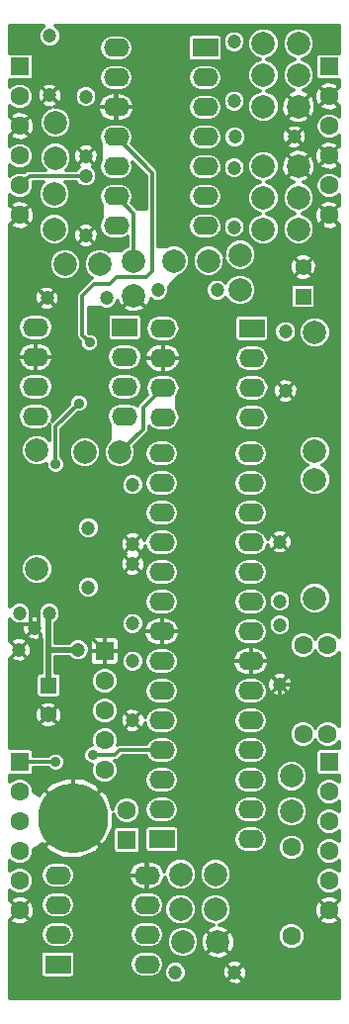
<source format=gtl>
G04 #@! TF.FileFunction,Copper,L1,Top,Signal*
%FSLAX46Y46*%
G04 Gerber Fmt 4.6, Leading zero omitted, Abs format (unit mm)*
G04 Created by KiCad (PCBNEW (2016-08-20 BZR 7083)-product) date Sun Feb  5 21:27:28 2017*
%MOMM*%
%LPD*%
G01*
G04 APERTURE LIST*
%ADD10C,0.100000*%
%ADD11C,1.200000*%
%ADD12R,1.400000X1.400000*%
%ADD13C,1.400000*%
%ADD14R,2.200000X1.600000*%
%ADD15O,2.200000X1.600000*%
%ADD16C,2.000000*%
%ADD17C,1.600000*%
%ADD18R,1.600000X1.600000*%
%ADD19C,6.000000*%
%ADD20C,0.900000*%
%ADD21C,0.300000*%
%ADD22C,0.500000*%
G04 APERTURE END LIST*
D10*
D11*
X10900000Y29240000D03*
X10900000Y24160000D03*
X23500000Y34360000D03*
X23500000Y39440000D03*
X23500000Y32340000D03*
X23500000Y27260000D03*
X19660000Y74100000D03*
X24740000Y74100000D03*
X6900000Y72460000D03*
X6900000Y77540000D03*
X10900000Y32460000D03*
X10900000Y37540000D03*
X10900000Y44340000D03*
X10900000Y39260000D03*
X6240000Y30200000D03*
X1160000Y30200000D03*
D12*
X3700000Y27150000D03*
D13*
X3700000Y24650000D03*
D12*
X25500000Y60450000D03*
D13*
X25500000Y62950000D03*
D11*
X24000000Y57440000D03*
X24000000Y52360000D03*
X8640000Y60300000D03*
X3560000Y60300000D03*
X3800000Y82740000D03*
X3800000Y77660000D03*
X6900000Y70740000D03*
X6900000Y65660000D03*
X19600000Y77160000D03*
X19600000Y82240000D03*
X19600000Y71440000D03*
X19600000Y66360000D03*
X13060000Y61000000D03*
X18140000Y61000000D03*
D14*
X17110000Y81720000D03*
D15*
X17110000Y79180000D03*
X17110000Y76640000D03*
X17110000Y74100000D03*
X17110000Y71560000D03*
X17110000Y69020000D03*
X17110000Y66480000D03*
X9490000Y66480000D03*
X9490000Y69020000D03*
X9490000Y71560000D03*
X9490000Y74100000D03*
X9490000Y76640000D03*
X9490000Y79180000D03*
X9490000Y81720000D03*
D11*
X2500000Y32065000D03*
X3770000Y33335000D03*
X1230000Y33335000D03*
D16*
X26500000Y44780000D03*
X26500000Y34620000D03*
X26500000Y47220000D03*
X26500000Y57380000D03*
D17*
X25500000Y30600000D03*
X25500000Y23000000D03*
X24500000Y5700000D03*
X24500000Y13300000D03*
X27600000Y30600000D03*
X27600000Y23000000D03*
X8500000Y19920000D03*
X8500000Y22460000D03*
X8500000Y25000000D03*
D18*
X8500000Y30080000D03*
D17*
X8500000Y27540000D03*
D11*
X7100000Y35560000D03*
X7100000Y40640000D03*
D16*
X2700000Y37120000D03*
X2700000Y47280000D03*
D15*
X13390000Y36850000D03*
X13390000Y34310000D03*
X21010000Y13990000D03*
X21010000Y16530000D03*
D14*
X13390000Y13990000D03*
D15*
X13390000Y16530000D03*
X13390000Y19070000D03*
X13390000Y21610000D03*
X13390000Y24150000D03*
X13390000Y26690000D03*
X13390000Y29230000D03*
X13390000Y31770000D03*
X21010000Y31770000D03*
X21010000Y29230000D03*
X21010000Y26690000D03*
X21010000Y24150000D03*
X21010000Y21610000D03*
X21010000Y19070000D03*
X13390000Y39390000D03*
X13390000Y41930000D03*
X13390000Y44470000D03*
X13390000Y47010000D03*
X21010000Y47010000D03*
X21010000Y44470000D03*
X21010000Y41930000D03*
X21010000Y39390000D03*
X21010000Y36850000D03*
X21010000Y34310000D03*
D11*
X14560000Y2600000D03*
X19640000Y2600000D03*
D14*
X4490000Y3290000D03*
D15*
X4490000Y5830000D03*
X4490000Y8370000D03*
X4490000Y10910000D03*
X12110000Y10910000D03*
X12110000Y8370000D03*
X12110000Y5830000D03*
X12110000Y3290000D03*
D14*
X10210000Y57810000D03*
D15*
X10210000Y55270000D03*
X10210000Y52730000D03*
X10210000Y50190000D03*
X2590000Y50190000D03*
X2590000Y52730000D03*
X2590000Y55270000D03*
X2590000Y57810000D03*
D14*
X21110000Y57710000D03*
D15*
X21110000Y55170000D03*
X21110000Y52630000D03*
X21110000Y50090000D03*
X13490000Y50090000D03*
X13490000Y52630000D03*
X13490000Y55170000D03*
X13490000Y57710000D03*
D18*
X10400000Y13930000D03*
D17*
X10400000Y16470000D03*
X1250000Y7900000D03*
X1250000Y10440000D03*
X1250000Y12980000D03*
X1250000Y15520000D03*
D18*
X1250000Y20600000D03*
D17*
X1250000Y18060000D03*
X1250000Y67400000D03*
X1250000Y69940000D03*
X1250000Y72480000D03*
X1250000Y75020000D03*
D18*
X1250000Y80100000D03*
D17*
X1250000Y77560000D03*
X27750000Y7900000D03*
X27750000Y10440000D03*
X27750000Y12980000D03*
X27750000Y15520000D03*
D18*
X27750000Y20600000D03*
D17*
X27750000Y18060000D03*
X27750000Y67400000D03*
X27750000Y69940000D03*
X27750000Y72480000D03*
X27750000Y75020000D03*
D18*
X27750000Y80100000D03*
D17*
X27750000Y77560000D03*
D16*
X4300000Y75300000D03*
X4300000Y72300000D03*
X4200000Y69200000D03*
X4200000Y66200000D03*
X5100000Y63200000D03*
X8100000Y63200000D03*
X22100000Y76700000D03*
X25100000Y76700000D03*
X22100000Y71600000D03*
X25100000Y71600000D03*
X11000000Y63500000D03*
X11000000Y60500000D03*
X25100000Y79400000D03*
X22100000Y79400000D03*
X25100000Y68900000D03*
X22100000Y68900000D03*
X14400000Y63500000D03*
X17400000Y63500000D03*
X22100000Y82100000D03*
X25100000Y82100000D03*
X22100000Y66200000D03*
X25100000Y66200000D03*
X20100000Y64000000D03*
X20100000Y61000000D03*
X24500000Y16400000D03*
X24500000Y19400000D03*
X18000000Y8000000D03*
X15000000Y8000000D03*
X15200000Y5200000D03*
X18200000Y5200000D03*
X18000000Y11000000D03*
X15000000Y11000000D03*
X6800000Y47100000D03*
X9800000Y47100000D03*
D19*
X5800000Y15800000D03*
D20*
X5800000Y21800000D03*
X6000000Y28200000D03*
X8300000Y12200000D03*
X7900000Y7100000D03*
X9900000Y3900000D03*
X6600000Y1300000D03*
X27700000Y27200000D03*
X26000000Y11800000D03*
X23000000Y17800000D03*
X26000000Y18000000D03*
X23000000Y23200000D03*
X23500000Y20800000D03*
X25900000Y14500000D03*
X22700000Y12500000D03*
X23200000Y9400000D03*
X19500000Y9900000D03*
X18000000Y26500000D03*
X18700000Y20800000D03*
X18100000Y14300000D03*
X26600000Y4800000D03*
X27100000Y1100000D03*
X16700000Y50000000D03*
X18800000Y31700000D03*
X18700000Y53700000D03*
X15500000Y52500000D03*
X18700000Y51500000D03*
X15700000Y13300000D03*
X15700000Y21800000D03*
X15700000Y27700000D03*
X12200000Y1100000D03*
X1400000Y1300000D03*
X1200000Y28100000D03*
X1200000Y23300000D03*
X6200000Y34000000D03*
X6400000Y38600000D03*
X900000Y35500000D03*
X1100000Y38300000D03*
X800000Y44000000D03*
X6400000Y44700000D03*
X9300000Y43100000D03*
X2800000Y39800000D03*
X2600000Y44100000D03*
X8200000Y50800000D03*
X8200000Y55300000D03*
X25500000Y32600000D03*
X25200000Y36400000D03*
X28000000Y37500000D03*
X27700000Y42400000D03*
X25400000Y42400000D03*
X26900000Y54900000D03*
X27900000Y49300000D03*
X27800000Y58900000D03*
X23900000Y45300000D03*
X18800000Y59500000D03*
X15300000Y60400000D03*
X23100000Y59100000D03*
X19200000Y56200000D03*
X15500000Y57700000D03*
X19900000Y68200000D03*
X1200000Y59300000D03*
X9300000Y64800000D03*
X14500000Y69200000D03*
X15200000Y67400000D03*
X13800000Y65300000D03*
X15400000Y75300000D03*
X11300000Y70100000D03*
X13500000Y71100000D03*
X21000000Y73500000D03*
X23700000Y80700000D03*
X27700000Y82600000D03*
X13300000Y79500000D03*
X7300000Y82700000D03*
X3100000Y81400000D03*
X20300000Y80500000D03*
X15400000Y45400000D03*
X17000000Y42100000D03*
X15600000Y37700000D03*
X18900000Y35600000D03*
X6300000Y51300000D03*
X7200000Y56500000D03*
X4300000Y46100000D03*
X4300000Y20600000D03*
X7500000Y21200000D03*
D21*
X5800000Y15800000D02*
X5800000Y21800000D01*
X6000000Y26950000D02*
X3700000Y24650000D01*
X6000000Y26950000D02*
X6000000Y28200000D01*
X8300000Y12200000D02*
X8300000Y7500000D01*
X8300000Y7500000D02*
X7900000Y7100000D01*
X9900000Y3900000D02*
X9200000Y3900000D01*
X9200000Y3900000D02*
X6600000Y1300000D01*
X2500000Y32065000D02*
X2165000Y32400000D01*
X2165000Y32400000D02*
X1500000Y32400000D01*
X2500000Y32065000D02*
X2200000Y32365000D01*
X2200000Y32365000D02*
X2200000Y33100000D01*
X2500000Y32065000D02*
X2800000Y32365000D01*
X2800000Y32365000D02*
X2800000Y33000000D01*
X2500000Y32065000D02*
X3000000Y31565000D01*
X3000000Y31565000D02*
X3000000Y31100000D01*
X1160000Y30200000D02*
X500000Y29540000D01*
X500000Y29540000D02*
X500000Y29500000D01*
X1160000Y30200000D02*
X500000Y30860000D01*
X500000Y30860000D02*
X500000Y31100000D01*
X23500000Y27260000D02*
X27640000Y27260000D01*
X27640000Y27260000D02*
X27700000Y27200000D01*
X25900000Y11900000D02*
X26000000Y11800000D01*
X26000000Y18000000D02*
X26000000Y14600000D01*
X22700000Y20000000D02*
X22700000Y18100000D01*
X22700000Y18100000D02*
X23000000Y17800000D01*
X23000000Y23200000D02*
X23000000Y21300000D01*
X23500000Y23700000D02*
X23000000Y23200000D01*
X23500000Y27260000D02*
X23500000Y23700000D01*
X23000000Y21300000D02*
X23500000Y20800000D01*
X23500000Y20800000D02*
X22700000Y20000000D01*
X26000000Y14600000D02*
X25900000Y14500000D01*
X25900000Y14500000D02*
X25900000Y11900000D01*
X23200000Y9400000D02*
X20000000Y9400000D01*
X20000000Y9400000D02*
X19500000Y9900000D01*
X18830000Y29230000D02*
X21010000Y29230000D01*
X18000000Y28400000D02*
X18830000Y29230000D01*
X18000000Y26500000D02*
X18000000Y28400000D01*
X18700000Y14900000D02*
X18700000Y20800000D01*
X18100000Y14300000D02*
X18700000Y14900000D01*
X27100000Y4300000D02*
X26600000Y4800000D01*
X27100000Y1100000D02*
X27100000Y4300000D01*
X18800000Y31700000D02*
X15700000Y28600000D01*
X15500000Y51200000D02*
X16700000Y50000000D01*
X18700000Y53700000D02*
X18700000Y51500000D01*
X17230000Y55170000D02*
X18700000Y53700000D01*
X13490000Y55170000D02*
X17230000Y55170000D01*
X15500000Y52500000D02*
X15500000Y51200000D01*
X15700000Y21800000D02*
X15700000Y13300000D01*
X15700000Y28600000D02*
X15700000Y27700000D01*
X19640000Y2600000D02*
X18140000Y1100000D01*
X18140000Y1100000D02*
X12200000Y1100000D01*
X3700000Y24650000D02*
X1200000Y27150000D01*
X1200000Y27150000D02*
X1200000Y28100000D01*
X8500000Y30080000D02*
X6200000Y32380000D01*
X6200000Y32380000D02*
X6200000Y34000000D01*
X2600000Y44100000D02*
X900000Y44100000D01*
X1100000Y35700000D02*
X900000Y35500000D01*
X1100000Y38300000D02*
X1100000Y35700000D01*
X900000Y44100000D02*
X800000Y44000000D01*
X6400000Y44700000D02*
X5800000Y44100000D01*
X7700000Y44700000D02*
X6400000Y44700000D01*
X10900000Y39260000D02*
X9300000Y40860000D01*
X9300000Y40860000D02*
X9300000Y43100000D01*
X9300000Y43100000D02*
X7700000Y44700000D01*
X5800000Y44100000D02*
X2600000Y44100000D01*
X2590000Y55270000D02*
X8170000Y55270000D01*
X8170000Y55270000D02*
X8200000Y55300000D01*
X23500000Y27260000D02*
X24100000Y27860000D01*
X24100000Y31200000D02*
X25500000Y32600000D01*
X24100000Y27860000D02*
X24100000Y31200000D01*
X23500000Y39440000D02*
X25200000Y37740000D01*
X25200000Y37740000D02*
X25200000Y36400000D01*
X27900000Y49300000D02*
X28100000Y49100000D01*
X28100000Y42800000D02*
X27700000Y42400000D01*
X28100000Y49100000D02*
X28100000Y42800000D01*
X25400000Y42400000D02*
X25400000Y41340000D01*
X27900000Y49300000D02*
X25900000Y49300000D01*
X28100000Y58600000D02*
X28100000Y56100000D01*
X28100000Y56100000D02*
X26900000Y54900000D01*
X25500000Y62950000D02*
X27800000Y60650000D01*
X27800000Y60650000D02*
X27800000Y58900000D01*
X27800000Y58900000D02*
X28100000Y58600000D01*
X23900000Y47300000D02*
X23900000Y45300000D01*
X25900000Y49300000D02*
X23900000Y47300000D01*
X25400000Y41340000D02*
X23500000Y39440000D01*
X15300000Y60400000D02*
X15500000Y60200000D01*
X18800000Y59500000D02*
X16200000Y59500000D01*
X16200000Y59500000D02*
X15300000Y60400000D01*
X15500000Y60200000D02*
X15500000Y57700000D01*
X15200000Y67400000D02*
X15600000Y67800000D01*
X19500000Y67800000D02*
X19900000Y68200000D01*
X15600000Y67800000D02*
X19500000Y67800000D01*
X6900000Y65660000D02*
X7760000Y64800000D01*
X7760000Y64800000D02*
X9300000Y64800000D01*
X15200000Y67400000D02*
X15200000Y66700000D01*
X13500000Y70200000D02*
X14500000Y69200000D01*
X13500000Y71100000D02*
X13500000Y70200000D01*
X15200000Y66700000D02*
X13800000Y65300000D01*
X15400000Y75300000D02*
X15400000Y73000000D01*
X15400000Y73000000D02*
X13500000Y71100000D01*
X23700000Y80700000D02*
X23700000Y83200000D01*
X26800000Y83500000D02*
X27700000Y82600000D01*
X24000000Y83500000D02*
X26800000Y83500000D01*
X23700000Y83200000D02*
X24000000Y83500000D01*
X13300000Y79500000D02*
X14300000Y80500000D01*
X7700000Y83100000D02*
X12000000Y83100000D01*
X12000000Y83100000D02*
X13300000Y81800000D01*
X13300000Y81800000D02*
X13300000Y79500000D01*
X3800000Y77660000D02*
X3100000Y78360000D01*
X3100000Y78360000D02*
X3100000Y81400000D01*
X7300000Y82700000D02*
X7700000Y83100000D01*
X14300000Y80500000D02*
X20300000Y80500000D01*
X27750000Y67400000D02*
X27100000Y66750000D01*
X27100000Y66750000D02*
X27100000Y66300000D01*
X27750000Y67400000D02*
X28600000Y66550000D01*
X28600000Y66550000D02*
X28600000Y66300000D01*
X27750000Y67400000D02*
X28600000Y68250000D01*
X28600000Y68250000D02*
X28600000Y68400000D01*
X27750000Y72480000D02*
X28500000Y71730000D01*
X28500000Y71730000D02*
X28500000Y71500000D01*
X27750000Y72480000D02*
X28600000Y73330000D01*
X28600000Y73330000D02*
X28600000Y73400000D01*
X27750000Y77560000D02*
X28600000Y76710000D01*
X28600000Y76710000D02*
X28600000Y76600000D01*
X27750000Y77560000D02*
X28500000Y78310000D01*
X28500000Y78310000D02*
X28500000Y78500000D01*
X1250000Y75020000D02*
X500000Y74270000D01*
X500000Y74270000D02*
X500000Y74100000D01*
X1250000Y75020000D02*
X500000Y75770000D01*
X500000Y75770000D02*
X500000Y75900000D01*
X1250000Y67400000D02*
X400000Y66550000D01*
X400000Y66550000D02*
X400000Y66500000D01*
X1250000Y67400000D02*
X400000Y68250000D01*
X400000Y68250000D02*
X400000Y68400000D01*
X27750000Y7900000D02*
X28600000Y7050000D01*
X28600000Y7050000D02*
X28600000Y6800000D01*
X27750000Y7900000D02*
X28600000Y8750000D01*
X28600000Y8750000D02*
X28600000Y8900000D01*
X1250000Y7900000D02*
X400000Y7050000D01*
X400000Y7050000D02*
X400000Y6900000D01*
X1250000Y7900000D02*
X500000Y8650000D01*
X500000Y8650000D02*
X500000Y8900000D01*
X15400000Y45400000D02*
X17000000Y43800000D01*
X17000000Y43800000D02*
X17000000Y42100000D01*
X15600000Y37700000D02*
X17700000Y35600000D01*
X17700000Y35600000D02*
X18900000Y35600000D01*
D22*
X6240000Y30200000D02*
X3700000Y30200000D01*
X3700000Y27150000D02*
X3700000Y30200000D01*
X3700000Y30200000D02*
X3700000Y33265000D01*
D21*
X12600000Y62600000D02*
X12600000Y70990000D01*
X6600000Y57100000D02*
X6600000Y60500000D01*
X7600000Y61500000D02*
X8900000Y61500000D01*
X8900000Y61500000D02*
X9500000Y62100000D01*
X9500000Y62100000D02*
X12100000Y62100000D01*
X12100000Y62100000D02*
X12600000Y62600000D01*
X6600000Y60500000D02*
X7600000Y61500000D01*
X12600000Y70990000D02*
X9490000Y74100000D01*
X4300000Y49300000D02*
X6300000Y51300000D01*
X7200000Y56500000D02*
X6600000Y57100000D01*
X4300000Y46100000D02*
X4300000Y49300000D01*
X11000000Y63500000D02*
X11000000Y67510000D01*
X11000000Y67510000D02*
X9490000Y69020000D01*
X13390000Y21610000D02*
X9810000Y21610000D01*
X4300000Y20600000D02*
X1250000Y20600000D01*
X9810000Y21610000D02*
X9400000Y21200000D01*
X9400000Y21200000D02*
X7500000Y21200000D01*
X13490000Y52630000D02*
X11800000Y50940000D01*
X11800000Y49100000D02*
X9800000Y47100000D01*
X11800000Y50940000D02*
X11800000Y49100000D01*
X6900000Y70740000D02*
X2050000Y70740000D01*
X2050000Y70740000D02*
X1250000Y69940000D01*
G36*
X3251257Y83562805D02*
X2978154Y83290178D01*
X2830169Y82933791D01*
X2829832Y82547902D01*
X2977195Y82191257D01*
X3249822Y81918154D01*
X3606209Y81770169D01*
X3992098Y81769832D01*
X4348743Y81917195D01*
X4621846Y82189822D01*
X4769831Y82546209D01*
X4770168Y82932098D01*
X4622805Y83288743D01*
X4350178Y83561846D01*
X4306458Y83580000D01*
X28580000Y83580000D01*
X28580000Y81271281D01*
X28550000Y81277248D01*
X26950000Y81277248D01*
X26805633Y81248532D01*
X26683245Y81166755D01*
X26601468Y81044367D01*
X26572752Y80900000D01*
X26572752Y79300000D01*
X26601468Y79155633D01*
X26683245Y79033245D01*
X26805633Y78951468D01*
X26950000Y78922752D01*
X28550000Y78922752D01*
X28580000Y78928719D01*
X28580000Y78402731D01*
X28575057Y78397788D01*
X28502614Y78611196D01*
X28043050Y78819191D01*
X27538871Y78835486D01*
X27066836Y78657599D01*
X26997386Y78611196D01*
X26924942Y78397786D01*
X27750000Y77572728D01*
X27764142Y77586870D01*
X27776870Y77574142D01*
X27762728Y77560000D01*
X27776870Y77545858D01*
X27764142Y77533130D01*
X27750000Y77547272D01*
X26924942Y76722214D01*
X26997386Y76508804D01*
X27456950Y76300809D01*
X27961129Y76284514D01*
X28433164Y76462401D01*
X28502614Y76508804D01*
X28575057Y76722212D01*
X28580000Y76717269D01*
X28580000Y75844626D01*
X28413617Y76011300D01*
X27983748Y76189797D01*
X27518294Y76190203D01*
X27088114Y76012456D01*
X26758700Y75683617D01*
X26580203Y75253748D01*
X26579797Y74788294D01*
X26757544Y74358114D01*
X27086383Y74028700D01*
X27516252Y73850203D01*
X27981706Y73849797D01*
X28411886Y74027544D01*
X28580000Y74195365D01*
X28580000Y73322731D01*
X28575057Y73317788D01*
X28502614Y73531196D01*
X28043050Y73739191D01*
X27538871Y73755486D01*
X27066836Y73577599D01*
X26997386Y73531196D01*
X26924942Y73317786D01*
X27750000Y72492728D01*
X27764142Y72506870D01*
X27776870Y72494142D01*
X27762728Y72480000D01*
X27776870Y72465858D01*
X27764142Y72453130D01*
X27750000Y72467272D01*
X26924942Y71642214D01*
X26997386Y71428804D01*
X27456950Y71220809D01*
X27961129Y71204514D01*
X28433164Y71382401D01*
X28502614Y71428804D01*
X28575057Y71642212D01*
X28580000Y71637269D01*
X28580000Y70764626D01*
X28413617Y70931300D01*
X27983748Y71109797D01*
X27518294Y71110203D01*
X27088114Y70932456D01*
X26758700Y70603617D01*
X26580203Y70173748D01*
X26579797Y69708294D01*
X26757544Y69278114D01*
X27086383Y68948700D01*
X27516252Y68770203D01*
X27981706Y68769797D01*
X28411886Y68947544D01*
X28580000Y69115365D01*
X28580000Y68242731D01*
X28575057Y68237788D01*
X28502614Y68451196D01*
X28043050Y68659191D01*
X27538871Y68675486D01*
X27066836Y68497599D01*
X26997386Y68451196D01*
X26924942Y68237786D01*
X27750000Y67412728D01*
X27764142Y67426870D01*
X27776870Y67414142D01*
X27762728Y67400000D01*
X27776870Y67385858D01*
X27764142Y67373130D01*
X27750000Y67387272D01*
X26924942Y66562214D01*
X26997386Y66348804D01*
X27456950Y66140809D01*
X27961129Y66124514D01*
X28433164Y66302401D01*
X28502614Y66348804D01*
X28575057Y66562212D01*
X28580000Y66557269D01*
X28580000Y31274364D01*
X28263617Y31591300D01*
X27833748Y31769797D01*
X27368294Y31770203D01*
X26938114Y31592456D01*
X26608700Y31263617D01*
X26550076Y31122435D01*
X26492456Y31261886D01*
X26163617Y31591300D01*
X25733748Y31769797D01*
X25268294Y31770203D01*
X24838114Y31592456D01*
X24508700Y31263617D01*
X24330203Y30833748D01*
X24329797Y30368294D01*
X24507544Y29938114D01*
X24836383Y29608700D01*
X25266252Y29430203D01*
X25731706Y29429797D01*
X26161886Y29607544D01*
X26491300Y29936383D01*
X26549924Y30077565D01*
X26607544Y29938114D01*
X26936383Y29608700D01*
X27366252Y29430203D01*
X27831706Y29429797D01*
X28261886Y29607544D01*
X28580000Y29925103D01*
X28580000Y23674364D01*
X28263617Y23991300D01*
X27833748Y24169797D01*
X27368294Y24170203D01*
X26938114Y23992456D01*
X26608700Y23663617D01*
X26550076Y23522435D01*
X26492456Y23661886D01*
X26163617Y23991300D01*
X25733748Y24169797D01*
X25268294Y24170203D01*
X24838114Y23992456D01*
X24508700Y23663617D01*
X24330203Y23233748D01*
X24329797Y22768294D01*
X24507544Y22338114D01*
X24836383Y22008700D01*
X25266252Y21830203D01*
X25731706Y21829797D01*
X26161886Y22007544D01*
X26491300Y22336383D01*
X26549924Y22477565D01*
X26607544Y22338114D01*
X26936383Y22008700D01*
X27366252Y21830203D01*
X27831706Y21829797D01*
X28261886Y22007544D01*
X28580000Y22325103D01*
X28580000Y21771281D01*
X28550000Y21777248D01*
X26950000Y21777248D01*
X26805633Y21748532D01*
X26683245Y21666755D01*
X26601468Y21544367D01*
X26572752Y21400000D01*
X26572752Y19800000D01*
X26601468Y19655633D01*
X26683245Y19533245D01*
X26805633Y19451468D01*
X26950000Y19422752D01*
X28550000Y19422752D01*
X28580000Y19428719D01*
X28580000Y18884626D01*
X28413617Y19051300D01*
X27983748Y19229797D01*
X27518294Y19230203D01*
X27088114Y19052456D01*
X26758700Y18723617D01*
X26580203Y18293748D01*
X26579797Y17828294D01*
X26757544Y17398114D01*
X27086383Y17068700D01*
X27516252Y16890203D01*
X27981706Y16889797D01*
X28411886Y17067544D01*
X28580000Y17235365D01*
X28580000Y16344626D01*
X28413617Y16511300D01*
X27983748Y16689797D01*
X27518294Y16690203D01*
X27088114Y16512456D01*
X26758700Y16183617D01*
X26580203Y15753748D01*
X26579797Y15288294D01*
X26757544Y14858114D01*
X27086383Y14528700D01*
X27516252Y14350203D01*
X27981706Y14349797D01*
X28411886Y14527544D01*
X28580000Y14695365D01*
X28580000Y13804626D01*
X28413617Y13971300D01*
X27983748Y14149797D01*
X27518294Y14150203D01*
X27088114Y13972456D01*
X26758700Y13643617D01*
X26580203Y13213748D01*
X26579797Y12748294D01*
X26757544Y12318114D01*
X27086383Y11988700D01*
X27516252Y11810203D01*
X27981706Y11809797D01*
X28411886Y11987544D01*
X28580000Y12155365D01*
X28580000Y11264626D01*
X28413617Y11431300D01*
X27983748Y11609797D01*
X27518294Y11610203D01*
X27088114Y11432456D01*
X26758700Y11103617D01*
X26580203Y10673748D01*
X26579797Y10208294D01*
X26757544Y9778114D01*
X27086383Y9448700D01*
X27516252Y9270203D01*
X27981706Y9269797D01*
X28411886Y9447544D01*
X28580000Y9615365D01*
X28580000Y8742731D01*
X28575057Y8737788D01*
X28502614Y8951196D01*
X28043050Y9159191D01*
X27538871Y9175486D01*
X27066836Y8997599D01*
X26997386Y8951196D01*
X26924942Y8737786D01*
X27750000Y7912728D01*
X27764142Y7926870D01*
X27776870Y7914142D01*
X27762728Y7900000D01*
X27776870Y7885858D01*
X27764142Y7873130D01*
X27750000Y7887272D01*
X26924942Y7062214D01*
X26997386Y6848804D01*
X27456950Y6640809D01*
X27961129Y6624514D01*
X28433164Y6802401D01*
X28502614Y6848804D01*
X28575057Y7062212D01*
X28580000Y7057269D01*
X28580000Y420000D01*
X420000Y420000D01*
X420000Y4090000D01*
X3012752Y4090000D01*
X3012752Y2490000D01*
X3041468Y2345633D01*
X3123245Y2223245D01*
X3245633Y2141468D01*
X3390000Y2112752D01*
X5590000Y2112752D01*
X5734367Y2141468D01*
X5856755Y2223245D01*
X5938532Y2345633D01*
X5967248Y2490000D01*
X5967248Y3290000D01*
X10611201Y3290000D01*
X10700262Y2842260D01*
X10953886Y2462685D01*
X11333461Y2209061D01*
X11781201Y2120000D01*
X12438799Y2120000D01*
X12886539Y2209061D01*
X13184125Y2407902D01*
X13589832Y2407902D01*
X13737195Y2051257D01*
X14009822Y1778154D01*
X14366209Y1630169D01*
X14752098Y1629832D01*
X15108743Y1777195D01*
X15238185Y1906412D01*
X18959140Y1906412D01*
X19007250Y1713783D01*
X19394555Y1539099D01*
X19819228Y1525927D01*
X20216614Y1676274D01*
X20272750Y1713783D01*
X20320860Y1906412D01*
X19640000Y2587272D01*
X18959140Y1906412D01*
X15238185Y1906412D01*
X15381846Y2049822D01*
X15529831Y2406209D01*
X15529843Y2420772D01*
X18565927Y2420772D01*
X18716274Y2023386D01*
X18753783Y1967250D01*
X18946412Y1919140D01*
X19627272Y2600000D01*
X19652728Y2600000D01*
X20333588Y1919140D01*
X20526217Y1967250D01*
X20700901Y2354555D01*
X20714073Y2779228D01*
X20563726Y3176614D01*
X20526217Y3232750D01*
X20333588Y3280860D01*
X19652728Y2600000D01*
X19627272Y2600000D01*
X18946412Y3280860D01*
X18753783Y3232750D01*
X18579099Y2845445D01*
X18565927Y2420772D01*
X15529843Y2420772D01*
X15530168Y2792098D01*
X15382805Y3148743D01*
X15238213Y3293588D01*
X18959140Y3293588D01*
X19640000Y2612728D01*
X20320860Y3293588D01*
X20272750Y3486217D01*
X19885445Y3660901D01*
X19460772Y3674073D01*
X19063386Y3523726D01*
X19007250Y3486217D01*
X18959140Y3293588D01*
X15238213Y3293588D01*
X15110178Y3421846D01*
X14753791Y3569831D01*
X14367902Y3570168D01*
X14011257Y3422805D01*
X13738154Y3150178D01*
X13590169Y2793791D01*
X13589832Y2407902D01*
X13184125Y2407902D01*
X13266114Y2462685D01*
X13519738Y2842260D01*
X13608799Y3290000D01*
X13519738Y3737740D01*
X13266114Y4117315D01*
X12886539Y4370939D01*
X12438799Y4460000D01*
X11781201Y4460000D01*
X11333461Y4370939D01*
X10953886Y4117315D01*
X10700262Y3737740D01*
X10611201Y3290000D01*
X5967248Y3290000D01*
X5967248Y4090000D01*
X5938532Y4234367D01*
X5856755Y4356755D01*
X5734367Y4438532D01*
X5590000Y4467248D01*
X3390000Y4467248D01*
X3245633Y4438532D01*
X3123245Y4356755D01*
X3041468Y4234367D01*
X3012752Y4090000D01*
X420000Y4090000D01*
X420000Y5830000D01*
X2991201Y5830000D01*
X3080262Y5382260D01*
X3333886Y5002685D01*
X3713461Y4749061D01*
X4161201Y4660000D01*
X4818799Y4660000D01*
X5266539Y4749061D01*
X5646114Y5002685D01*
X5899738Y5382260D01*
X5988799Y5830000D01*
X10611201Y5830000D01*
X10700262Y5382260D01*
X10953886Y5002685D01*
X11333461Y4749061D01*
X11781201Y4660000D01*
X12438799Y4660000D01*
X12886539Y4749061D01*
X13155366Y4928686D01*
X13829763Y4928686D01*
X14037893Y4424971D01*
X14422944Y4039248D01*
X14926295Y3830238D01*
X15471314Y3829763D01*
X15975029Y4037893D01*
X16155469Y4218019D01*
X17230747Y4218019D01*
X17327524Y3983827D01*
X17859346Y3742521D01*
X18443030Y3723102D01*
X18989715Y3928529D01*
X19072476Y3983827D01*
X19169253Y4218019D01*
X18200000Y5187272D01*
X17230747Y4218019D01*
X16155469Y4218019D01*
X16360752Y4422944D01*
X16569762Y4926295D01*
X16569788Y4956970D01*
X16723102Y4956970D01*
X16928529Y4410285D01*
X16983827Y4327524D01*
X17218019Y4230747D01*
X18187272Y5200000D01*
X18212728Y5200000D01*
X19181981Y4230747D01*
X19416173Y4327524D01*
X19657479Y4859346D01*
X19676898Y5443030D01*
X19667405Y5468294D01*
X23329797Y5468294D01*
X23507544Y5038114D01*
X23836383Y4708700D01*
X24266252Y4530203D01*
X24731706Y4529797D01*
X25161886Y4707544D01*
X25491300Y5036383D01*
X25669797Y5466252D01*
X25670203Y5931706D01*
X25492456Y6361886D01*
X25163617Y6691300D01*
X24733748Y6869797D01*
X24268294Y6870203D01*
X23838114Y6692456D01*
X23508700Y6363617D01*
X23330203Y5933748D01*
X23329797Y5468294D01*
X19667405Y5468294D01*
X19471471Y5989715D01*
X19416173Y6072476D01*
X19181981Y6169253D01*
X18212728Y5200000D01*
X18187272Y5200000D01*
X17218019Y6169253D01*
X16983827Y6072476D01*
X16742521Y5540654D01*
X16723102Y4956970D01*
X16569788Y4956970D01*
X16570237Y5471314D01*
X16362107Y5975029D01*
X15977056Y6360752D01*
X15473705Y6569762D01*
X14928686Y6570237D01*
X14424971Y6362107D01*
X14039248Y5977056D01*
X13830238Y5473705D01*
X13829763Y4928686D01*
X13155366Y4928686D01*
X13266114Y5002685D01*
X13519738Y5382260D01*
X13608799Y5830000D01*
X13519738Y6277740D01*
X13266114Y6657315D01*
X12886539Y6910939D01*
X12438799Y7000000D01*
X11781201Y7000000D01*
X11333461Y6910939D01*
X10953886Y6657315D01*
X10700262Y6277740D01*
X10611201Y5830000D01*
X5988799Y5830000D01*
X5899738Y6277740D01*
X5646114Y6657315D01*
X5266539Y6910939D01*
X4818799Y7000000D01*
X4161201Y7000000D01*
X3713461Y6910939D01*
X3333886Y6657315D01*
X3080262Y6277740D01*
X2991201Y5830000D01*
X420000Y5830000D01*
X420000Y7057269D01*
X424943Y7062212D01*
X497386Y6848804D01*
X956950Y6640809D01*
X1461129Y6624514D01*
X1933164Y6802401D01*
X2002614Y6848804D01*
X2075058Y7062214D01*
X1250000Y7887272D01*
X1235858Y7873130D01*
X1223130Y7885858D01*
X1237272Y7900000D01*
X1262728Y7900000D01*
X2087786Y7074942D01*
X2301196Y7147386D01*
X2509191Y7606950D01*
X2525486Y8111129D01*
X2427931Y8370000D01*
X2991201Y8370000D01*
X3080262Y7922260D01*
X3333886Y7542685D01*
X3713461Y7289061D01*
X4161201Y7200000D01*
X4818799Y7200000D01*
X5266539Y7289061D01*
X5646114Y7542685D01*
X5899738Y7922260D01*
X5988799Y8370000D01*
X10611201Y8370000D01*
X10700262Y7922260D01*
X10953886Y7542685D01*
X11333461Y7289061D01*
X11781201Y7200000D01*
X12438799Y7200000D01*
X12886539Y7289061D01*
X13266114Y7542685D01*
X13390395Y7728686D01*
X13629763Y7728686D01*
X13837893Y7224971D01*
X14222944Y6839248D01*
X14726295Y6630238D01*
X15271314Y6629763D01*
X15775029Y6837893D01*
X16160752Y7222944D01*
X16369762Y7726295D01*
X16369764Y7728686D01*
X16629763Y7728686D01*
X16837893Y7224971D01*
X17222944Y6839248D01*
X17726295Y6630238D01*
X17832551Y6630145D01*
X17410285Y6471471D01*
X17327524Y6416173D01*
X17230747Y6181981D01*
X18200000Y5212728D01*
X19169253Y6181981D01*
X19072476Y6416173D01*
X18540654Y6657479D01*
X18353464Y6663707D01*
X18775029Y6837893D01*
X19160752Y7222944D01*
X19354222Y7688871D01*
X26474514Y7688871D01*
X26652401Y7216836D01*
X26698804Y7147386D01*
X26912214Y7074942D01*
X27737272Y7900000D01*
X26912214Y8725058D01*
X26698804Y8652614D01*
X26490809Y8193050D01*
X26474514Y7688871D01*
X19354222Y7688871D01*
X19369762Y7726295D01*
X19370237Y8271314D01*
X19162107Y8775029D01*
X18777056Y9160752D01*
X18273705Y9369762D01*
X17728686Y9370237D01*
X17224971Y9162107D01*
X16839248Y8777056D01*
X16630238Y8273705D01*
X16629763Y7728686D01*
X16369764Y7728686D01*
X16370237Y8271314D01*
X16162107Y8775029D01*
X15777056Y9160752D01*
X15273705Y9369762D01*
X14728686Y9370237D01*
X14224971Y9162107D01*
X13839248Y8777056D01*
X13630238Y8273705D01*
X13629763Y7728686D01*
X13390395Y7728686D01*
X13519738Y7922260D01*
X13608799Y8370000D01*
X13519738Y8817740D01*
X13266114Y9197315D01*
X12886539Y9450939D01*
X12438799Y9540000D01*
X11781201Y9540000D01*
X11333461Y9450939D01*
X10953886Y9197315D01*
X10700262Y8817740D01*
X10611201Y8370000D01*
X5988799Y8370000D01*
X5899738Y8817740D01*
X5646114Y9197315D01*
X5266539Y9450939D01*
X4818799Y9540000D01*
X4161201Y9540000D01*
X3713461Y9450939D01*
X3333886Y9197315D01*
X3080262Y8817740D01*
X2991201Y8370000D01*
X2427931Y8370000D01*
X2347599Y8583164D01*
X2301196Y8652614D01*
X2087786Y8725058D01*
X1262728Y7900000D01*
X1237272Y7900000D01*
X1223130Y7914142D01*
X1235858Y7926870D01*
X1250000Y7912728D01*
X2075058Y8737786D01*
X2002614Y8951196D01*
X1543050Y9159191D01*
X1038871Y9175486D01*
X566836Y8997599D01*
X497386Y8951196D01*
X424943Y8737788D01*
X420000Y8742731D01*
X420000Y9615374D01*
X586383Y9448700D01*
X1016252Y9270203D01*
X1481706Y9269797D01*
X1911886Y9447544D01*
X2241300Y9776383D01*
X2419797Y10206252D01*
X2420203Y10671706D01*
X2321742Y10910000D01*
X2991201Y10910000D01*
X3080262Y10462260D01*
X3333886Y10082685D01*
X3713461Y9829061D01*
X4161201Y9740000D01*
X4818799Y9740000D01*
X5266539Y9829061D01*
X5646114Y10082685D01*
X5899738Y10462260D01*
X5947575Y10702757D01*
X10559051Y10702757D01*
X10635076Y10433073D01*
X10907024Y10019753D01*
X11316442Y9741965D01*
X11801000Y9642000D01*
X12101000Y9642000D01*
X12101000Y10901000D01*
X10659035Y10901000D01*
X10559051Y10702757D01*
X5947575Y10702757D01*
X5988799Y10910000D01*
X5947576Y11117243D01*
X10559051Y11117243D01*
X10659035Y10919000D01*
X12101000Y10919000D01*
X12101000Y12178000D01*
X12119000Y12178000D01*
X12119000Y10919000D01*
X12139000Y10919000D01*
X12139000Y10901000D01*
X12119000Y10901000D01*
X12119000Y9642000D01*
X12419000Y9642000D01*
X12903558Y9741965D01*
X13312976Y10019753D01*
X13584924Y10433073D01*
X13652646Y10673304D01*
X13837893Y10224971D01*
X14222944Y9839248D01*
X14726295Y9630238D01*
X15271314Y9629763D01*
X15775029Y9837893D01*
X16160752Y10222944D01*
X16369762Y10726295D01*
X16369764Y10728686D01*
X16629763Y10728686D01*
X16837893Y10224971D01*
X17222944Y9839248D01*
X17726295Y9630238D01*
X18271314Y9629763D01*
X18775029Y9837893D01*
X19160752Y10222944D01*
X19369762Y10726295D01*
X19370237Y11271314D01*
X19162107Y11775029D01*
X18777056Y12160752D01*
X18273705Y12369762D01*
X17728686Y12370237D01*
X17224971Y12162107D01*
X16839248Y11777056D01*
X16630238Y11273705D01*
X16629763Y10728686D01*
X16369764Y10728686D01*
X16370237Y11271314D01*
X16162107Y11775029D01*
X15777056Y12160752D01*
X15273705Y12369762D01*
X14728686Y12370237D01*
X14224971Y12162107D01*
X13839248Y11777056D01*
X13630238Y11273705D01*
X13630197Y11226331D01*
X13584924Y11386927D01*
X13312976Y11800247D01*
X12903558Y12078035D01*
X12419000Y12178000D01*
X12119000Y12178000D01*
X12101000Y12178000D01*
X11801000Y12178000D01*
X11316442Y12078035D01*
X10907024Y11800247D01*
X10635076Y11386927D01*
X10559051Y11117243D01*
X5947576Y11117243D01*
X5899738Y11357740D01*
X5646114Y11737315D01*
X5266539Y11990939D01*
X4818799Y12080000D01*
X4161201Y12080000D01*
X3713461Y11990939D01*
X3333886Y11737315D01*
X3080262Y11357740D01*
X2991201Y10910000D01*
X2321742Y10910000D01*
X2242456Y11101886D01*
X1913617Y11431300D01*
X1483748Y11609797D01*
X1018294Y11610203D01*
X588114Y11432456D01*
X420000Y11264635D01*
X420000Y12155374D01*
X586383Y11988700D01*
X1016252Y11810203D01*
X1481706Y11809797D01*
X1911886Y11987544D01*
X2241300Y12316383D01*
X2419797Y12746252D01*
X2420080Y13070958D01*
X2855978Y13376087D01*
X3388815Y13376087D01*
X3728913Y12934081D01*
X4983305Y12359666D01*
X6362031Y12309010D01*
X7655194Y12789825D01*
X7871087Y12934081D01*
X8211185Y13376087D01*
X5800000Y15787272D01*
X3388815Y13376087D01*
X2855978Y13376087D01*
X3136984Y13572791D01*
X3376087Y13388815D01*
X5787272Y15800000D01*
X5812728Y15800000D01*
X8223913Y13388815D01*
X8665919Y13728913D01*
X9124339Y14730000D01*
X9222752Y14730000D01*
X9222752Y13130000D01*
X9251468Y12985633D01*
X9333245Y12863245D01*
X9455633Y12781468D01*
X9600000Y12752752D01*
X11200000Y12752752D01*
X11344367Y12781468D01*
X11466755Y12863245D01*
X11548532Y12985633D01*
X11577248Y13130000D01*
X11577248Y14730000D01*
X11565314Y14790000D01*
X11912752Y14790000D01*
X11912752Y13190000D01*
X11941468Y13045633D01*
X12023245Y12923245D01*
X12145633Y12841468D01*
X12290000Y12812752D01*
X14490000Y12812752D01*
X14634367Y12841468D01*
X14756755Y12923245D01*
X14838532Y13045633D01*
X14867248Y13190000D01*
X14867248Y13990000D01*
X19511201Y13990000D01*
X19600262Y13542260D01*
X19853886Y13162685D01*
X20233461Y12909061D01*
X20681201Y12820000D01*
X21338799Y12820000D01*
X21786539Y12909061D01*
X22024847Y13068294D01*
X23329797Y13068294D01*
X23507544Y12638114D01*
X23836383Y12308700D01*
X24266252Y12130203D01*
X24731706Y12129797D01*
X25161886Y12307544D01*
X25491300Y12636383D01*
X25669797Y13066252D01*
X25670203Y13531706D01*
X25492456Y13961886D01*
X25163617Y14291300D01*
X24733748Y14469797D01*
X24268294Y14470203D01*
X23838114Y14292456D01*
X23508700Y13963617D01*
X23330203Y13533748D01*
X23329797Y13068294D01*
X22024847Y13068294D01*
X22166114Y13162685D01*
X22419738Y13542260D01*
X22508799Y13990000D01*
X22419738Y14437740D01*
X22166114Y14817315D01*
X21786539Y15070939D01*
X21338799Y15160000D01*
X20681201Y15160000D01*
X20233461Y15070939D01*
X19853886Y14817315D01*
X19600262Y14437740D01*
X19511201Y13990000D01*
X14867248Y13990000D01*
X14867248Y14790000D01*
X14838532Y14934367D01*
X14756755Y15056755D01*
X14634367Y15138532D01*
X14490000Y15167248D01*
X12290000Y15167248D01*
X12145633Y15138532D01*
X12023245Y15056755D01*
X11941468Y14934367D01*
X11912752Y14790000D01*
X11565314Y14790000D01*
X11548532Y14874367D01*
X11466755Y14996755D01*
X11344367Y15078532D01*
X11200000Y15107248D01*
X9600000Y15107248D01*
X9455633Y15078532D01*
X9333245Y14996755D01*
X9251468Y14874367D01*
X9222752Y14730000D01*
X9124339Y14730000D01*
X9240334Y14983305D01*
X9281818Y16112394D01*
X9407544Y15808114D01*
X9736383Y15478700D01*
X10166252Y15300203D01*
X10631706Y15299797D01*
X11061886Y15477544D01*
X11391300Y15806383D01*
X11569797Y16236252D01*
X11570053Y16530000D01*
X11891201Y16530000D01*
X11980262Y16082260D01*
X12233886Y15702685D01*
X12613461Y15449061D01*
X13061201Y15360000D01*
X13718799Y15360000D01*
X14166539Y15449061D01*
X14546114Y15702685D01*
X14799738Y16082260D01*
X14888799Y16530000D01*
X19511201Y16530000D01*
X19600262Y16082260D01*
X19853886Y15702685D01*
X20233461Y15449061D01*
X20681201Y15360000D01*
X21338799Y15360000D01*
X21786539Y15449061D01*
X22166114Y15702685D01*
X22419738Y16082260D01*
X22428972Y16128686D01*
X23129763Y16128686D01*
X23337893Y15624971D01*
X23722944Y15239248D01*
X24226295Y15030238D01*
X24771314Y15029763D01*
X25275029Y15237893D01*
X25660752Y15622944D01*
X25869762Y16126295D01*
X25870237Y16671314D01*
X25662107Y17175029D01*
X25277056Y17560752D01*
X24773705Y17769762D01*
X24228686Y17770237D01*
X23724971Y17562107D01*
X23339248Y17177056D01*
X23130238Y16673705D01*
X23129763Y16128686D01*
X22428972Y16128686D01*
X22508799Y16530000D01*
X22419738Y16977740D01*
X22166114Y17357315D01*
X21786539Y17610939D01*
X21338799Y17700000D01*
X20681201Y17700000D01*
X20233461Y17610939D01*
X19853886Y17357315D01*
X19600262Y16977740D01*
X19511201Y16530000D01*
X14888799Y16530000D01*
X14799738Y16977740D01*
X14546114Y17357315D01*
X14166539Y17610939D01*
X13718799Y17700000D01*
X13061201Y17700000D01*
X12613461Y17610939D01*
X12233886Y17357315D01*
X11980262Y16977740D01*
X11891201Y16530000D01*
X11570053Y16530000D01*
X11570203Y16701706D01*
X11392456Y17131886D01*
X11063617Y17461300D01*
X10633748Y17639797D01*
X10168294Y17640203D01*
X9738114Y17462456D01*
X9408700Y17133617D01*
X9230203Y16703748D01*
X9230048Y16525936D01*
X8810175Y17655194D01*
X8665919Y17871087D01*
X8223913Y18211185D01*
X5812728Y15800000D01*
X5787272Y15800000D01*
X3376087Y18211185D01*
X2934081Y17871087D01*
X2882558Y17758573D01*
X2420007Y18066940D01*
X2420143Y18223913D01*
X3388815Y18223913D01*
X5800000Y15812728D01*
X8211185Y18223913D01*
X7871087Y18665919D01*
X6616695Y19240334D01*
X5237969Y19290990D01*
X3944806Y18810175D01*
X3728913Y18665919D01*
X3388815Y18223913D01*
X2420143Y18223913D01*
X2420203Y18291706D01*
X2242456Y18721886D01*
X1913617Y19051300D01*
X1483748Y19229797D01*
X1018294Y19230203D01*
X588114Y19052456D01*
X420000Y18884635D01*
X420000Y19428719D01*
X450000Y19422752D01*
X2050000Y19422752D01*
X2194367Y19451468D01*
X2316755Y19533245D01*
X2398532Y19655633D01*
X2427248Y19800000D01*
X2427248Y20080000D01*
X3660448Y20080000D01*
X3834901Y19905243D01*
X4136176Y19780142D01*
X4462393Y19779858D01*
X4763886Y19904432D01*
X4994757Y20134901D01*
X5119858Y20436176D01*
X5120142Y20762393D01*
X5006427Y21037607D01*
X6679858Y21037607D01*
X6804432Y20736114D01*
X7034901Y20505243D01*
X7336176Y20380142D01*
X7424178Y20380065D01*
X7330203Y20153748D01*
X7329797Y19688294D01*
X7507544Y19258114D01*
X7836383Y18928700D01*
X8266252Y18750203D01*
X8731706Y18749797D01*
X9161886Y18927544D01*
X9304591Y19070000D01*
X11891201Y19070000D01*
X11980262Y18622260D01*
X12233886Y18242685D01*
X12613461Y17989061D01*
X13061201Y17900000D01*
X13718799Y17900000D01*
X14166539Y17989061D01*
X14546114Y18242685D01*
X14799738Y18622260D01*
X14888799Y19070000D01*
X19511201Y19070000D01*
X19600262Y18622260D01*
X19853886Y18242685D01*
X20233461Y17989061D01*
X20681201Y17900000D01*
X21338799Y17900000D01*
X21786539Y17989061D01*
X22166114Y18242685D01*
X22419738Y18622260D01*
X22508799Y19070000D01*
X22497126Y19128686D01*
X23129763Y19128686D01*
X23337893Y18624971D01*
X23722944Y18239248D01*
X24226295Y18030238D01*
X24771314Y18029763D01*
X25275029Y18237893D01*
X25660752Y18622944D01*
X25869762Y19126295D01*
X25870237Y19671314D01*
X25662107Y20175029D01*
X25277056Y20560752D01*
X24773705Y20769762D01*
X24228686Y20770237D01*
X23724971Y20562107D01*
X23339248Y20177056D01*
X23130238Y19673705D01*
X23129763Y19128686D01*
X22497126Y19128686D01*
X22419738Y19517740D01*
X22166114Y19897315D01*
X21786539Y20150939D01*
X21338799Y20240000D01*
X20681201Y20240000D01*
X20233461Y20150939D01*
X19853886Y19897315D01*
X19600262Y19517740D01*
X19511201Y19070000D01*
X14888799Y19070000D01*
X14799738Y19517740D01*
X14546114Y19897315D01*
X14166539Y20150939D01*
X13718799Y20240000D01*
X13061201Y20240000D01*
X12613461Y20150939D01*
X12233886Y19897315D01*
X11980262Y19517740D01*
X11891201Y19070000D01*
X9304591Y19070000D01*
X9491300Y19256383D01*
X9669797Y19686252D01*
X9670203Y20151706D01*
X9492456Y20581886D01*
X9394513Y20680000D01*
X9399995Y20680000D01*
X9400000Y20679999D01*
X9598995Y20719583D01*
X9767696Y20832304D01*
X10025391Y21090000D01*
X12028545Y21090000D01*
X12233886Y20782685D01*
X12613461Y20529061D01*
X13061201Y20440000D01*
X13718799Y20440000D01*
X14166539Y20529061D01*
X14546114Y20782685D01*
X14799738Y21162260D01*
X14888799Y21610000D01*
X19511201Y21610000D01*
X19600262Y21162260D01*
X19853886Y20782685D01*
X20233461Y20529061D01*
X20681201Y20440000D01*
X21338799Y20440000D01*
X21786539Y20529061D01*
X22166114Y20782685D01*
X22419738Y21162260D01*
X22508799Y21610000D01*
X22419738Y22057740D01*
X22166114Y22437315D01*
X21786539Y22690939D01*
X21338799Y22780000D01*
X20681201Y22780000D01*
X20233461Y22690939D01*
X19853886Y22437315D01*
X19600262Y22057740D01*
X19511201Y21610000D01*
X14888799Y21610000D01*
X14799738Y22057740D01*
X14546114Y22437315D01*
X14166539Y22690939D01*
X13718799Y22780000D01*
X13061201Y22780000D01*
X12613461Y22690939D01*
X12233886Y22437315D01*
X12028545Y22130000D01*
X9810005Y22130000D01*
X9810000Y22130001D01*
X9613608Y22090935D01*
X9669797Y22226252D01*
X9670203Y22691706D01*
X9492456Y23121886D01*
X9163617Y23451300D01*
X9127224Y23466412D01*
X10219140Y23466412D01*
X10267250Y23273783D01*
X10654555Y23099099D01*
X11079228Y23085927D01*
X11476614Y23236274D01*
X11532750Y23273783D01*
X11580860Y23466412D01*
X10900000Y24147272D01*
X10219140Y23466412D01*
X9127224Y23466412D01*
X8733748Y23629797D01*
X8268294Y23630203D01*
X7838114Y23452456D01*
X7508700Y23123617D01*
X7330203Y22693748D01*
X7329797Y22228294D01*
X7415832Y22020074D01*
X7337607Y22020142D01*
X7036114Y21895568D01*
X6805243Y21665099D01*
X6680142Y21363824D01*
X6679858Y21037607D01*
X5006427Y21037607D01*
X4995568Y21063886D01*
X4765099Y21294757D01*
X4463824Y21419858D01*
X4137607Y21420142D01*
X3836114Y21295568D01*
X3660240Y21120000D01*
X2427248Y21120000D01*
X2427248Y21400000D01*
X2398532Y21544367D01*
X2316755Y21666755D01*
X2194367Y21748532D01*
X2050000Y21777248D01*
X450000Y21777248D01*
X420000Y21771281D01*
X420000Y23884314D01*
X2947042Y23884314D01*
X3007318Y23681293D01*
X3430753Y23489954D01*
X3895178Y23475221D01*
X4329890Y23639337D01*
X4392682Y23681293D01*
X4452958Y23884314D01*
X3700000Y24637272D01*
X2947042Y23884314D01*
X420000Y23884314D01*
X420000Y24454822D01*
X2525221Y24454822D01*
X2689337Y24020110D01*
X2731293Y23957318D01*
X2934314Y23897042D01*
X3687272Y24650000D01*
X3712728Y24650000D01*
X4465686Y23897042D01*
X4668707Y23957318D01*
X4860046Y24380753D01*
X4872340Y24768294D01*
X7329797Y24768294D01*
X7507544Y24338114D01*
X7836383Y24008700D01*
X8266252Y23830203D01*
X8731706Y23829797D01*
X9097092Y23980772D01*
X9825927Y23980772D01*
X9976274Y23583386D01*
X10013783Y23527250D01*
X10206412Y23479140D01*
X10887272Y24160000D01*
X10912728Y24160000D01*
X11593588Y23479140D01*
X11786217Y23527250D01*
X11945032Y23879371D01*
X11980262Y23702260D01*
X12233886Y23322685D01*
X12613461Y23069061D01*
X13061201Y22980000D01*
X13718799Y22980000D01*
X14166539Y23069061D01*
X14546114Y23322685D01*
X14799738Y23702260D01*
X14888799Y24150000D01*
X19511201Y24150000D01*
X19600262Y23702260D01*
X19853886Y23322685D01*
X20233461Y23069061D01*
X20681201Y22980000D01*
X21338799Y22980000D01*
X21786539Y23069061D01*
X22166114Y23322685D01*
X22419738Y23702260D01*
X22508799Y24150000D01*
X22419738Y24597740D01*
X22166114Y24977315D01*
X21786539Y25230939D01*
X21338799Y25320000D01*
X20681201Y25320000D01*
X20233461Y25230939D01*
X19853886Y24977315D01*
X19600262Y24597740D01*
X19511201Y24150000D01*
X14888799Y24150000D01*
X14799738Y24597740D01*
X14546114Y24977315D01*
X14166539Y25230939D01*
X13718799Y25320000D01*
X13061201Y25320000D01*
X12613461Y25230939D01*
X12233886Y24977315D01*
X11980262Y24597740D01*
X11944427Y24417586D01*
X11823726Y24736614D01*
X11786217Y24792750D01*
X11593588Y24840860D01*
X10912728Y24160000D01*
X10887272Y24160000D01*
X10206412Y24840860D01*
X10013783Y24792750D01*
X9839099Y24405445D01*
X9825927Y23980772D01*
X9097092Y23980772D01*
X9161886Y24007544D01*
X9491300Y24336383D01*
X9669797Y24766252D01*
X9669873Y24853588D01*
X10219140Y24853588D01*
X10900000Y24172728D01*
X11580860Y24853588D01*
X11532750Y25046217D01*
X11145445Y25220901D01*
X10720772Y25234073D01*
X10323386Y25083726D01*
X10267250Y25046217D01*
X10219140Y24853588D01*
X9669873Y24853588D01*
X9670203Y25231706D01*
X9492456Y25661886D01*
X9163617Y25991300D01*
X8733748Y26169797D01*
X8268294Y26170203D01*
X7838114Y25992456D01*
X7508700Y25663617D01*
X7330203Y25233748D01*
X7329797Y24768294D01*
X4872340Y24768294D01*
X4874779Y24845178D01*
X4710663Y25279890D01*
X4668707Y25342682D01*
X4465686Y25402958D01*
X3712728Y24650000D01*
X3687272Y24650000D01*
X2934314Y25402958D01*
X2731293Y25342682D01*
X2539954Y24919247D01*
X2525221Y24454822D01*
X420000Y24454822D01*
X420000Y25415686D01*
X2947042Y25415686D01*
X3700000Y24662728D01*
X4452958Y25415686D01*
X4392682Y25618707D01*
X3969247Y25810046D01*
X3504822Y25824779D01*
X3070110Y25660663D01*
X3007318Y25618707D01*
X2947042Y25415686D01*
X420000Y25415686D01*
X420000Y29447269D01*
X479141Y29506410D01*
X527250Y29313783D01*
X914555Y29139099D01*
X1339228Y29125927D01*
X1736614Y29276274D01*
X1792750Y29313783D01*
X1840860Y29506412D01*
X1160000Y30187272D01*
X1145858Y30173130D01*
X1133130Y30185858D01*
X1147272Y30200000D01*
X1172728Y30200000D01*
X1853588Y29519140D01*
X2046217Y29567250D01*
X2220901Y29954555D01*
X2234073Y30379228D01*
X2083726Y30776614D01*
X2046217Y30832750D01*
X1853588Y30880860D01*
X1172728Y30200000D01*
X1147272Y30200000D01*
X1133130Y30214142D01*
X1145858Y30226870D01*
X1160000Y30212728D01*
X1840860Y30893588D01*
X1792750Y31086217D01*
X1405445Y31260901D01*
X980772Y31274073D01*
X583386Y31123726D01*
X527250Y31086217D01*
X479141Y30893590D01*
X420000Y30952731D01*
X420000Y32773430D01*
X679822Y32513154D01*
X1036209Y32365169D01*
X1422098Y32364832D01*
X1473141Y32385923D01*
X1439099Y32310445D01*
X1425927Y31885772D01*
X1576274Y31488386D01*
X1613783Y31432250D01*
X1806412Y31384140D01*
X2487272Y32065000D01*
X2473130Y32079142D01*
X2485858Y32091870D01*
X2500000Y32077728D01*
X2514142Y32091870D01*
X2526870Y32079142D01*
X2512728Y32065000D01*
X2526870Y32050858D01*
X2514142Y32038130D01*
X2500000Y32052272D01*
X1819140Y31371412D01*
X1867250Y31178783D01*
X2254555Y31004099D01*
X2679228Y30990927D01*
X3076614Y31141274D01*
X3080000Y31143536D01*
X3080000Y28227248D01*
X3000000Y28227248D01*
X2855633Y28198532D01*
X2733245Y28116755D01*
X2651468Y27994367D01*
X2622752Y27850000D01*
X2622752Y26450000D01*
X2651468Y26305633D01*
X2733245Y26183245D01*
X2855633Y26101468D01*
X3000000Y26072752D01*
X4400000Y26072752D01*
X4544367Y26101468D01*
X4666755Y26183245D01*
X4748532Y26305633D01*
X4777248Y26450000D01*
X4777248Y27308294D01*
X7329797Y27308294D01*
X7507544Y26878114D01*
X7836383Y26548700D01*
X8266252Y26370203D01*
X8731706Y26369797D01*
X9161886Y26547544D01*
X9304591Y26690000D01*
X11891201Y26690000D01*
X11980262Y26242260D01*
X12233886Y25862685D01*
X12613461Y25609061D01*
X13061201Y25520000D01*
X13718799Y25520000D01*
X14166539Y25609061D01*
X14546114Y25862685D01*
X14799738Y26242260D01*
X14888799Y26690000D01*
X19511201Y26690000D01*
X19600262Y26242260D01*
X19853886Y25862685D01*
X20233461Y25609061D01*
X20681201Y25520000D01*
X21338799Y25520000D01*
X21786539Y25609061D01*
X22166114Y25862685D01*
X22419738Y26242260D01*
X22484215Y26566412D01*
X22819140Y26566412D01*
X22867250Y26373783D01*
X23254555Y26199099D01*
X23679228Y26185927D01*
X24076614Y26336274D01*
X24132750Y26373783D01*
X24180860Y26566412D01*
X23500000Y27247272D01*
X22819140Y26566412D01*
X22484215Y26566412D01*
X22508799Y26690000D01*
X22436771Y27052111D01*
X22576274Y26683386D01*
X22613783Y26627250D01*
X22806412Y26579140D01*
X23487272Y27260000D01*
X23512728Y27260000D01*
X24193588Y26579140D01*
X24386217Y26627250D01*
X24560901Y27014555D01*
X24574073Y27439228D01*
X24423726Y27836614D01*
X24386217Y27892750D01*
X24193588Y27940860D01*
X23512728Y27260000D01*
X23487272Y27260000D01*
X22806412Y27940860D01*
X22613783Y27892750D01*
X22439099Y27505445D01*
X22426621Y27103138D01*
X22419738Y27137740D01*
X22166114Y27517315D01*
X21786539Y27770939D01*
X21338799Y27860000D01*
X20681201Y27860000D01*
X20233461Y27770939D01*
X19853886Y27517315D01*
X19600262Y27137740D01*
X19511201Y26690000D01*
X14888799Y26690000D01*
X14799738Y27137740D01*
X14546114Y27517315D01*
X14166539Y27770939D01*
X13718799Y27860000D01*
X13061201Y27860000D01*
X12613461Y27770939D01*
X12233886Y27517315D01*
X11980262Y27137740D01*
X11891201Y26690000D01*
X9304591Y26690000D01*
X9491300Y26876383D01*
X9669797Y27306252D01*
X9670203Y27771706D01*
X9595051Y27953588D01*
X22819140Y27953588D01*
X23500000Y27272728D01*
X24180860Y27953588D01*
X24132750Y28146217D01*
X23745445Y28320901D01*
X23320772Y28334073D01*
X22923386Y28183726D01*
X22867250Y28146217D01*
X22819140Y27953588D01*
X9595051Y27953588D01*
X9492456Y28201886D01*
X9163617Y28531300D01*
X8733748Y28709797D01*
X8268294Y28710203D01*
X7838114Y28532456D01*
X7508700Y28203617D01*
X7330203Y27773748D01*
X7329797Y27308294D01*
X4777248Y27308294D01*
X4777248Y27850000D01*
X4748532Y27994367D01*
X4666755Y28116755D01*
X4544367Y28198532D01*
X4400000Y28227248D01*
X4320000Y28227248D01*
X4320000Y29580000D01*
X5488328Y29580000D01*
X5689822Y29378154D01*
X6046209Y29230169D01*
X6432098Y29229832D01*
X6788743Y29377195D01*
X7061846Y29649822D01*
X7188151Y29954000D01*
X7232000Y29954000D01*
X7232000Y29186909D01*
X7303249Y29014899D01*
X7434899Y28883249D01*
X7606909Y28812000D01*
X8374000Y28812000D01*
X8491000Y28929000D01*
X8491000Y30071000D01*
X8509000Y30071000D01*
X8509000Y28929000D01*
X8626000Y28812000D01*
X9393091Y28812000D01*
X9565101Y28883249D01*
X9696751Y29014899D01*
X9710421Y29047902D01*
X9929832Y29047902D01*
X10077195Y28691257D01*
X10349822Y28418154D01*
X10706209Y28270169D01*
X11092098Y28269832D01*
X11448743Y28417195D01*
X11721846Y28689822D01*
X11869831Y29046209D01*
X11869991Y29230000D01*
X11891201Y29230000D01*
X11980262Y28782260D01*
X12233886Y28402685D01*
X12613461Y28149061D01*
X13061201Y28060000D01*
X13718799Y28060000D01*
X14166539Y28149061D01*
X14546114Y28402685D01*
X14799738Y28782260D01*
X14847575Y29022757D01*
X19459051Y29022757D01*
X19535076Y28753073D01*
X19807024Y28339753D01*
X20216442Y28061965D01*
X20701000Y27962000D01*
X21001000Y27962000D01*
X21001000Y29221000D01*
X21019000Y29221000D01*
X21019000Y27962000D01*
X21319000Y27962000D01*
X21803558Y28061965D01*
X22212976Y28339753D01*
X22484924Y28753073D01*
X22560949Y29022757D01*
X22460965Y29221000D01*
X21019000Y29221000D01*
X21001000Y29221000D01*
X19559035Y29221000D01*
X19459051Y29022757D01*
X14847575Y29022757D01*
X14888799Y29230000D01*
X14847576Y29437243D01*
X19459051Y29437243D01*
X19559035Y29239000D01*
X21001000Y29239000D01*
X21001000Y30498000D01*
X21019000Y30498000D01*
X21019000Y29239000D01*
X22460965Y29239000D01*
X22560949Y29437243D01*
X22484924Y29706927D01*
X22212976Y30120247D01*
X21803558Y30398035D01*
X21319000Y30498000D01*
X21019000Y30498000D01*
X21001000Y30498000D01*
X20701000Y30498000D01*
X20216442Y30398035D01*
X19807024Y30120247D01*
X19535076Y29706927D01*
X19459051Y29437243D01*
X14847576Y29437243D01*
X14799738Y29677740D01*
X14546114Y30057315D01*
X14166539Y30310939D01*
X13718799Y30400000D01*
X13061201Y30400000D01*
X12613461Y30310939D01*
X12233886Y30057315D01*
X11980262Y29677740D01*
X11891201Y29230000D01*
X11869991Y29230000D01*
X11870168Y29432098D01*
X11722805Y29788743D01*
X11450178Y30061846D01*
X11093791Y30209831D01*
X10707902Y30210168D01*
X10351257Y30062805D01*
X10078154Y29790178D01*
X9930169Y29433791D01*
X9929832Y29047902D01*
X9710421Y29047902D01*
X9768000Y29186909D01*
X9768000Y29954000D01*
X9651000Y30071000D01*
X8509000Y30071000D01*
X8491000Y30071000D01*
X7349000Y30071000D01*
X7232000Y29954000D01*
X7188151Y29954000D01*
X7209831Y30006209D01*
X7210168Y30392098D01*
X7062805Y30748743D01*
X6838849Y30973091D01*
X7232000Y30973091D01*
X7232000Y30206000D01*
X7349000Y30089000D01*
X8491000Y30089000D01*
X8491000Y31231000D01*
X8509000Y31231000D01*
X8509000Y30089000D01*
X9651000Y30089000D01*
X9768000Y30206000D01*
X9768000Y30973091D01*
X9696751Y31145101D01*
X9565101Y31276751D01*
X9393091Y31348000D01*
X8626000Y31348000D01*
X8509000Y31231000D01*
X8491000Y31231000D01*
X8374000Y31348000D01*
X7606909Y31348000D01*
X7434899Y31276751D01*
X7303249Y31145101D01*
X7232000Y30973091D01*
X6838849Y30973091D01*
X6790178Y31021846D01*
X6433791Y31169831D01*
X6047902Y31170168D01*
X5691257Y31022805D01*
X5488098Y30820000D01*
X4320000Y30820000D01*
X4320000Y32267902D01*
X9929832Y32267902D01*
X10077195Y31911257D01*
X10349822Y31638154D01*
X10706209Y31490169D01*
X11092098Y31489832D01*
X11268589Y31562757D01*
X11839051Y31562757D01*
X11915076Y31293073D01*
X12187024Y30879753D01*
X12596442Y30601965D01*
X13081000Y30502000D01*
X13381000Y30502000D01*
X13381000Y31761000D01*
X13399000Y31761000D01*
X13399000Y30502000D01*
X13699000Y30502000D01*
X14183558Y30601965D01*
X14592976Y30879753D01*
X14864924Y31293073D01*
X14940949Y31562757D01*
X14840965Y31761000D01*
X13399000Y31761000D01*
X13381000Y31761000D01*
X11939035Y31761000D01*
X11839051Y31562757D01*
X11268589Y31562757D01*
X11448743Y31637195D01*
X11581779Y31770000D01*
X19511201Y31770000D01*
X19600262Y31322260D01*
X19853886Y30942685D01*
X20233461Y30689061D01*
X20681201Y30600000D01*
X21338799Y30600000D01*
X21786539Y30689061D01*
X22166114Y30942685D01*
X22419738Y31322260D01*
X22508799Y31770000D01*
X22433630Y32147902D01*
X22529832Y32147902D01*
X22677195Y31791257D01*
X22949822Y31518154D01*
X23306209Y31370169D01*
X23692098Y31369832D01*
X24048743Y31517195D01*
X24321846Y31789822D01*
X24469831Y32146209D01*
X24470168Y32532098D01*
X24322805Y32888743D01*
X24050178Y33161846D01*
X23693791Y33309831D01*
X23307902Y33310168D01*
X22951257Y33162805D01*
X22678154Y32890178D01*
X22530169Y32533791D01*
X22529832Y32147902D01*
X22433630Y32147902D01*
X22419738Y32217740D01*
X22166114Y32597315D01*
X21786539Y32850939D01*
X21338799Y32940000D01*
X20681201Y32940000D01*
X20233461Y32850939D01*
X19853886Y32597315D01*
X19600262Y32217740D01*
X19511201Y31770000D01*
X11581779Y31770000D01*
X11721846Y31909822D01*
X11749841Y31977243D01*
X11839051Y31977243D01*
X11939035Y31779000D01*
X13381000Y31779000D01*
X13381000Y33038000D01*
X13399000Y33038000D01*
X13399000Y31779000D01*
X14840965Y31779000D01*
X14940949Y31977243D01*
X14864924Y32246927D01*
X14592976Y32660247D01*
X14183558Y32938035D01*
X13699000Y33038000D01*
X13399000Y33038000D01*
X13381000Y33038000D01*
X13081000Y33038000D01*
X12596442Y32938035D01*
X12187024Y32660247D01*
X11915076Y32246927D01*
X11839051Y31977243D01*
X11749841Y31977243D01*
X11869831Y32266209D01*
X11870168Y32652098D01*
X11722805Y33008743D01*
X11450178Y33281846D01*
X11093791Y33429831D01*
X10707902Y33430168D01*
X10351257Y33282805D01*
X10078154Y33010178D01*
X9930169Y32653791D01*
X9929832Y32267902D01*
X4320000Y32267902D01*
X4320000Y32513450D01*
X4591846Y32784822D01*
X4739831Y33141209D01*
X4740168Y33527098D01*
X4592805Y33883743D01*
X4320178Y34156846D01*
X3963791Y34304831D01*
X3577902Y34305168D01*
X3221257Y34157805D01*
X2948154Y33885178D01*
X2800169Y33528791D01*
X2799832Y33142902D01*
X2820923Y33091859D01*
X2745445Y33125901D01*
X2320772Y33139073D01*
X2176238Y33084390D01*
X2199831Y33141209D01*
X2200168Y33527098D01*
X2052805Y33883743D01*
X1780178Y34156846D01*
X1423791Y34304831D01*
X1037902Y34305168D01*
X681257Y34157805D01*
X420000Y33897003D01*
X420000Y34310000D01*
X11891201Y34310000D01*
X11980262Y33862260D01*
X12233886Y33482685D01*
X12613461Y33229061D01*
X13061201Y33140000D01*
X13718799Y33140000D01*
X14166539Y33229061D01*
X14546114Y33482685D01*
X14799738Y33862260D01*
X14888799Y34310000D01*
X19511201Y34310000D01*
X19600262Y33862260D01*
X19853886Y33482685D01*
X20233461Y33229061D01*
X20681201Y33140000D01*
X21338799Y33140000D01*
X21786539Y33229061D01*
X22166114Y33482685D01*
X22419738Y33862260D01*
X22480533Y34167902D01*
X22529832Y34167902D01*
X22677195Y33811257D01*
X22949822Y33538154D01*
X23306209Y33390169D01*
X23692098Y33389832D01*
X24048743Y33537195D01*
X24321846Y33809822D01*
X24469831Y34166209D01*
X24469990Y34348686D01*
X25129763Y34348686D01*
X25337893Y33844971D01*
X25722944Y33459248D01*
X26226295Y33250238D01*
X26771314Y33249763D01*
X27275029Y33457893D01*
X27660752Y33842944D01*
X27869762Y34346295D01*
X27870237Y34891314D01*
X27662107Y35395029D01*
X27277056Y35780752D01*
X26773705Y35989762D01*
X26228686Y35990237D01*
X25724971Y35782107D01*
X25339248Y35397056D01*
X25130238Y34893705D01*
X25129763Y34348686D01*
X24469990Y34348686D01*
X24470168Y34552098D01*
X24322805Y34908743D01*
X24050178Y35181846D01*
X23693791Y35329831D01*
X23307902Y35330168D01*
X22951257Y35182805D01*
X22678154Y34910178D01*
X22530169Y34553791D01*
X22529832Y34167902D01*
X22480533Y34167902D01*
X22508799Y34310000D01*
X22419738Y34757740D01*
X22166114Y35137315D01*
X21786539Y35390939D01*
X21338799Y35480000D01*
X20681201Y35480000D01*
X20233461Y35390939D01*
X19853886Y35137315D01*
X19600262Y34757740D01*
X19511201Y34310000D01*
X14888799Y34310000D01*
X14799738Y34757740D01*
X14546114Y35137315D01*
X14166539Y35390939D01*
X13718799Y35480000D01*
X13061201Y35480000D01*
X12613461Y35390939D01*
X12233886Y35137315D01*
X11980262Y34757740D01*
X11891201Y34310000D01*
X420000Y34310000D01*
X420000Y35367902D01*
X6129832Y35367902D01*
X6277195Y35011257D01*
X6549822Y34738154D01*
X6906209Y34590169D01*
X7292098Y34589832D01*
X7648743Y34737195D01*
X7921846Y35009822D01*
X8069831Y35366209D01*
X8070168Y35752098D01*
X7922805Y36108743D01*
X7650178Y36381846D01*
X7293791Y36529831D01*
X6907902Y36530168D01*
X6551257Y36382805D01*
X6278154Y36110178D01*
X6130169Y35753791D01*
X6129832Y35367902D01*
X420000Y35367902D01*
X420000Y36848686D01*
X1329763Y36848686D01*
X1537893Y36344971D01*
X1922944Y35959248D01*
X2426295Y35750238D01*
X2971314Y35749763D01*
X3475029Y35957893D01*
X3860752Y36342944D01*
X4069762Y36846295D01*
X4069762Y36846412D01*
X10219140Y36846412D01*
X10267250Y36653783D01*
X10654555Y36479099D01*
X11079228Y36465927D01*
X11476614Y36616274D01*
X11532750Y36653783D01*
X11580860Y36846412D01*
X11577272Y36850000D01*
X11891201Y36850000D01*
X11980262Y36402260D01*
X12233886Y36022685D01*
X12613461Y35769061D01*
X13061201Y35680000D01*
X13718799Y35680000D01*
X14166539Y35769061D01*
X14546114Y36022685D01*
X14799738Y36402260D01*
X14888799Y36850000D01*
X19511201Y36850000D01*
X19600262Y36402260D01*
X19853886Y36022685D01*
X20233461Y35769061D01*
X20681201Y35680000D01*
X21338799Y35680000D01*
X21786539Y35769061D01*
X22166114Y36022685D01*
X22419738Y36402260D01*
X22508799Y36850000D01*
X22419738Y37297740D01*
X22166114Y37677315D01*
X21786539Y37930939D01*
X21338799Y38020000D01*
X20681201Y38020000D01*
X20233461Y37930939D01*
X19853886Y37677315D01*
X19600262Y37297740D01*
X19511201Y36850000D01*
X14888799Y36850000D01*
X14799738Y37297740D01*
X14546114Y37677315D01*
X14166539Y37930939D01*
X13718799Y38020000D01*
X13061201Y38020000D01*
X12613461Y37930939D01*
X12233886Y37677315D01*
X11980262Y37297740D01*
X11891201Y36850000D01*
X11577272Y36850000D01*
X10900000Y37527272D01*
X10219140Y36846412D01*
X4069762Y36846412D01*
X4070210Y37360772D01*
X9825927Y37360772D01*
X9976274Y36963386D01*
X10013783Y36907250D01*
X10206412Y36859140D01*
X10887272Y37540000D01*
X10912728Y37540000D01*
X11593588Y36859140D01*
X11786217Y36907250D01*
X11960901Y37294555D01*
X11974073Y37719228D01*
X11823726Y38116614D01*
X11786217Y38172750D01*
X11593588Y38220860D01*
X10912728Y37540000D01*
X10887272Y37540000D01*
X10206412Y38220860D01*
X10013783Y38172750D01*
X9839099Y37785445D01*
X9825927Y37360772D01*
X4070210Y37360772D01*
X4070237Y37391314D01*
X3862107Y37895029D01*
X3477056Y38280752D01*
X2973705Y38489762D01*
X2428686Y38490237D01*
X1924971Y38282107D01*
X1539248Y37897056D01*
X1330238Y37393705D01*
X1329763Y36848686D01*
X420000Y36848686D01*
X420000Y38566412D01*
X10219140Y38566412D01*
X10260702Y38400000D01*
X10219140Y38233588D01*
X10900000Y37552728D01*
X11580860Y38233588D01*
X11539298Y38400000D01*
X11580860Y38566412D01*
X10900000Y39247272D01*
X10219140Y38566412D01*
X420000Y38566412D01*
X420000Y39080772D01*
X9825927Y39080772D01*
X9976274Y38683386D01*
X10013783Y38627250D01*
X10206412Y38579140D01*
X10887272Y39260000D01*
X10912728Y39260000D01*
X11593588Y38579140D01*
X11786217Y38627250D01*
X11960901Y39014555D01*
X11961573Y39036217D01*
X11980262Y38942260D01*
X12233886Y38562685D01*
X12613461Y38309061D01*
X13061201Y38220000D01*
X13718799Y38220000D01*
X14166539Y38309061D01*
X14546114Y38562685D01*
X14799738Y38942260D01*
X14888799Y39390000D01*
X19511201Y39390000D01*
X19600262Y38942260D01*
X19853886Y38562685D01*
X20233461Y38309061D01*
X20681201Y38220000D01*
X21338799Y38220000D01*
X21786539Y38309061D01*
X22166114Y38562685D01*
X22288876Y38746412D01*
X22819140Y38746412D01*
X22867250Y38553783D01*
X23254555Y38379099D01*
X23679228Y38365927D01*
X24076614Y38516274D01*
X24132750Y38553783D01*
X24180860Y38746412D01*
X23500000Y39427272D01*
X22819140Y38746412D01*
X22288876Y38746412D01*
X22419738Y38942260D01*
X22463395Y39161739D01*
X22576274Y38863386D01*
X22613783Y38807250D01*
X22806412Y38759140D01*
X23487272Y39440000D01*
X23512728Y39440000D01*
X24193588Y38759140D01*
X24386217Y38807250D01*
X24560901Y39194555D01*
X24574073Y39619228D01*
X24423726Y40016614D01*
X24386217Y40072750D01*
X24193588Y40120860D01*
X23512728Y39440000D01*
X23487272Y39440000D01*
X22806412Y40120860D01*
X22613783Y40072750D01*
X22446686Y39702266D01*
X22419738Y39837740D01*
X22222059Y40133588D01*
X22819140Y40133588D01*
X23500000Y39452728D01*
X24180860Y40133588D01*
X24132750Y40326217D01*
X23745445Y40500901D01*
X23320772Y40514073D01*
X22923386Y40363726D01*
X22867250Y40326217D01*
X22819140Y40133588D01*
X22222059Y40133588D01*
X22166114Y40217315D01*
X21786539Y40470939D01*
X21338799Y40560000D01*
X20681201Y40560000D01*
X20233461Y40470939D01*
X19853886Y40217315D01*
X19600262Y39837740D01*
X19511201Y39390000D01*
X14888799Y39390000D01*
X14799738Y39837740D01*
X14546114Y40217315D01*
X14166539Y40470939D01*
X13718799Y40560000D01*
X13061201Y40560000D01*
X12613461Y40470939D01*
X12233886Y40217315D01*
X11980262Y39837740D01*
X11926175Y39565828D01*
X11823726Y39836614D01*
X11786217Y39892750D01*
X11593588Y39940860D01*
X10912728Y39260000D01*
X10887272Y39260000D01*
X10206412Y39940860D01*
X10013783Y39892750D01*
X9839099Y39505445D01*
X9825927Y39080772D01*
X420000Y39080772D01*
X420000Y40447902D01*
X6129832Y40447902D01*
X6277195Y40091257D01*
X6549822Y39818154D01*
X6906209Y39670169D01*
X7292098Y39669832D01*
X7648743Y39817195D01*
X7785374Y39953588D01*
X10219140Y39953588D01*
X10900000Y39272728D01*
X11580860Y39953588D01*
X11532750Y40146217D01*
X11145445Y40320901D01*
X10720772Y40334073D01*
X10323386Y40183726D01*
X10267250Y40146217D01*
X10219140Y39953588D01*
X7785374Y39953588D01*
X7921846Y40089822D01*
X8069831Y40446209D01*
X8070168Y40832098D01*
X7922805Y41188743D01*
X7650178Y41461846D01*
X7293791Y41609831D01*
X6907902Y41610168D01*
X6551257Y41462805D01*
X6278154Y41190178D01*
X6130169Y40833791D01*
X6129832Y40447902D01*
X420000Y40447902D01*
X420000Y41930000D01*
X11891201Y41930000D01*
X11980262Y41482260D01*
X12233886Y41102685D01*
X12613461Y40849061D01*
X13061201Y40760000D01*
X13718799Y40760000D01*
X14166539Y40849061D01*
X14546114Y41102685D01*
X14799738Y41482260D01*
X14888799Y41930000D01*
X19511201Y41930000D01*
X19600262Y41482260D01*
X19853886Y41102685D01*
X20233461Y40849061D01*
X20681201Y40760000D01*
X21338799Y40760000D01*
X21786539Y40849061D01*
X22166114Y41102685D01*
X22419738Y41482260D01*
X22508799Y41930000D01*
X22419738Y42377740D01*
X22166114Y42757315D01*
X21786539Y43010939D01*
X21338799Y43100000D01*
X20681201Y43100000D01*
X20233461Y43010939D01*
X19853886Y42757315D01*
X19600262Y42377740D01*
X19511201Y41930000D01*
X14888799Y41930000D01*
X14799738Y42377740D01*
X14546114Y42757315D01*
X14166539Y43010939D01*
X13718799Y43100000D01*
X13061201Y43100000D01*
X12613461Y43010939D01*
X12233886Y42757315D01*
X11980262Y42377740D01*
X11891201Y41930000D01*
X420000Y41930000D01*
X420000Y44147902D01*
X9929832Y44147902D01*
X10077195Y43791257D01*
X10349822Y43518154D01*
X10706209Y43370169D01*
X11092098Y43369832D01*
X11448743Y43517195D01*
X11721846Y43789822D01*
X11869831Y44146209D01*
X11870113Y44470000D01*
X11891201Y44470000D01*
X11980262Y44022260D01*
X12233886Y43642685D01*
X12613461Y43389061D01*
X13061201Y43300000D01*
X13718799Y43300000D01*
X14166539Y43389061D01*
X14546114Y43642685D01*
X14799738Y44022260D01*
X14888799Y44470000D01*
X19511201Y44470000D01*
X19600262Y44022260D01*
X19853886Y43642685D01*
X20233461Y43389061D01*
X20681201Y43300000D01*
X21338799Y43300000D01*
X21786539Y43389061D01*
X22166114Y43642685D01*
X22419738Y44022260D01*
X22508799Y44470000D01*
X22419738Y44917740D01*
X22166114Y45297315D01*
X21786539Y45550939D01*
X21338799Y45640000D01*
X20681201Y45640000D01*
X20233461Y45550939D01*
X19853886Y45297315D01*
X19600262Y44917740D01*
X19511201Y44470000D01*
X14888799Y44470000D01*
X14799738Y44917740D01*
X14546114Y45297315D01*
X14166539Y45550939D01*
X13718799Y45640000D01*
X13061201Y45640000D01*
X12613461Y45550939D01*
X12233886Y45297315D01*
X11980262Y44917740D01*
X11891201Y44470000D01*
X11870113Y44470000D01*
X11870168Y44532098D01*
X11722805Y44888743D01*
X11450178Y45161846D01*
X11093791Y45309831D01*
X10707902Y45310168D01*
X10351257Y45162805D01*
X10078154Y44890178D01*
X9930169Y44533791D01*
X9929832Y44147902D01*
X420000Y44147902D01*
X420000Y50190000D01*
X1091201Y50190000D01*
X1180262Y49742260D01*
X1433886Y49362685D01*
X1813461Y49109061D01*
X2261201Y49020000D01*
X2918799Y49020000D01*
X3366539Y49109061D01*
X3746114Y49362685D01*
X3812118Y49461467D01*
X3779999Y49300000D01*
X3780000Y49299995D01*
X3780000Y48137279D01*
X3477056Y48440752D01*
X2973705Y48649762D01*
X2428686Y48650237D01*
X1924971Y48442107D01*
X1539248Y48057056D01*
X1330238Y47553705D01*
X1329763Y47008686D01*
X1537893Y46504971D01*
X1922944Y46119248D01*
X2426295Y45910238D01*
X2971314Y45909763D01*
X3475029Y46117893D01*
X3480019Y46122875D01*
X3479858Y45937607D01*
X3604432Y45636114D01*
X3834901Y45405243D01*
X4136176Y45280142D01*
X4462393Y45279858D01*
X4763886Y45404432D01*
X4994757Y45634901D01*
X5119858Y45936176D01*
X5120142Y46262393D01*
X4995568Y46563886D01*
X4820000Y46739760D01*
X4820000Y46828686D01*
X5429763Y46828686D01*
X5637893Y46324971D01*
X6022944Y45939248D01*
X6526295Y45730238D01*
X7071314Y45729763D01*
X7575029Y45937893D01*
X7960752Y46322944D01*
X8169762Y46826295D01*
X8169764Y46828686D01*
X8429763Y46828686D01*
X8637893Y46324971D01*
X9022944Y45939248D01*
X9526295Y45730238D01*
X10071314Y45729763D01*
X10575029Y45937893D01*
X10960752Y46322944D01*
X11169762Y46826295D01*
X11169922Y47010000D01*
X11891201Y47010000D01*
X11980262Y46562260D01*
X12233886Y46182685D01*
X12613461Y45929061D01*
X13061201Y45840000D01*
X13718799Y45840000D01*
X14166539Y45929061D01*
X14546114Y46182685D01*
X14799738Y46562260D01*
X14888799Y47010000D01*
X19511201Y47010000D01*
X19600262Y46562260D01*
X19853886Y46182685D01*
X20233461Y45929061D01*
X20681201Y45840000D01*
X21338799Y45840000D01*
X21786539Y45929061D01*
X22166114Y46182685D01*
X22419738Y46562260D01*
X22496602Y46948686D01*
X25129763Y46948686D01*
X25337893Y46444971D01*
X25722944Y46059248D01*
X25865357Y46000113D01*
X25724971Y45942107D01*
X25339248Y45557056D01*
X25130238Y45053705D01*
X25129763Y44508686D01*
X25337893Y44004971D01*
X25722944Y43619248D01*
X26226295Y43410238D01*
X26771314Y43409763D01*
X27275029Y43617893D01*
X27660752Y44002944D01*
X27869762Y44506295D01*
X27870237Y45051314D01*
X27662107Y45555029D01*
X27277056Y45940752D01*
X27134643Y45999887D01*
X27275029Y46057893D01*
X27660752Y46442944D01*
X27869762Y46946295D01*
X27870237Y47491314D01*
X27662107Y47995029D01*
X27277056Y48380752D01*
X26773705Y48589762D01*
X26228686Y48590237D01*
X25724971Y48382107D01*
X25339248Y47997056D01*
X25130238Y47493705D01*
X25129763Y46948686D01*
X22496602Y46948686D01*
X22508799Y47010000D01*
X22419738Y47457740D01*
X22166114Y47837315D01*
X21786539Y48090939D01*
X21338799Y48180000D01*
X20681201Y48180000D01*
X20233461Y48090939D01*
X19853886Y47837315D01*
X19600262Y47457740D01*
X19511201Y47010000D01*
X14888799Y47010000D01*
X14799738Y47457740D01*
X14546114Y47837315D01*
X14166539Y48090939D01*
X13718799Y48180000D01*
X13061201Y48180000D01*
X12613461Y48090939D01*
X12233886Y47837315D01*
X11980262Y47457740D01*
X11891201Y47010000D01*
X11169922Y47010000D01*
X11170237Y47371314D01*
X11063947Y47628556D01*
X12167693Y48732302D01*
X12167696Y48732304D01*
X12280417Y48901005D01*
X12304087Y49020000D01*
X12320001Y49100000D01*
X12320000Y49100005D01*
X12320000Y49283467D01*
X12333886Y49262685D01*
X12713461Y49009061D01*
X13161201Y48920000D01*
X13818799Y48920000D01*
X14266539Y49009061D01*
X14646114Y49262685D01*
X14899738Y49642260D01*
X14988799Y50090000D01*
X19611201Y50090000D01*
X19700262Y49642260D01*
X19953886Y49262685D01*
X20333461Y49009061D01*
X20781201Y48920000D01*
X21438799Y48920000D01*
X21886539Y49009061D01*
X22266114Y49262685D01*
X22519738Y49642260D01*
X22608799Y50090000D01*
X22519738Y50537740D01*
X22266114Y50917315D01*
X21886539Y51170939D01*
X21438799Y51260000D01*
X20781201Y51260000D01*
X20333461Y51170939D01*
X19953886Y50917315D01*
X19700262Y50537740D01*
X19611201Y50090000D01*
X14988799Y50090000D01*
X14899738Y50537740D01*
X14650000Y50911499D01*
X14650000Y51808501D01*
X14899738Y52182260D01*
X14988799Y52630000D01*
X19611201Y52630000D01*
X19700262Y52182260D01*
X19953886Y51802685D01*
X20333461Y51549061D01*
X20781201Y51460000D01*
X21438799Y51460000D01*
X21886539Y51549061D01*
X22062167Y51666412D01*
X23319140Y51666412D01*
X23367250Y51473783D01*
X23754555Y51299099D01*
X24179228Y51285927D01*
X24576614Y51436274D01*
X24632750Y51473783D01*
X24680860Y51666412D01*
X24000000Y52347272D01*
X23319140Y51666412D01*
X22062167Y51666412D01*
X22266114Y51802685D01*
X22518743Y52180772D01*
X22925927Y52180772D01*
X23076274Y51783386D01*
X23113783Y51727250D01*
X23306412Y51679140D01*
X23987272Y52360000D01*
X24012728Y52360000D01*
X24693588Y51679140D01*
X24886217Y51727250D01*
X25060901Y52114555D01*
X25074073Y52539228D01*
X24923726Y52936614D01*
X24886217Y52992750D01*
X24693588Y53040860D01*
X24012728Y52360000D01*
X23987272Y52360000D01*
X23306412Y53040860D01*
X23113783Y52992750D01*
X22939099Y52605445D01*
X22925927Y52180772D01*
X22518743Y52180772D01*
X22519738Y52182260D01*
X22608799Y52630000D01*
X22524543Y53053588D01*
X23319140Y53053588D01*
X24000000Y52372728D01*
X24680860Y53053588D01*
X24632750Y53246217D01*
X24245445Y53420901D01*
X23820772Y53434073D01*
X23423386Y53283726D01*
X23367250Y53246217D01*
X23319140Y53053588D01*
X22524543Y53053588D01*
X22519738Y53077740D01*
X22266114Y53457315D01*
X21886539Y53710939D01*
X21438799Y53800000D01*
X20781201Y53800000D01*
X20333461Y53710939D01*
X19953886Y53457315D01*
X19700262Y53077740D01*
X19611201Y52630000D01*
X14988799Y52630000D01*
X14899738Y53077740D01*
X14646114Y53457315D01*
X14266539Y53710939D01*
X13818799Y53800000D01*
X13161201Y53800000D01*
X12713461Y53710939D01*
X12333886Y53457315D01*
X12080262Y53077740D01*
X11991201Y52630000D01*
X12080262Y52182260D01*
X12171028Y52046419D01*
X11432304Y51307696D01*
X11319583Y51138995D01*
X11303677Y51059034D01*
X10986539Y51270939D01*
X10538799Y51360000D01*
X9881201Y51360000D01*
X9433461Y51270939D01*
X9053886Y51017315D01*
X8800262Y50637740D01*
X8711201Y50190000D01*
X8800262Y49742260D01*
X8951566Y49515817D01*
X8950000Y49500000D01*
X8950000Y48187267D01*
X8639248Y47877056D01*
X8430238Y47373705D01*
X8429763Y46828686D01*
X8169764Y46828686D01*
X8170237Y47371314D01*
X7962107Y47875029D01*
X7577056Y48260752D01*
X7073705Y48469762D01*
X6528686Y48470237D01*
X6024971Y48262107D01*
X5639248Y47877056D01*
X5430238Y47373705D01*
X5429763Y46828686D01*
X4820000Y46828686D01*
X4820000Y49084608D01*
X6215464Y50480073D01*
X6462393Y50479858D01*
X6763886Y50604432D01*
X6994757Y50834901D01*
X7119858Y51136176D01*
X7120142Y51462393D01*
X6995568Y51763886D01*
X6765099Y51994757D01*
X6463824Y52119858D01*
X6137607Y52120142D01*
X5836114Y51995568D01*
X5605243Y51765099D01*
X5480142Y51463824D01*
X5479926Y51215317D01*
X3985380Y49720772D01*
X3999738Y49742260D01*
X4088799Y50190000D01*
X3999738Y50637740D01*
X3746114Y51017315D01*
X3366539Y51270939D01*
X2918799Y51360000D01*
X2261201Y51360000D01*
X1813461Y51270939D01*
X1433886Y51017315D01*
X1180262Y50637740D01*
X1091201Y50190000D01*
X420000Y50190000D01*
X420000Y52730000D01*
X1091201Y52730000D01*
X1180262Y52282260D01*
X1433886Y51902685D01*
X1813461Y51649061D01*
X2261201Y51560000D01*
X2918799Y51560000D01*
X3366539Y51649061D01*
X3746114Y51902685D01*
X3999738Y52282260D01*
X4088799Y52730000D01*
X8711201Y52730000D01*
X8800262Y52282260D01*
X9053886Y51902685D01*
X9433461Y51649061D01*
X9881201Y51560000D01*
X10538799Y51560000D01*
X10986539Y51649061D01*
X11366114Y51902685D01*
X11619738Y52282260D01*
X11708799Y52730000D01*
X11619738Y53177740D01*
X11366114Y53557315D01*
X10986539Y53810939D01*
X10538799Y53900000D01*
X9881201Y53900000D01*
X9433461Y53810939D01*
X9053886Y53557315D01*
X8800262Y53177740D01*
X8711201Y52730000D01*
X4088799Y52730000D01*
X3999738Y53177740D01*
X3746114Y53557315D01*
X3366539Y53810939D01*
X2918799Y53900000D01*
X2261201Y53900000D01*
X1813461Y53810939D01*
X1433886Y53557315D01*
X1180262Y53177740D01*
X1091201Y52730000D01*
X420000Y52730000D01*
X420000Y55062757D01*
X1039051Y55062757D01*
X1115076Y54793073D01*
X1387024Y54379753D01*
X1796442Y54101965D01*
X2281000Y54002000D01*
X2581000Y54002000D01*
X2581000Y55261000D01*
X2599000Y55261000D01*
X2599000Y54002000D01*
X2899000Y54002000D01*
X3383558Y54101965D01*
X3792976Y54379753D01*
X4064924Y54793073D01*
X4140949Y55062757D01*
X4040965Y55261000D01*
X2599000Y55261000D01*
X2581000Y55261000D01*
X1139035Y55261000D01*
X1039051Y55062757D01*
X420000Y55062757D01*
X420000Y55270000D01*
X8711201Y55270000D01*
X8800262Y54822260D01*
X9053886Y54442685D01*
X9433461Y54189061D01*
X9881201Y54100000D01*
X10538799Y54100000D01*
X10986539Y54189061D01*
X11366114Y54442685D01*
X11619738Y54822260D01*
X11647684Y54962757D01*
X11939051Y54962757D01*
X12015076Y54693073D01*
X12287024Y54279753D01*
X12696442Y54001965D01*
X13181000Y53902000D01*
X13481000Y53902000D01*
X13481000Y55161000D01*
X13499000Y55161000D01*
X13499000Y53902000D01*
X13799000Y53902000D01*
X14283558Y54001965D01*
X14692976Y54279753D01*
X14964924Y54693073D01*
X15040949Y54962757D01*
X14940965Y55161000D01*
X13499000Y55161000D01*
X13481000Y55161000D01*
X12039035Y55161000D01*
X11939051Y54962757D01*
X11647684Y54962757D01*
X11688907Y55170000D01*
X19611201Y55170000D01*
X19700262Y54722260D01*
X19953886Y54342685D01*
X20333461Y54089061D01*
X20781201Y54000000D01*
X21438799Y54000000D01*
X21886539Y54089061D01*
X22266114Y54342685D01*
X22519738Y54722260D01*
X22608799Y55170000D01*
X22519738Y55617740D01*
X22266114Y55997315D01*
X21886539Y56250939D01*
X21438799Y56340000D01*
X20781201Y56340000D01*
X20333461Y56250939D01*
X19953886Y55997315D01*
X19700262Y55617740D01*
X19611201Y55170000D01*
X11688907Y55170000D01*
X11708799Y55270000D01*
X11687468Y55377243D01*
X11939051Y55377243D01*
X12039035Y55179000D01*
X13481000Y55179000D01*
X13481000Y56438000D01*
X13499000Y56438000D01*
X13499000Y55179000D01*
X14940965Y55179000D01*
X15040949Y55377243D01*
X14964924Y55646927D01*
X14692976Y56060247D01*
X14283558Y56338035D01*
X13799000Y56438000D01*
X13499000Y56438000D01*
X13481000Y56438000D01*
X13181000Y56438000D01*
X12696442Y56338035D01*
X12287024Y56060247D01*
X12015076Y55646927D01*
X11939051Y55377243D01*
X11687468Y55377243D01*
X11619738Y55717740D01*
X11366114Y56097315D01*
X10986539Y56350939D01*
X10538799Y56440000D01*
X9881201Y56440000D01*
X9433461Y56350939D01*
X9053886Y56097315D01*
X8800262Y55717740D01*
X8711201Y55270000D01*
X420000Y55270000D01*
X420000Y55477243D01*
X1039051Y55477243D01*
X1139035Y55279000D01*
X2581000Y55279000D01*
X2581000Y56538000D01*
X2599000Y56538000D01*
X2599000Y55279000D01*
X4040965Y55279000D01*
X4140949Y55477243D01*
X4064924Y55746927D01*
X3792976Y56160247D01*
X3383558Y56438035D01*
X2899000Y56538000D01*
X2599000Y56538000D01*
X2581000Y56538000D01*
X2281000Y56538000D01*
X1796442Y56438035D01*
X1387024Y56160247D01*
X1115076Y55746927D01*
X1039051Y55477243D01*
X420000Y55477243D01*
X420000Y57810000D01*
X1091201Y57810000D01*
X1180262Y57362260D01*
X1433886Y56982685D01*
X1813461Y56729061D01*
X2261201Y56640000D01*
X2918799Y56640000D01*
X3366539Y56729061D01*
X3746114Y56982685D01*
X3999738Y57362260D01*
X4088799Y57810000D01*
X3999738Y58257740D01*
X3746114Y58637315D01*
X3366539Y58890939D01*
X2918799Y58980000D01*
X2261201Y58980000D01*
X1813461Y58890939D01*
X1433886Y58637315D01*
X1180262Y58257740D01*
X1091201Y57810000D01*
X420000Y57810000D01*
X420000Y59606412D01*
X2879140Y59606412D01*
X2927250Y59413783D01*
X3314555Y59239099D01*
X3739228Y59225927D01*
X4136614Y59376274D01*
X4192750Y59413783D01*
X4240860Y59606412D01*
X3560000Y60287272D01*
X2879140Y59606412D01*
X420000Y59606412D01*
X420000Y60120772D01*
X2485927Y60120772D01*
X2636274Y59723386D01*
X2673783Y59667250D01*
X2866412Y59619140D01*
X3547272Y60300000D01*
X3572728Y60300000D01*
X4253588Y59619140D01*
X4446217Y59667250D01*
X4620901Y60054555D01*
X4634073Y60479228D01*
X4626215Y60500000D01*
X6079999Y60500000D01*
X6080000Y60499995D01*
X6080000Y57100005D01*
X6079999Y57100000D01*
X6119583Y56901005D01*
X6232304Y56732304D01*
X6380073Y56584535D01*
X6379858Y56337607D01*
X6504432Y56036114D01*
X6734901Y55805243D01*
X7036176Y55680142D01*
X7362393Y55679858D01*
X7663886Y55804432D01*
X7894757Y56034901D01*
X8019858Y56336176D01*
X8020142Y56662393D01*
X7895568Y56963886D01*
X7665099Y57194757D01*
X7363824Y57319858D01*
X7120000Y57320070D01*
X7120000Y58610000D01*
X8732752Y58610000D01*
X8732752Y57010000D01*
X8761468Y56865633D01*
X8843245Y56743245D01*
X8965633Y56661468D01*
X9110000Y56632752D01*
X11310000Y56632752D01*
X11454367Y56661468D01*
X11576755Y56743245D01*
X11658532Y56865633D01*
X11687248Y57010000D01*
X11687248Y57710000D01*
X11991201Y57710000D01*
X12080262Y57262260D01*
X12333886Y56882685D01*
X12713461Y56629061D01*
X13161201Y56540000D01*
X13818799Y56540000D01*
X14266539Y56629061D01*
X14646114Y56882685D01*
X14899738Y57262260D01*
X14988799Y57710000D01*
X14899738Y58157740D01*
X14664366Y58510000D01*
X19632752Y58510000D01*
X19632752Y56910000D01*
X19661468Y56765633D01*
X19743245Y56643245D01*
X19865633Y56561468D01*
X20010000Y56532752D01*
X22210000Y56532752D01*
X22354367Y56561468D01*
X22476755Y56643245D01*
X22558532Y56765633D01*
X22587248Y56910000D01*
X22587248Y57247902D01*
X23029832Y57247902D01*
X23177195Y56891257D01*
X23449822Y56618154D01*
X23806209Y56470169D01*
X24192098Y56469832D01*
X24548743Y56617195D01*
X24821846Y56889822D01*
X24912726Y57108686D01*
X25129763Y57108686D01*
X25337893Y56604971D01*
X25722944Y56219248D01*
X26226295Y56010238D01*
X26771314Y56009763D01*
X27275029Y56217893D01*
X27660752Y56602944D01*
X27869762Y57106295D01*
X27870237Y57651314D01*
X27662107Y58155029D01*
X27277056Y58540752D01*
X26773705Y58749762D01*
X26228686Y58750237D01*
X25724971Y58542107D01*
X25339248Y58157056D01*
X25130238Y57653705D01*
X25129763Y57108686D01*
X24912726Y57108686D01*
X24969831Y57246209D01*
X24970168Y57632098D01*
X24822805Y57988743D01*
X24550178Y58261846D01*
X24193791Y58409831D01*
X23807902Y58410168D01*
X23451257Y58262805D01*
X23178154Y57990178D01*
X23030169Y57633791D01*
X23029832Y57247902D01*
X22587248Y57247902D01*
X22587248Y58510000D01*
X22558532Y58654367D01*
X22476755Y58776755D01*
X22354367Y58858532D01*
X22210000Y58887248D01*
X20010000Y58887248D01*
X19865633Y58858532D01*
X19743245Y58776755D01*
X19661468Y58654367D01*
X19632752Y58510000D01*
X14664366Y58510000D01*
X14646114Y58537315D01*
X14266539Y58790939D01*
X13818799Y58880000D01*
X13161201Y58880000D01*
X12713461Y58790939D01*
X12333886Y58537315D01*
X12080262Y58157740D01*
X11991201Y57710000D01*
X11687248Y57710000D01*
X11687248Y58610000D01*
X11658532Y58754367D01*
X11576755Y58876755D01*
X11454367Y58958532D01*
X11310000Y58987248D01*
X9110000Y58987248D01*
X8965633Y58958532D01*
X8843245Y58876755D01*
X8761468Y58754367D01*
X8732752Y58610000D01*
X7120000Y58610000D01*
X7120000Y59450000D01*
X8157624Y59450000D01*
X8446209Y59330169D01*
X8832098Y59329832D01*
X9188743Y59477195D01*
X9229638Y59518019D01*
X10030747Y59518019D01*
X10127524Y59283827D01*
X10659346Y59042521D01*
X11243030Y59023102D01*
X11789715Y59228529D01*
X11872476Y59283827D01*
X11969253Y59518019D01*
X11000000Y60487272D01*
X10030747Y59518019D01*
X9229638Y59518019D01*
X9461846Y59749822D01*
X9594042Y60068184D01*
X9728529Y59710285D01*
X9783827Y59627524D01*
X10018019Y59530747D01*
X10987272Y60500000D01*
X10973130Y60514142D01*
X10985858Y60526870D01*
X11000000Y60512728D01*
X11014142Y60526870D01*
X11026870Y60514142D01*
X11012728Y60500000D01*
X11981981Y59530747D01*
X12216173Y59627524D01*
X12457479Y60159346D01*
X12459773Y60228291D01*
X12509822Y60178154D01*
X12866209Y60030169D01*
X13252098Y60029832D01*
X13608743Y60177195D01*
X13881846Y60449822D01*
X14029831Y60806209D01*
X14029832Y60807902D01*
X17169832Y60807902D01*
X17317195Y60451257D01*
X17589822Y60178154D01*
X17946209Y60030169D01*
X18332098Y60029832D01*
X18688743Y60177195D01*
X18879112Y60367232D01*
X18937893Y60224971D01*
X19322944Y59839248D01*
X19826295Y59630238D01*
X20371314Y59629763D01*
X20875029Y59837893D01*
X21260752Y60222944D01*
X21469762Y60726295D01*
X21470131Y61150000D01*
X24422752Y61150000D01*
X24422752Y59750000D01*
X24451468Y59605633D01*
X24533245Y59483245D01*
X24655633Y59401468D01*
X24800000Y59372752D01*
X26200000Y59372752D01*
X26344367Y59401468D01*
X26466755Y59483245D01*
X26548532Y59605633D01*
X26577248Y59750000D01*
X26577248Y61150000D01*
X26548532Y61294367D01*
X26466755Y61416755D01*
X26344367Y61498532D01*
X26200000Y61527248D01*
X24800000Y61527248D01*
X24655633Y61498532D01*
X24533245Y61416755D01*
X24451468Y61294367D01*
X24422752Y61150000D01*
X21470131Y61150000D01*
X21470237Y61271314D01*
X21262107Y61775029D01*
X20877056Y62160752D01*
X20820313Y62184314D01*
X24747042Y62184314D01*
X24807318Y61981293D01*
X25230753Y61789954D01*
X25695178Y61775221D01*
X26129890Y61939337D01*
X26192682Y61981293D01*
X26252958Y62184314D01*
X25500000Y62937272D01*
X24747042Y62184314D01*
X20820313Y62184314D01*
X20373705Y62369762D01*
X19828686Y62370237D01*
X19324971Y62162107D01*
X18939248Y61777056D01*
X18879214Y61632479D01*
X18690178Y61821846D01*
X18333791Y61969831D01*
X17947902Y61970168D01*
X17591257Y61822805D01*
X17318154Y61550178D01*
X17170169Y61193791D01*
X17169832Y60807902D01*
X14029832Y60807902D01*
X14030168Y61192098D01*
X14016925Y61224148D01*
X14843370Y62200855D01*
X15175029Y62337893D01*
X15560752Y62722944D01*
X15769762Y63226295D01*
X15769764Y63228686D01*
X16029763Y63228686D01*
X16237893Y62724971D01*
X16622944Y62339248D01*
X17126295Y62130238D01*
X17671314Y62129763D01*
X18175029Y62337893D01*
X18560752Y62722944D01*
X18769762Y63226295D01*
X18770115Y63631027D01*
X18937893Y63224971D01*
X19322944Y62839248D01*
X19826295Y62630238D01*
X20371314Y62629763D01*
X20673981Y62754822D01*
X24325221Y62754822D01*
X24489337Y62320110D01*
X24531293Y62257318D01*
X24734314Y62197042D01*
X25487272Y62950000D01*
X25512728Y62950000D01*
X26265686Y62197042D01*
X26468707Y62257318D01*
X26660046Y62680753D01*
X26674779Y63145178D01*
X26510663Y63579890D01*
X26468707Y63642682D01*
X26265686Y63702958D01*
X25512728Y62950000D01*
X25487272Y62950000D01*
X24734314Y63702958D01*
X24531293Y63642682D01*
X24339954Y63219247D01*
X24325221Y62754822D01*
X20673981Y62754822D01*
X20875029Y62837893D01*
X21260752Y63222944D01*
X21465356Y63715686D01*
X24747042Y63715686D01*
X25500000Y62962728D01*
X26252958Y63715686D01*
X26192682Y63918707D01*
X25769247Y64110046D01*
X25304822Y64124779D01*
X24870110Y63960663D01*
X24807318Y63918707D01*
X24747042Y63715686D01*
X21465356Y63715686D01*
X21469762Y63726295D01*
X21470237Y64271314D01*
X21262107Y64775029D01*
X20877056Y65160752D01*
X20373705Y65369762D01*
X19828686Y65370237D01*
X19324971Y65162107D01*
X18939248Y64777056D01*
X18730238Y64273705D01*
X18729885Y63868973D01*
X18562107Y64275029D01*
X18177056Y64660752D01*
X17673705Y64869762D01*
X17128686Y64870237D01*
X16624971Y64662107D01*
X16239248Y64277056D01*
X16030238Y63773705D01*
X16029763Y63228686D01*
X15769764Y63228686D01*
X15770237Y63771314D01*
X15562107Y64275029D01*
X15177056Y64660752D01*
X14673705Y64869762D01*
X14128686Y64870237D01*
X13837689Y64750000D01*
X13120000Y64750000D01*
X13120000Y66480000D01*
X15611201Y66480000D01*
X15700262Y66032260D01*
X15953886Y65652685D01*
X16333461Y65399061D01*
X16781201Y65310000D01*
X17438799Y65310000D01*
X17886539Y65399061D01*
X18266114Y65652685D01*
X18519738Y66032260D01*
X18546718Y66167902D01*
X18629832Y66167902D01*
X18777195Y65811257D01*
X19049822Y65538154D01*
X19406209Y65390169D01*
X19792098Y65389832D01*
X20148743Y65537195D01*
X20421846Y65809822D01*
X20569831Y66166209D01*
X20570168Y66552098D01*
X20422805Y66908743D01*
X20150178Y67181846D01*
X19793791Y67329831D01*
X19407902Y67330168D01*
X19051257Y67182805D01*
X18778154Y66910178D01*
X18630169Y66553791D01*
X18629832Y66167902D01*
X18546718Y66167902D01*
X18608799Y66480000D01*
X18519738Y66927740D01*
X18266114Y67307315D01*
X17886539Y67560939D01*
X17438799Y67650000D01*
X16781201Y67650000D01*
X16333461Y67560939D01*
X15953886Y67307315D01*
X15700262Y66927740D01*
X15611201Y66480000D01*
X13120000Y66480000D01*
X13120000Y69020000D01*
X15611201Y69020000D01*
X15700262Y68572260D01*
X15953886Y68192685D01*
X16333461Y67939061D01*
X16781201Y67850000D01*
X17438799Y67850000D01*
X17886539Y67939061D01*
X18266114Y68192685D01*
X18519738Y68572260D01*
X18608799Y69020000D01*
X18519738Y69467740D01*
X18266114Y69847315D01*
X17886539Y70100939D01*
X17438799Y70190000D01*
X16781201Y70190000D01*
X16333461Y70100939D01*
X15953886Y69847315D01*
X15700262Y69467740D01*
X15611201Y69020000D01*
X13120000Y69020000D01*
X13120000Y70989995D01*
X13120001Y70990000D01*
X13080417Y71188996D01*
X13013768Y71288743D01*
X12967696Y71357696D01*
X12967693Y71357698D01*
X12765391Y71560000D01*
X15611201Y71560000D01*
X15700262Y71112260D01*
X15953886Y70732685D01*
X16333461Y70479061D01*
X16781201Y70390000D01*
X17438799Y70390000D01*
X17886539Y70479061D01*
X18266114Y70732685D01*
X18519738Y71112260D01*
X18546718Y71247902D01*
X18629832Y71247902D01*
X18777195Y70891257D01*
X19049822Y70618154D01*
X19406209Y70470169D01*
X19792098Y70469832D01*
X20148743Y70617195D01*
X20421846Y70889822D01*
X20569831Y71246209D01*
X20569903Y71328686D01*
X20729763Y71328686D01*
X20937893Y70824971D01*
X21322944Y70439248D01*
X21779204Y70249792D01*
X21324971Y70062107D01*
X20939248Y69677056D01*
X20730238Y69173705D01*
X20729763Y68628686D01*
X20937893Y68124971D01*
X21322944Y67739248D01*
X21779204Y67549792D01*
X21324971Y67362107D01*
X20939248Y66977056D01*
X20730238Y66473705D01*
X20729763Y65928686D01*
X20937893Y65424971D01*
X21322944Y65039248D01*
X21826295Y64830238D01*
X22371314Y64829763D01*
X22875029Y65037893D01*
X23260752Y65422944D01*
X23469762Y65926295D01*
X23470237Y66471314D01*
X23262107Y66975029D01*
X22877056Y67360752D01*
X22420796Y67550208D01*
X22875029Y67737893D01*
X23260752Y68122944D01*
X23469762Y68626295D01*
X23469764Y68628686D01*
X23729763Y68628686D01*
X23937893Y68124971D01*
X24322944Y67739248D01*
X24779204Y67549792D01*
X24324971Y67362107D01*
X23939248Y66977056D01*
X23730238Y66473705D01*
X23729763Y65928686D01*
X23937893Y65424971D01*
X24322944Y65039248D01*
X24826295Y64830238D01*
X25371314Y64829763D01*
X25875029Y65037893D01*
X26260752Y65422944D01*
X26469762Y65926295D01*
X26470237Y66471314D01*
X26262107Y66975029D01*
X26048638Y67188871D01*
X26474514Y67188871D01*
X26652401Y66716836D01*
X26698804Y66647386D01*
X26912214Y66574942D01*
X27737272Y67400000D01*
X26912214Y68225058D01*
X26698804Y68152614D01*
X26490809Y67693050D01*
X26474514Y67188871D01*
X26048638Y67188871D01*
X25877056Y67360752D01*
X25420796Y67550208D01*
X25875029Y67737893D01*
X26260752Y68122944D01*
X26469762Y68626295D01*
X26470237Y69171314D01*
X26262107Y69675029D01*
X25877056Y70060752D01*
X25544542Y70198824D01*
X25889715Y70328529D01*
X25972476Y70383827D01*
X26069253Y70618019D01*
X25100000Y71587272D01*
X24130747Y70618019D01*
X24227524Y70383827D01*
X24645074Y70194370D01*
X24324971Y70062107D01*
X23939248Y69677056D01*
X23730238Y69173705D01*
X23729763Y68628686D01*
X23469764Y68628686D01*
X23470237Y69171314D01*
X23262107Y69675029D01*
X22877056Y70060752D01*
X22420796Y70250208D01*
X22875029Y70437893D01*
X23260752Y70822944D01*
X23469762Y71326295D01*
X23469788Y71356970D01*
X23623102Y71356970D01*
X23828529Y70810285D01*
X23883827Y70727524D01*
X24118019Y70630747D01*
X25087272Y71600000D01*
X25112728Y71600000D01*
X26081981Y70630747D01*
X26316173Y70727524D01*
X26557479Y71259346D01*
X26576898Y71843030D01*
X26416881Y72268871D01*
X26474514Y72268871D01*
X26652401Y71796836D01*
X26698804Y71727386D01*
X26912214Y71654942D01*
X27737272Y72480000D01*
X26912214Y73305058D01*
X26698804Y73232614D01*
X26490809Y72773050D01*
X26474514Y72268871D01*
X26416881Y72268871D01*
X26371471Y72389715D01*
X26316173Y72472476D01*
X26081981Y72569253D01*
X25112728Y71600000D01*
X25087272Y71600000D01*
X24118019Y72569253D01*
X23883827Y72472476D01*
X23642521Y71940654D01*
X23623102Y71356970D01*
X23469788Y71356970D01*
X23470237Y71871314D01*
X23262107Y72375029D01*
X22877056Y72760752D01*
X22373705Y72969762D01*
X21828686Y72970237D01*
X21324971Y72762107D01*
X20939248Y72377056D01*
X20730238Y71873705D01*
X20729763Y71328686D01*
X20569903Y71328686D01*
X20570168Y71632098D01*
X20422805Y71988743D01*
X20150178Y72261846D01*
X19793791Y72409831D01*
X19407902Y72410168D01*
X19051257Y72262805D01*
X18778154Y71990178D01*
X18630169Y71633791D01*
X18629832Y71247902D01*
X18546718Y71247902D01*
X18608799Y71560000D01*
X18519738Y72007740D01*
X18266114Y72387315D01*
X17886539Y72640939D01*
X17438799Y72730000D01*
X16781201Y72730000D01*
X16333461Y72640939D01*
X15953886Y72387315D01*
X15700262Y72007740D01*
X15611201Y71560000D01*
X12765391Y71560000D01*
X10808972Y73516419D01*
X10899738Y73652260D01*
X10988799Y74100000D01*
X15611201Y74100000D01*
X15700262Y73652260D01*
X15953886Y73272685D01*
X16333461Y73019061D01*
X16781201Y72930000D01*
X17438799Y72930000D01*
X17886539Y73019061D01*
X18266114Y73272685D01*
X18519738Y73652260D01*
X18570588Y73907902D01*
X18689832Y73907902D01*
X18837195Y73551257D01*
X19109822Y73278154D01*
X19466209Y73130169D01*
X19852098Y73129832D01*
X20208743Y73277195D01*
X20338185Y73406412D01*
X24059140Y73406412D01*
X24107250Y73213783D01*
X24494555Y73039099D01*
X24736415Y73031597D01*
X24310285Y72871471D01*
X24227524Y72816173D01*
X24130747Y72581981D01*
X25100000Y71612728D01*
X26069253Y72581981D01*
X25972476Y72816173D01*
X25440654Y73057479D01*
X25038029Y73070874D01*
X25316614Y73176274D01*
X25372750Y73213783D01*
X25420860Y73406412D01*
X24740000Y74087272D01*
X24059140Y73406412D01*
X20338185Y73406412D01*
X20481846Y73549822D01*
X20629831Y73906209D01*
X20629843Y73920772D01*
X23665927Y73920772D01*
X23816274Y73523386D01*
X23853783Y73467250D01*
X24046412Y73419140D01*
X24727272Y74100000D01*
X24752728Y74100000D01*
X25433588Y73419140D01*
X25626217Y73467250D01*
X25800901Y73854555D01*
X25814073Y74279228D01*
X25663726Y74676614D01*
X25626217Y74732750D01*
X25433588Y74780860D01*
X24752728Y74100000D01*
X24727272Y74100000D01*
X24046412Y74780860D01*
X23853783Y74732750D01*
X23679099Y74345445D01*
X23665927Y73920772D01*
X20629843Y73920772D01*
X20630168Y74292098D01*
X20482805Y74648743D01*
X20338213Y74793588D01*
X24059140Y74793588D01*
X24740000Y74112728D01*
X25420860Y74793588D01*
X25372750Y74986217D01*
X24985445Y75160901D01*
X24560772Y75174073D01*
X24163386Y75023726D01*
X24107250Y74986217D01*
X24059140Y74793588D01*
X20338213Y74793588D01*
X20210178Y74921846D01*
X19853791Y75069831D01*
X19467902Y75070168D01*
X19111257Y74922805D01*
X18838154Y74650178D01*
X18690169Y74293791D01*
X18689832Y73907902D01*
X18570588Y73907902D01*
X18608799Y74100000D01*
X18519738Y74547740D01*
X18266114Y74927315D01*
X17886539Y75180939D01*
X17438799Y75270000D01*
X16781201Y75270000D01*
X16333461Y75180939D01*
X15953886Y74927315D01*
X15700262Y74547740D01*
X15611201Y74100000D01*
X10988799Y74100000D01*
X10899738Y74547740D01*
X10646114Y74927315D01*
X10266539Y75180939D01*
X9818799Y75270000D01*
X9161201Y75270000D01*
X8713461Y75180939D01*
X8333886Y74927315D01*
X8080262Y74547740D01*
X7991201Y74100000D01*
X8080262Y73652260D01*
X8157341Y73536904D01*
X8150000Y73500000D01*
X8150000Y72112110D01*
X8080262Y72007740D01*
X7991201Y71560000D01*
X8080262Y71112260D01*
X8333886Y70732685D01*
X8713461Y70479061D01*
X9161201Y70390000D01*
X9818799Y70390000D01*
X10266539Y70479061D01*
X10646114Y70732685D01*
X10899738Y71112260D01*
X10988799Y71560000D01*
X10912866Y71941743D01*
X12080000Y70774609D01*
X12080000Y67950000D01*
X11300000Y67950000D01*
X11296156Y67949235D01*
X10808972Y68436419D01*
X10899738Y68572260D01*
X10988799Y69020000D01*
X10899738Y69467740D01*
X10646114Y69847315D01*
X10266539Y70100939D01*
X9818799Y70190000D01*
X9161201Y70190000D01*
X8713461Y70100939D01*
X8333886Y69847315D01*
X8080262Y69467740D01*
X7991201Y69020000D01*
X8080262Y68572260D01*
X8252134Y68315035D01*
X8250000Y68300000D01*
X8250000Y67181771D01*
X8080262Y66927740D01*
X7991201Y66480000D01*
X8080262Y66032260D01*
X8333886Y65652685D01*
X8713461Y65399061D01*
X9161201Y65310000D01*
X9818799Y65310000D01*
X10266539Y65399061D01*
X10480000Y65541691D01*
X10480000Y64767482D01*
X10224971Y64662107D01*
X9912319Y64350000D01*
X8900000Y64350000D01*
X8889812Y64347974D01*
X8877056Y64360752D01*
X8373705Y64569762D01*
X7828686Y64570237D01*
X7324971Y64362107D01*
X6939248Y63977056D01*
X6730238Y63473705D01*
X6729763Y62928686D01*
X6937893Y62424971D01*
X7322944Y62039248D01*
X7444019Y61988973D01*
X7405409Y61981293D01*
X7401005Y61980417D01*
X7232304Y61867696D01*
X7232302Y61867693D01*
X6232304Y60867696D01*
X6119583Y60698995D01*
X6079999Y60500000D01*
X4626215Y60500000D01*
X4483726Y60876614D01*
X4446217Y60932750D01*
X4253588Y60980860D01*
X3572728Y60300000D01*
X3547272Y60300000D01*
X2866412Y60980860D01*
X2673783Y60932750D01*
X2499099Y60545445D01*
X2485927Y60120772D01*
X420000Y60120772D01*
X420000Y60993588D01*
X2879140Y60993588D01*
X3560000Y60312728D01*
X4240860Y60993588D01*
X4192750Y61186217D01*
X3805445Y61360901D01*
X3380772Y61374073D01*
X2983386Y61223726D01*
X2927250Y61186217D01*
X2879140Y60993588D01*
X420000Y60993588D01*
X420000Y62928686D01*
X3729763Y62928686D01*
X3937893Y62424971D01*
X4322944Y62039248D01*
X4826295Y61830238D01*
X5371314Y61829763D01*
X5875029Y62037893D01*
X6260752Y62422944D01*
X6469762Y62926295D01*
X6470237Y63471314D01*
X6262107Y63975029D01*
X5877056Y64360752D01*
X5373705Y64569762D01*
X4828686Y64570237D01*
X4324971Y64362107D01*
X3939248Y63977056D01*
X3730238Y63473705D01*
X3729763Y62928686D01*
X420000Y62928686D01*
X420000Y65928686D01*
X2829763Y65928686D01*
X3037893Y65424971D01*
X3422944Y65039248D01*
X3926295Y64830238D01*
X4471314Y64829763D01*
X4802031Y64966412D01*
X6219140Y64966412D01*
X6267250Y64773783D01*
X6654555Y64599099D01*
X7079228Y64585927D01*
X7476614Y64736274D01*
X7532750Y64773783D01*
X7580860Y64966412D01*
X6900000Y65647272D01*
X6219140Y64966412D01*
X4802031Y64966412D01*
X4975029Y65037893D01*
X5360752Y65422944D01*
X5384764Y65480772D01*
X5825927Y65480772D01*
X5976274Y65083386D01*
X6013783Y65027250D01*
X6206412Y64979140D01*
X6887272Y65660000D01*
X6912728Y65660000D01*
X7593588Y64979140D01*
X7786217Y65027250D01*
X7960901Y65414555D01*
X7974073Y65839228D01*
X7823726Y66236614D01*
X7786217Y66292750D01*
X7593588Y66340860D01*
X6912728Y65660000D01*
X6887272Y65660000D01*
X6206412Y66340860D01*
X6013783Y66292750D01*
X5839099Y65905445D01*
X5825927Y65480772D01*
X5384764Y65480772D01*
X5569762Y65926295D01*
X5570134Y66353588D01*
X6219140Y66353588D01*
X6900000Y65672728D01*
X7580860Y66353588D01*
X7532750Y66546217D01*
X7145445Y66720901D01*
X6720772Y66734073D01*
X6323386Y66583726D01*
X6267250Y66546217D01*
X6219140Y66353588D01*
X5570134Y66353588D01*
X5570237Y66471314D01*
X5362107Y66975029D01*
X4977056Y67360752D01*
X4473705Y67569762D01*
X3928686Y67570237D01*
X3424971Y67362107D01*
X3039248Y66977056D01*
X2830238Y66473705D01*
X2829763Y65928686D01*
X420000Y65928686D01*
X420000Y66557269D01*
X424943Y66562212D01*
X497386Y66348804D01*
X956950Y66140809D01*
X1461129Y66124514D01*
X1933164Y66302401D01*
X2002614Y66348804D01*
X2075058Y66562214D01*
X1250000Y67387272D01*
X1235858Y67373130D01*
X1223130Y67385858D01*
X1237272Y67400000D01*
X1262728Y67400000D01*
X2087786Y66574942D01*
X2301196Y66647386D01*
X2509191Y67106950D01*
X2525486Y67611129D01*
X2347599Y68083164D01*
X2301196Y68152614D01*
X2087786Y68225058D01*
X1262728Y67400000D01*
X1237272Y67400000D01*
X1223130Y67414142D01*
X1235858Y67426870D01*
X1250000Y67412728D01*
X2075058Y68237786D01*
X2002614Y68451196D01*
X1543050Y68659191D01*
X1038871Y68675486D01*
X566836Y68497599D01*
X497386Y68451196D01*
X424943Y68237788D01*
X420000Y68242731D01*
X420000Y69115374D01*
X586383Y68948700D01*
X1016252Y68770203D01*
X1481706Y68769797D01*
X1911886Y68947544D01*
X2241300Y69276383D01*
X2419797Y69706252D01*
X2420203Y70171706D01*
X2400248Y70220000D01*
X3282616Y70220000D01*
X3039248Y69977056D01*
X2830238Y69473705D01*
X2829763Y68928686D01*
X3037893Y68424971D01*
X3422944Y68039248D01*
X3926295Y67830238D01*
X4471314Y67829763D01*
X4975029Y68037893D01*
X5360752Y68422944D01*
X5569762Y68926295D01*
X5570237Y69471314D01*
X5362107Y69975029D01*
X5117563Y70220000D01*
X6065319Y70220000D01*
X6077195Y70191257D01*
X6349822Y69918154D01*
X6706209Y69770169D01*
X7092098Y69769832D01*
X7448743Y69917195D01*
X7721846Y70189822D01*
X7869831Y70546209D01*
X7870168Y70932098D01*
X7722805Y71288743D01*
X7475955Y71536024D01*
X7476614Y71536274D01*
X7532750Y71573783D01*
X7580860Y71766412D01*
X6900000Y72447272D01*
X6219140Y71766412D01*
X6267250Y71573783D01*
X6332688Y71544269D01*
X6078154Y71290178D01*
X6065623Y71260000D01*
X5197349Y71260000D01*
X5460752Y71522944D01*
X5669762Y72026295D01*
X5669983Y72280772D01*
X5825927Y72280772D01*
X5976274Y71883386D01*
X6013783Y71827250D01*
X6206412Y71779140D01*
X6887272Y72460000D01*
X6912728Y72460000D01*
X7593588Y71779140D01*
X7786217Y71827250D01*
X7960901Y72214555D01*
X7974073Y72639228D01*
X7823726Y73036614D01*
X7786217Y73092750D01*
X7593588Y73140860D01*
X6912728Y72460000D01*
X6887272Y72460000D01*
X6206412Y73140860D01*
X6013783Y73092750D01*
X5839099Y72705445D01*
X5825927Y72280772D01*
X5669983Y72280772D01*
X5670237Y72571314D01*
X5462107Y73075029D01*
X5383685Y73153588D01*
X6219140Y73153588D01*
X6900000Y72472728D01*
X7580860Y73153588D01*
X7532750Y73346217D01*
X7145445Y73520901D01*
X6720772Y73534073D01*
X6323386Y73383726D01*
X6267250Y73346217D01*
X6219140Y73153588D01*
X5383685Y73153588D01*
X5077056Y73460752D01*
X4573705Y73669762D01*
X4028686Y73670237D01*
X3524971Y73462107D01*
X3139248Y73077056D01*
X2930238Y72573705D01*
X2929763Y72028686D01*
X3137893Y71524971D01*
X3402402Y71260000D01*
X2050005Y71260000D01*
X2050000Y71260001D01*
X1852976Y71220809D01*
X1851005Y71220417D01*
X1682304Y71107696D01*
X1682302Y71107693D01*
X1625532Y71050923D01*
X1483748Y71109797D01*
X1018294Y71110203D01*
X588114Y70932456D01*
X420000Y70764635D01*
X420000Y71655374D01*
X586383Y71488700D01*
X1016252Y71310203D01*
X1481706Y71309797D01*
X1911886Y71487544D01*
X2241300Y71816383D01*
X2419797Y72246252D01*
X2420203Y72711706D01*
X2242456Y73141886D01*
X1913617Y73471300D01*
X1483748Y73649797D01*
X1018294Y73650203D01*
X588114Y73472456D01*
X420000Y73304635D01*
X420000Y74177269D01*
X424943Y74182212D01*
X497386Y73968804D01*
X956950Y73760809D01*
X1461129Y73744514D01*
X1933164Y73922401D01*
X2002614Y73968804D01*
X2075058Y74182214D01*
X1250000Y75007272D01*
X1235858Y74993130D01*
X1223130Y75005858D01*
X1237272Y75020000D01*
X1262728Y75020000D01*
X2087786Y74194942D01*
X2301196Y74267386D01*
X2509191Y74726950D01*
X2518943Y75028686D01*
X2929763Y75028686D01*
X3137893Y74524971D01*
X3522944Y74139248D01*
X4026295Y73930238D01*
X4571314Y73929763D01*
X5075029Y74137893D01*
X5460752Y74522944D01*
X5669762Y75026295D01*
X5670237Y75571314D01*
X5462107Y76075029D01*
X5105003Y76432757D01*
X7939051Y76432757D01*
X8015076Y76163073D01*
X8287024Y75749753D01*
X8696442Y75471965D01*
X9181000Y75372000D01*
X9481000Y75372000D01*
X9481000Y76631000D01*
X9499000Y76631000D01*
X9499000Y75372000D01*
X9799000Y75372000D01*
X10283558Y75471965D01*
X10692976Y75749753D01*
X10964924Y76163073D01*
X11040949Y76432757D01*
X10940965Y76631000D01*
X9499000Y76631000D01*
X9481000Y76631000D01*
X8039035Y76631000D01*
X7939051Y76432757D01*
X5105003Y76432757D01*
X5077056Y76460752D01*
X4573705Y76669762D01*
X4201671Y76670086D01*
X4376614Y76736274D01*
X4432750Y76773783D01*
X4480860Y76966412D01*
X3800000Y77647272D01*
X3119140Y76966412D01*
X3167250Y76773783D01*
X3554555Y76599099D01*
X3835434Y76590387D01*
X3524971Y76462107D01*
X3139248Y76077056D01*
X2930238Y75573705D01*
X2929763Y75028686D01*
X2518943Y75028686D01*
X2525486Y75231129D01*
X2347599Y75703164D01*
X2301196Y75772614D01*
X2087786Y75845058D01*
X1262728Y75020000D01*
X1237272Y75020000D01*
X1223130Y75034142D01*
X1235858Y75046870D01*
X1250000Y75032728D01*
X2075058Y75857786D01*
X2002614Y76071196D01*
X1543050Y76279191D01*
X1038871Y76295486D01*
X566836Y76117599D01*
X497386Y76071196D01*
X424943Y75857788D01*
X420000Y75862731D01*
X420000Y76735374D01*
X586383Y76568700D01*
X1016252Y76390203D01*
X1481706Y76389797D01*
X1911886Y76567544D01*
X2241300Y76896383D01*
X2419797Y77326252D01*
X2419931Y77480772D01*
X2725927Y77480772D01*
X2876274Y77083386D01*
X2913783Y77027250D01*
X3106412Y76979140D01*
X3787272Y77660000D01*
X3812728Y77660000D01*
X4493588Y76979140D01*
X4686217Y77027250D01*
X4830838Y77347902D01*
X5929832Y77347902D01*
X6077195Y76991257D01*
X6349822Y76718154D01*
X6706209Y76570169D01*
X7092098Y76569832D01*
X7261917Y76640000D01*
X15611201Y76640000D01*
X15700262Y76192260D01*
X15953886Y75812685D01*
X16333461Y75559061D01*
X16781201Y75470000D01*
X17438799Y75470000D01*
X17886539Y75559061D01*
X18266114Y75812685D01*
X18519738Y76192260D01*
X18608799Y76640000D01*
X18543576Y76967902D01*
X18629832Y76967902D01*
X18777195Y76611257D01*
X19049822Y76338154D01*
X19406209Y76190169D01*
X19792098Y76189832D01*
X20148743Y76337195D01*
X20421846Y76609822D01*
X20569831Y76966209D01*
X20570168Y77352098D01*
X20422805Y77708743D01*
X20150178Y77981846D01*
X19793791Y78129831D01*
X19407902Y78130168D01*
X19051257Y77982805D01*
X18778154Y77710178D01*
X18630169Y77353791D01*
X18629832Y76967902D01*
X18543576Y76967902D01*
X18519738Y77087740D01*
X18266114Y77467315D01*
X17886539Y77720939D01*
X17438799Y77810000D01*
X16781201Y77810000D01*
X16333461Y77720939D01*
X15953886Y77467315D01*
X15700262Y77087740D01*
X15611201Y76640000D01*
X7261917Y76640000D01*
X7448743Y76717195D01*
X7579018Y76847243D01*
X7939051Y76847243D01*
X8039035Y76649000D01*
X9481000Y76649000D01*
X9481000Y77908000D01*
X9499000Y77908000D01*
X9499000Y76649000D01*
X10940965Y76649000D01*
X11040949Y76847243D01*
X10964924Y77116927D01*
X10692976Y77530247D01*
X10283558Y77808035D01*
X9799000Y77908000D01*
X9499000Y77908000D01*
X9481000Y77908000D01*
X9181000Y77908000D01*
X8696442Y77808035D01*
X8287024Y77530247D01*
X8015076Y77116927D01*
X7939051Y76847243D01*
X7579018Y76847243D01*
X7721846Y76989822D01*
X7869831Y77346209D01*
X7870168Y77732098D01*
X7722805Y78088743D01*
X7450178Y78361846D01*
X7093791Y78509831D01*
X6707902Y78510168D01*
X6351257Y78362805D01*
X6078154Y78090178D01*
X5930169Y77733791D01*
X5929832Y77347902D01*
X4830838Y77347902D01*
X4860901Y77414555D01*
X4874073Y77839228D01*
X4723726Y78236614D01*
X4686217Y78292750D01*
X4493588Y78340860D01*
X3812728Y77660000D01*
X3787272Y77660000D01*
X3106412Y78340860D01*
X2913783Y78292750D01*
X2739099Y77905445D01*
X2725927Y77480772D01*
X2419931Y77480772D01*
X2420203Y77791706D01*
X2242456Y78221886D01*
X2110984Y78353588D01*
X3119140Y78353588D01*
X3800000Y77672728D01*
X4480860Y78353588D01*
X4432750Y78546217D01*
X4045445Y78720901D01*
X3620772Y78734073D01*
X3223386Y78583726D01*
X3167250Y78546217D01*
X3119140Y78353588D01*
X2110984Y78353588D01*
X1913617Y78551300D01*
X1483748Y78729797D01*
X1018294Y78730203D01*
X588114Y78552456D01*
X420000Y78384635D01*
X420000Y78928719D01*
X450000Y78922752D01*
X2050000Y78922752D01*
X2194367Y78951468D01*
X2316755Y79033245D01*
X2398532Y79155633D01*
X2403378Y79180000D01*
X7991201Y79180000D01*
X8080262Y78732260D01*
X8333886Y78352685D01*
X8713461Y78099061D01*
X9161201Y78010000D01*
X9818799Y78010000D01*
X10266539Y78099061D01*
X10646114Y78352685D01*
X10899738Y78732260D01*
X10988799Y79180000D01*
X15611201Y79180000D01*
X15700262Y78732260D01*
X15953886Y78352685D01*
X16333461Y78099061D01*
X16781201Y78010000D01*
X17438799Y78010000D01*
X17886539Y78099061D01*
X18266114Y78352685D01*
X18519738Y78732260D01*
X18608799Y79180000D01*
X18519738Y79627740D01*
X18266114Y80007315D01*
X17886539Y80260939D01*
X17438799Y80350000D01*
X16781201Y80350000D01*
X16333461Y80260939D01*
X15953886Y80007315D01*
X15700262Y79627740D01*
X15611201Y79180000D01*
X10988799Y79180000D01*
X10899738Y79627740D01*
X10646114Y80007315D01*
X10266539Y80260939D01*
X9818799Y80350000D01*
X9161201Y80350000D01*
X8713461Y80260939D01*
X8333886Y80007315D01*
X8080262Y79627740D01*
X7991201Y79180000D01*
X2403378Y79180000D01*
X2427248Y79300000D01*
X2427248Y80900000D01*
X2398532Y81044367D01*
X2316755Y81166755D01*
X2194367Y81248532D01*
X2050000Y81277248D01*
X450000Y81277248D01*
X420000Y81271281D01*
X420000Y81720000D01*
X7991201Y81720000D01*
X8080262Y81272260D01*
X8333886Y80892685D01*
X8713461Y80639061D01*
X9161201Y80550000D01*
X9818799Y80550000D01*
X10266539Y80639061D01*
X10646114Y80892685D01*
X10899738Y81272260D01*
X10988799Y81720000D01*
X10899738Y82167740D01*
X10664366Y82520000D01*
X15632752Y82520000D01*
X15632752Y80920000D01*
X15661468Y80775633D01*
X15743245Y80653245D01*
X15865633Y80571468D01*
X16010000Y80542752D01*
X18210000Y80542752D01*
X18354367Y80571468D01*
X18476755Y80653245D01*
X18558532Y80775633D01*
X18587248Y80920000D01*
X18587248Y82047902D01*
X18629832Y82047902D01*
X18777195Y81691257D01*
X19049822Y81418154D01*
X19406209Y81270169D01*
X19792098Y81269832D01*
X20148743Y81417195D01*
X20421846Y81689822D01*
X20479507Y81828686D01*
X20729763Y81828686D01*
X20937893Y81324971D01*
X21322944Y80939248D01*
X21779204Y80749792D01*
X21324971Y80562107D01*
X20939248Y80177056D01*
X20730238Y79673705D01*
X20729763Y79128686D01*
X20937893Y78624971D01*
X21322944Y78239248D01*
X21779204Y78049792D01*
X21324971Y77862107D01*
X20939248Y77477056D01*
X20730238Y76973705D01*
X20729763Y76428686D01*
X20937893Y75924971D01*
X21322944Y75539248D01*
X21826295Y75330238D01*
X22371314Y75329763D01*
X22875029Y75537893D01*
X23055469Y75718019D01*
X24130747Y75718019D01*
X24227524Y75483827D01*
X24759346Y75242521D01*
X25343030Y75223102D01*
X25889715Y75428529D01*
X25972476Y75483827D01*
X26069253Y75718019D01*
X25100000Y76687272D01*
X24130747Y75718019D01*
X23055469Y75718019D01*
X23260752Y75922944D01*
X23469762Y76426295D01*
X23469788Y76456970D01*
X23623102Y76456970D01*
X23828529Y75910285D01*
X23883827Y75827524D01*
X24118019Y75730747D01*
X25087272Y76700000D01*
X25112728Y76700000D01*
X26081981Y75730747D01*
X26316173Y75827524D01*
X26557479Y76359346D01*
X26576898Y76943030D01*
X26424396Y77348871D01*
X26474514Y77348871D01*
X26652401Y76876836D01*
X26698804Y76807386D01*
X26912214Y76734942D01*
X27737272Y77560000D01*
X26912214Y78385058D01*
X26698804Y78312614D01*
X26490809Y77853050D01*
X26474514Y77348871D01*
X26424396Y77348871D01*
X26371471Y77489715D01*
X26316173Y77572476D01*
X26081981Y77669253D01*
X25112728Y76700000D01*
X25087272Y76700000D01*
X24118019Y77669253D01*
X23883827Y77572476D01*
X23642521Y77040654D01*
X23623102Y76456970D01*
X23469788Y76456970D01*
X23470237Y76971314D01*
X23262107Y77475029D01*
X22877056Y77860752D01*
X22420796Y78050208D01*
X22875029Y78237893D01*
X23260752Y78622944D01*
X23469762Y79126295D01*
X23470237Y79671314D01*
X23262107Y80175029D01*
X22877056Y80560752D01*
X22420796Y80750208D01*
X22875029Y80937893D01*
X23260752Y81322944D01*
X23469762Y81826295D01*
X23469764Y81828686D01*
X23729763Y81828686D01*
X23937893Y81324971D01*
X24322944Y80939248D01*
X24779204Y80749792D01*
X24324971Y80562107D01*
X23939248Y80177056D01*
X23730238Y79673705D01*
X23729763Y79128686D01*
X23937893Y78624971D01*
X24322944Y78239248D01*
X24655458Y78101176D01*
X24310285Y77971471D01*
X24227524Y77916173D01*
X24130747Y77681981D01*
X25100000Y76712728D01*
X26069253Y77681981D01*
X25972476Y77916173D01*
X25554926Y78105630D01*
X25875029Y78237893D01*
X26260752Y78622944D01*
X26469762Y79126295D01*
X26470237Y79671314D01*
X26262107Y80175029D01*
X25877056Y80560752D01*
X25420796Y80750208D01*
X25875029Y80937893D01*
X26260752Y81322944D01*
X26469762Y81826295D01*
X26470237Y82371314D01*
X26262107Y82875029D01*
X25877056Y83260752D01*
X25373705Y83469762D01*
X24828686Y83470237D01*
X24324971Y83262107D01*
X23939248Y82877056D01*
X23730238Y82373705D01*
X23729763Y81828686D01*
X23469764Y81828686D01*
X23470237Y82371314D01*
X23262107Y82875029D01*
X22877056Y83260752D01*
X22373705Y83469762D01*
X21828686Y83470237D01*
X21324971Y83262107D01*
X20939248Y82877056D01*
X20730238Y82373705D01*
X20729763Y81828686D01*
X20479507Y81828686D01*
X20569831Y82046209D01*
X20570168Y82432098D01*
X20422805Y82788743D01*
X20150178Y83061846D01*
X19793791Y83209831D01*
X19407902Y83210168D01*
X19051257Y83062805D01*
X18778154Y82790178D01*
X18630169Y82433791D01*
X18629832Y82047902D01*
X18587248Y82047902D01*
X18587248Y82520000D01*
X18558532Y82664367D01*
X18476755Y82786755D01*
X18354367Y82868532D01*
X18210000Y82897248D01*
X16010000Y82897248D01*
X15865633Y82868532D01*
X15743245Y82786755D01*
X15661468Y82664367D01*
X15632752Y82520000D01*
X10664366Y82520000D01*
X10646114Y82547315D01*
X10266539Y82800939D01*
X9818799Y82890000D01*
X9161201Y82890000D01*
X8713461Y82800939D01*
X8333886Y82547315D01*
X8080262Y82167740D01*
X7991201Y81720000D01*
X420000Y81720000D01*
X420000Y83580000D01*
X3292872Y83580000D01*
X3251257Y83562805D01*
X3251257Y83562805D01*
G37*
X3251257Y83562805D02*
X2978154Y83290178D01*
X2830169Y82933791D01*
X2829832Y82547902D01*
X2977195Y82191257D01*
X3249822Y81918154D01*
X3606209Y81770169D01*
X3992098Y81769832D01*
X4348743Y81917195D01*
X4621846Y82189822D01*
X4769831Y82546209D01*
X4770168Y82932098D01*
X4622805Y83288743D01*
X4350178Y83561846D01*
X4306458Y83580000D01*
X28580000Y83580000D01*
X28580000Y81271281D01*
X28550000Y81277248D01*
X26950000Y81277248D01*
X26805633Y81248532D01*
X26683245Y81166755D01*
X26601468Y81044367D01*
X26572752Y80900000D01*
X26572752Y79300000D01*
X26601468Y79155633D01*
X26683245Y79033245D01*
X26805633Y78951468D01*
X26950000Y78922752D01*
X28550000Y78922752D01*
X28580000Y78928719D01*
X28580000Y78402731D01*
X28575057Y78397788D01*
X28502614Y78611196D01*
X28043050Y78819191D01*
X27538871Y78835486D01*
X27066836Y78657599D01*
X26997386Y78611196D01*
X26924942Y78397786D01*
X27750000Y77572728D01*
X27764142Y77586870D01*
X27776870Y77574142D01*
X27762728Y77560000D01*
X27776870Y77545858D01*
X27764142Y77533130D01*
X27750000Y77547272D01*
X26924942Y76722214D01*
X26997386Y76508804D01*
X27456950Y76300809D01*
X27961129Y76284514D01*
X28433164Y76462401D01*
X28502614Y76508804D01*
X28575057Y76722212D01*
X28580000Y76717269D01*
X28580000Y75844626D01*
X28413617Y76011300D01*
X27983748Y76189797D01*
X27518294Y76190203D01*
X27088114Y76012456D01*
X26758700Y75683617D01*
X26580203Y75253748D01*
X26579797Y74788294D01*
X26757544Y74358114D01*
X27086383Y74028700D01*
X27516252Y73850203D01*
X27981706Y73849797D01*
X28411886Y74027544D01*
X28580000Y74195365D01*
X28580000Y73322731D01*
X28575057Y73317788D01*
X28502614Y73531196D01*
X28043050Y73739191D01*
X27538871Y73755486D01*
X27066836Y73577599D01*
X26997386Y73531196D01*
X26924942Y73317786D01*
X27750000Y72492728D01*
X27764142Y72506870D01*
X27776870Y72494142D01*
X27762728Y72480000D01*
X27776870Y72465858D01*
X27764142Y72453130D01*
X27750000Y72467272D01*
X26924942Y71642214D01*
X26997386Y71428804D01*
X27456950Y71220809D01*
X27961129Y71204514D01*
X28433164Y71382401D01*
X28502614Y71428804D01*
X28575057Y71642212D01*
X28580000Y71637269D01*
X28580000Y70764626D01*
X28413617Y70931300D01*
X27983748Y71109797D01*
X27518294Y71110203D01*
X27088114Y70932456D01*
X26758700Y70603617D01*
X26580203Y70173748D01*
X26579797Y69708294D01*
X26757544Y69278114D01*
X27086383Y68948700D01*
X27516252Y68770203D01*
X27981706Y68769797D01*
X28411886Y68947544D01*
X28580000Y69115365D01*
X28580000Y68242731D01*
X28575057Y68237788D01*
X28502614Y68451196D01*
X28043050Y68659191D01*
X27538871Y68675486D01*
X27066836Y68497599D01*
X26997386Y68451196D01*
X26924942Y68237786D01*
X27750000Y67412728D01*
X27764142Y67426870D01*
X27776870Y67414142D01*
X27762728Y67400000D01*
X27776870Y67385858D01*
X27764142Y67373130D01*
X27750000Y67387272D01*
X26924942Y66562214D01*
X26997386Y66348804D01*
X27456950Y66140809D01*
X27961129Y66124514D01*
X28433164Y66302401D01*
X28502614Y66348804D01*
X28575057Y66562212D01*
X28580000Y66557269D01*
X28580000Y31274364D01*
X28263617Y31591300D01*
X27833748Y31769797D01*
X27368294Y31770203D01*
X26938114Y31592456D01*
X26608700Y31263617D01*
X26550076Y31122435D01*
X26492456Y31261886D01*
X26163617Y31591300D01*
X25733748Y31769797D01*
X25268294Y31770203D01*
X24838114Y31592456D01*
X24508700Y31263617D01*
X24330203Y30833748D01*
X24329797Y30368294D01*
X24507544Y29938114D01*
X24836383Y29608700D01*
X25266252Y29430203D01*
X25731706Y29429797D01*
X26161886Y29607544D01*
X26491300Y29936383D01*
X26549924Y30077565D01*
X26607544Y29938114D01*
X26936383Y29608700D01*
X27366252Y29430203D01*
X27831706Y29429797D01*
X28261886Y29607544D01*
X28580000Y29925103D01*
X28580000Y23674364D01*
X28263617Y23991300D01*
X27833748Y24169797D01*
X27368294Y24170203D01*
X26938114Y23992456D01*
X26608700Y23663617D01*
X26550076Y23522435D01*
X26492456Y23661886D01*
X26163617Y23991300D01*
X25733748Y24169797D01*
X25268294Y24170203D01*
X24838114Y23992456D01*
X24508700Y23663617D01*
X24330203Y23233748D01*
X24329797Y22768294D01*
X24507544Y22338114D01*
X24836383Y22008700D01*
X25266252Y21830203D01*
X25731706Y21829797D01*
X26161886Y22007544D01*
X26491300Y22336383D01*
X26549924Y22477565D01*
X26607544Y22338114D01*
X26936383Y22008700D01*
X27366252Y21830203D01*
X27831706Y21829797D01*
X28261886Y22007544D01*
X28580000Y22325103D01*
X28580000Y21771281D01*
X28550000Y21777248D01*
X26950000Y21777248D01*
X26805633Y21748532D01*
X26683245Y21666755D01*
X26601468Y21544367D01*
X26572752Y21400000D01*
X26572752Y19800000D01*
X26601468Y19655633D01*
X26683245Y19533245D01*
X26805633Y19451468D01*
X26950000Y19422752D01*
X28550000Y19422752D01*
X28580000Y19428719D01*
X28580000Y18884626D01*
X28413617Y19051300D01*
X27983748Y19229797D01*
X27518294Y19230203D01*
X27088114Y19052456D01*
X26758700Y18723617D01*
X26580203Y18293748D01*
X26579797Y17828294D01*
X26757544Y17398114D01*
X27086383Y17068700D01*
X27516252Y16890203D01*
X27981706Y16889797D01*
X28411886Y17067544D01*
X28580000Y17235365D01*
X28580000Y16344626D01*
X28413617Y16511300D01*
X27983748Y16689797D01*
X27518294Y16690203D01*
X27088114Y16512456D01*
X26758700Y16183617D01*
X26580203Y15753748D01*
X26579797Y15288294D01*
X26757544Y14858114D01*
X27086383Y14528700D01*
X27516252Y14350203D01*
X27981706Y14349797D01*
X28411886Y14527544D01*
X28580000Y14695365D01*
X28580000Y13804626D01*
X28413617Y13971300D01*
X27983748Y14149797D01*
X27518294Y14150203D01*
X27088114Y13972456D01*
X26758700Y13643617D01*
X26580203Y13213748D01*
X26579797Y12748294D01*
X26757544Y12318114D01*
X27086383Y11988700D01*
X27516252Y11810203D01*
X27981706Y11809797D01*
X28411886Y11987544D01*
X28580000Y12155365D01*
X28580000Y11264626D01*
X28413617Y11431300D01*
X27983748Y11609797D01*
X27518294Y11610203D01*
X27088114Y11432456D01*
X26758700Y11103617D01*
X26580203Y10673748D01*
X26579797Y10208294D01*
X26757544Y9778114D01*
X27086383Y9448700D01*
X27516252Y9270203D01*
X27981706Y9269797D01*
X28411886Y9447544D01*
X28580000Y9615365D01*
X28580000Y8742731D01*
X28575057Y8737788D01*
X28502614Y8951196D01*
X28043050Y9159191D01*
X27538871Y9175486D01*
X27066836Y8997599D01*
X26997386Y8951196D01*
X26924942Y8737786D01*
X27750000Y7912728D01*
X27764142Y7926870D01*
X27776870Y7914142D01*
X27762728Y7900000D01*
X27776870Y7885858D01*
X27764142Y7873130D01*
X27750000Y7887272D01*
X26924942Y7062214D01*
X26997386Y6848804D01*
X27456950Y6640809D01*
X27961129Y6624514D01*
X28433164Y6802401D01*
X28502614Y6848804D01*
X28575057Y7062212D01*
X28580000Y7057269D01*
X28580000Y420000D01*
X420000Y420000D01*
X420000Y4090000D01*
X3012752Y4090000D01*
X3012752Y2490000D01*
X3041468Y2345633D01*
X3123245Y2223245D01*
X3245633Y2141468D01*
X3390000Y2112752D01*
X5590000Y2112752D01*
X5734367Y2141468D01*
X5856755Y2223245D01*
X5938532Y2345633D01*
X5967248Y2490000D01*
X5967248Y3290000D01*
X10611201Y3290000D01*
X10700262Y2842260D01*
X10953886Y2462685D01*
X11333461Y2209061D01*
X11781201Y2120000D01*
X12438799Y2120000D01*
X12886539Y2209061D01*
X13184125Y2407902D01*
X13589832Y2407902D01*
X13737195Y2051257D01*
X14009822Y1778154D01*
X14366209Y1630169D01*
X14752098Y1629832D01*
X15108743Y1777195D01*
X15238185Y1906412D01*
X18959140Y1906412D01*
X19007250Y1713783D01*
X19394555Y1539099D01*
X19819228Y1525927D01*
X20216614Y1676274D01*
X20272750Y1713783D01*
X20320860Y1906412D01*
X19640000Y2587272D01*
X18959140Y1906412D01*
X15238185Y1906412D01*
X15381846Y2049822D01*
X15529831Y2406209D01*
X15529843Y2420772D01*
X18565927Y2420772D01*
X18716274Y2023386D01*
X18753783Y1967250D01*
X18946412Y1919140D01*
X19627272Y2600000D01*
X19652728Y2600000D01*
X20333588Y1919140D01*
X20526217Y1967250D01*
X20700901Y2354555D01*
X20714073Y2779228D01*
X20563726Y3176614D01*
X20526217Y3232750D01*
X20333588Y3280860D01*
X19652728Y2600000D01*
X19627272Y2600000D01*
X18946412Y3280860D01*
X18753783Y3232750D01*
X18579099Y2845445D01*
X18565927Y2420772D01*
X15529843Y2420772D01*
X15530168Y2792098D01*
X15382805Y3148743D01*
X15238213Y3293588D01*
X18959140Y3293588D01*
X19640000Y2612728D01*
X20320860Y3293588D01*
X20272750Y3486217D01*
X19885445Y3660901D01*
X19460772Y3674073D01*
X19063386Y3523726D01*
X19007250Y3486217D01*
X18959140Y3293588D01*
X15238213Y3293588D01*
X15110178Y3421846D01*
X14753791Y3569831D01*
X14367902Y3570168D01*
X14011257Y3422805D01*
X13738154Y3150178D01*
X13590169Y2793791D01*
X13589832Y2407902D01*
X13184125Y2407902D01*
X13266114Y2462685D01*
X13519738Y2842260D01*
X13608799Y3290000D01*
X13519738Y3737740D01*
X13266114Y4117315D01*
X12886539Y4370939D01*
X12438799Y4460000D01*
X11781201Y4460000D01*
X11333461Y4370939D01*
X10953886Y4117315D01*
X10700262Y3737740D01*
X10611201Y3290000D01*
X5967248Y3290000D01*
X5967248Y4090000D01*
X5938532Y4234367D01*
X5856755Y4356755D01*
X5734367Y4438532D01*
X5590000Y4467248D01*
X3390000Y4467248D01*
X3245633Y4438532D01*
X3123245Y4356755D01*
X3041468Y4234367D01*
X3012752Y4090000D01*
X420000Y4090000D01*
X420000Y5830000D01*
X2991201Y5830000D01*
X3080262Y5382260D01*
X3333886Y5002685D01*
X3713461Y4749061D01*
X4161201Y4660000D01*
X4818799Y4660000D01*
X5266539Y4749061D01*
X5646114Y5002685D01*
X5899738Y5382260D01*
X5988799Y5830000D01*
X10611201Y5830000D01*
X10700262Y5382260D01*
X10953886Y5002685D01*
X11333461Y4749061D01*
X11781201Y4660000D01*
X12438799Y4660000D01*
X12886539Y4749061D01*
X13155366Y4928686D01*
X13829763Y4928686D01*
X14037893Y4424971D01*
X14422944Y4039248D01*
X14926295Y3830238D01*
X15471314Y3829763D01*
X15975029Y4037893D01*
X16155469Y4218019D01*
X17230747Y4218019D01*
X17327524Y3983827D01*
X17859346Y3742521D01*
X18443030Y3723102D01*
X18989715Y3928529D01*
X19072476Y3983827D01*
X19169253Y4218019D01*
X18200000Y5187272D01*
X17230747Y4218019D01*
X16155469Y4218019D01*
X16360752Y4422944D01*
X16569762Y4926295D01*
X16569788Y4956970D01*
X16723102Y4956970D01*
X16928529Y4410285D01*
X16983827Y4327524D01*
X17218019Y4230747D01*
X18187272Y5200000D01*
X18212728Y5200000D01*
X19181981Y4230747D01*
X19416173Y4327524D01*
X19657479Y4859346D01*
X19676898Y5443030D01*
X19667405Y5468294D01*
X23329797Y5468294D01*
X23507544Y5038114D01*
X23836383Y4708700D01*
X24266252Y4530203D01*
X24731706Y4529797D01*
X25161886Y4707544D01*
X25491300Y5036383D01*
X25669797Y5466252D01*
X25670203Y5931706D01*
X25492456Y6361886D01*
X25163617Y6691300D01*
X24733748Y6869797D01*
X24268294Y6870203D01*
X23838114Y6692456D01*
X23508700Y6363617D01*
X23330203Y5933748D01*
X23329797Y5468294D01*
X19667405Y5468294D01*
X19471471Y5989715D01*
X19416173Y6072476D01*
X19181981Y6169253D01*
X18212728Y5200000D01*
X18187272Y5200000D01*
X17218019Y6169253D01*
X16983827Y6072476D01*
X16742521Y5540654D01*
X16723102Y4956970D01*
X16569788Y4956970D01*
X16570237Y5471314D01*
X16362107Y5975029D01*
X15977056Y6360752D01*
X15473705Y6569762D01*
X14928686Y6570237D01*
X14424971Y6362107D01*
X14039248Y5977056D01*
X13830238Y5473705D01*
X13829763Y4928686D01*
X13155366Y4928686D01*
X13266114Y5002685D01*
X13519738Y5382260D01*
X13608799Y5830000D01*
X13519738Y6277740D01*
X13266114Y6657315D01*
X12886539Y6910939D01*
X12438799Y7000000D01*
X11781201Y7000000D01*
X11333461Y6910939D01*
X10953886Y6657315D01*
X10700262Y6277740D01*
X10611201Y5830000D01*
X5988799Y5830000D01*
X5899738Y6277740D01*
X5646114Y6657315D01*
X5266539Y6910939D01*
X4818799Y7000000D01*
X4161201Y7000000D01*
X3713461Y6910939D01*
X3333886Y6657315D01*
X3080262Y6277740D01*
X2991201Y5830000D01*
X420000Y5830000D01*
X420000Y7057269D01*
X424943Y7062212D01*
X497386Y6848804D01*
X956950Y6640809D01*
X1461129Y6624514D01*
X1933164Y6802401D01*
X2002614Y6848804D01*
X2075058Y7062214D01*
X1250000Y7887272D01*
X1235858Y7873130D01*
X1223130Y7885858D01*
X1237272Y7900000D01*
X1262728Y7900000D01*
X2087786Y7074942D01*
X2301196Y7147386D01*
X2509191Y7606950D01*
X2525486Y8111129D01*
X2427931Y8370000D01*
X2991201Y8370000D01*
X3080262Y7922260D01*
X3333886Y7542685D01*
X3713461Y7289061D01*
X4161201Y7200000D01*
X4818799Y7200000D01*
X5266539Y7289061D01*
X5646114Y7542685D01*
X5899738Y7922260D01*
X5988799Y8370000D01*
X10611201Y8370000D01*
X10700262Y7922260D01*
X10953886Y7542685D01*
X11333461Y7289061D01*
X11781201Y7200000D01*
X12438799Y7200000D01*
X12886539Y7289061D01*
X13266114Y7542685D01*
X13390395Y7728686D01*
X13629763Y7728686D01*
X13837893Y7224971D01*
X14222944Y6839248D01*
X14726295Y6630238D01*
X15271314Y6629763D01*
X15775029Y6837893D01*
X16160752Y7222944D01*
X16369762Y7726295D01*
X16369764Y7728686D01*
X16629763Y7728686D01*
X16837893Y7224971D01*
X17222944Y6839248D01*
X17726295Y6630238D01*
X17832551Y6630145D01*
X17410285Y6471471D01*
X17327524Y6416173D01*
X17230747Y6181981D01*
X18200000Y5212728D01*
X19169253Y6181981D01*
X19072476Y6416173D01*
X18540654Y6657479D01*
X18353464Y6663707D01*
X18775029Y6837893D01*
X19160752Y7222944D01*
X19354222Y7688871D01*
X26474514Y7688871D01*
X26652401Y7216836D01*
X26698804Y7147386D01*
X26912214Y7074942D01*
X27737272Y7900000D01*
X26912214Y8725058D01*
X26698804Y8652614D01*
X26490809Y8193050D01*
X26474514Y7688871D01*
X19354222Y7688871D01*
X19369762Y7726295D01*
X19370237Y8271314D01*
X19162107Y8775029D01*
X18777056Y9160752D01*
X18273705Y9369762D01*
X17728686Y9370237D01*
X17224971Y9162107D01*
X16839248Y8777056D01*
X16630238Y8273705D01*
X16629763Y7728686D01*
X16369764Y7728686D01*
X16370237Y8271314D01*
X16162107Y8775029D01*
X15777056Y9160752D01*
X15273705Y9369762D01*
X14728686Y9370237D01*
X14224971Y9162107D01*
X13839248Y8777056D01*
X13630238Y8273705D01*
X13629763Y7728686D01*
X13390395Y7728686D01*
X13519738Y7922260D01*
X13608799Y8370000D01*
X13519738Y8817740D01*
X13266114Y9197315D01*
X12886539Y9450939D01*
X12438799Y9540000D01*
X11781201Y9540000D01*
X11333461Y9450939D01*
X10953886Y9197315D01*
X10700262Y8817740D01*
X10611201Y8370000D01*
X5988799Y8370000D01*
X5899738Y8817740D01*
X5646114Y9197315D01*
X5266539Y9450939D01*
X4818799Y9540000D01*
X4161201Y9540000D01*
X3713461Y9450939D01*
X3333886Y9197315D01*
X3080262Y8817740D01*
X2991201Y8370000D01*
X2427931Y8370000D01*
X2347599Y8583164D01*
X2301196Y8652614D01*
X2087786Y8725058D01*
X1262728Y7900000D01*
X1237272Y7900000D01*
X1223130Y7914142D01*
X1235858Y7926870D01*
X1250000Y7912728D01*
X2075058Y8737786D01*
X2002614Y8951196D01*
X1543050Y9159191D01*
X1038871Y9175486D01*
X566836Y8997599D01*
X497386Y8951196D01*
X424943Y8737788D01*
X420000Y8742731D01*
X420000Y9615374D01*
X586383Y9448700D01*
X1016252Y9270203D01*
X1481706Y9269797D01*
X1911886Y9447544D01*
X2241300Y9776383D01*
X2419797Y10206252D01*
X2420203Y10671706D01*
X2321742Y10910000D01*
X2991201Y10910000D01*
X3080262Y10462260D01*
X3333886Y10082685D01*
X3713461Y9829061D01*
X4161201Y9740000D01*
X4818799Y9740000D01*
X5266539Y9829061D01*
X5646114Y10082685D01*
X5899738Y10462260D01*
X5947575Y10702757D01*
X10559051Y10702757D01*
X10635076Y10433073D01*
X10907024Y10019753D01*
X11316442Y9741965D01*
X11801000Y9642000D01*
X12101000Y9642000D01*
X12101000Y10901000D01*
X10659035Y10901000D01*
X10559051Y10702757D01*
X5947575Y10702757D01*
X5988799Y10910000D01*
X5947576Y11117243D01*
X10559051Y11117243D01*
X10659035Y10919000D01*
X12101000Y10919000D01*
X12101000Y12178000D01*
X12119000Y12178000D01*
X12119000Y10919000D01*
X12139000Y10919000D01*
X12139000Y10901000D01*
X12119000Y10901000D01*
X12119000Y9642000D01*
X12419000Y9642000D01*
X12903558Y9741965D01*
X13312976Y10019753D01*
X13584924Y10433073D01*
X13652646Y10673304D01*
X13837893Y10224971D01*
X14222944Y9839248D01*
X14726295Y9630238D01*
X15271314Y9629763D01*
X15775029Y9837893D01*
X16160752Y10222944D01*
X16369762Y10726295D01*
X16369764Y10728686D01*
X16629763Y10728686D01*
X16837893Y10224971D01*
X17222944Y9839248D01*
X17726295Y9630238D01*
X18271314Y9629763D01*
X18775029Y9837893D01*
X19160752Y10222944D01*
X19369762Y10726295D01*
X19370237Y11271314D01*
X19162107Y11775029D01*
X18777056Y12160752D01*
X18273705Y12369762D01*
X17728686Y12370237D01*
X17224971Y12162107D01*
X16839248Y11777056D01*
X16630238Y11273705D01*
X16629763Y10728686D01*
X16369764Y10728686D01*
X16370237Y11271314D01*
X16162107Y11775029D01*
X15777056Y12160752D01*
X15273705Y12369762D01*
X14728686Y12370237D01*
X14224971Y12162107D01*
X13839248Y11777056D01*
X13630238Y11273705D01*
X13630197Y11226331D01*
X13584924Y11386927D01*
X13312976Y11800247D01*
X12903558Y12078035D01*
X12419000Y12178000D01*
X12119000Y12178000D01*
X12101000Y12178000D01*
X11801000Y12178000D01*
X11316442Y12078035D01*
X10907024Y11800247D01*
X10635076Y11386927D01*
X10559051Y11117243D01*
X5947576Y11117243D01*
X5899738Y11357740D01*
X5646114Y11737315D01*
X5266539Y11990939D01*
X4818799Y12080000D01*
X4161201Y12080000D01*
X3713461Y11990939D01*
X3333886Y11737315D01*
X3080262Y11357740D01*
X2991201Y10910000D01*
X2321742Y10910000D01*
X2242456Y11101886D01*
X1913617Y11431300D01*
X1483748Y11609797D01*
X1018294Y11610203D01*
X588114Y11432456D01*
X420000Y11264635D01*
X420000Y12155374D01*
X586383Y11988700D01*
X1016252Y11810203D01*
X1481706Y11809797D01*
X1911886Y11987544D01*
X2241300Y12316383D01*
X2419797Y12746252D01*
X2420080Y13070958D01*
X2855978Y13376087D01*
X3388815Y13376087D01*
X3728913Y12934081D01*
X4983305Y12359666D01*
X6362031Y12309010D01*
X7655194Y12789825D01*
X7871087Y12934081D01*
X8211185Y13376087D01*
X5800000Y15787272D01*
X3388815Y13376087D01*
X2855978Y13376087D01*
X3136984Y13572791D01*
X3376087Y13388815D01*
X5787272Y15800000D01*
X5812728Y15800000D01*
X8223913Y13388815D01*
X8665919Y13728913D01*
X9124339Y14730000D01*
X9222752Y14730000D01*
X9222752Y13130000D01*
X9251468Y12985633D01*
X9333245Y12863245D01*
X9455633Y12781468D01*
X9600000Y12752752D01*
X11200000Y12752752D01*
X11344367Y12781468D01*
X11466755Y12863245D01*
X11548532Y12985633D01*
X11577248Y13130000D01*
X11577248Y14730000D01*
X11565314Y14790000D01*
X11912752Y14790000D01*
X11912752Y13190000D01*
X11941468Y13045633D01*
X12023245Y12923245D01*
X12145633Y12841468D01*
X12290000Y12812752D01*
X14490000Y12812752D01*
X14634367Y12841468D01*
X14756755Y12923245D01*
X14838532Y13045633D01*
X14867248Y13190000D01*
X14867248Y13990000D01*
X19511201Y13990000D01*
X19600262Y13542260D01*
X19853886Y13162685D01*
X20233461Y12909061D01*
X20681201Y12820000D01*
X21338799Y12820000D01*
X21786539Y12909061D01*
X22024847Y13068294D01*
X23329797Y13068294D01*
X23507544Y12638114D01*
X23836383Y12308700D01*
X24266252Y12130203D01*
X24731706Y12129797D01*
X25161886Y12307544D01*
X25491300Y12636383D01*
X25669797Y13066252D01*
X25670203Y13531706D01*
X25492456Y13961886D01*
X25163617Y14291300D01*
X24733748Y14469797D01*
X24268294Y14470203D01*
X23838114Y14292456D01*
X23508700Y13963617D01*
X23330203Y13533748D01*
X23329797Y13068294D01*
X22024847Y13068294D01*
X22166114Y13162685D01*
X22419738Y13542260D01*
X22508799Y13990000D01*
X22419738Y14437740D01*
X22166114Y14817315D01*
X21786539Y15070939D01*
X21338799Y15160000D01*
X20681201Y15160000D01*
X20233461Y15070939D01*
X19853886Y14817315D01*
X19600262Y14437740D01*
X19511201Y13990000D01*
X14867248Y13990000D01*
X14867248Y14790000D01*
X14838532Y14934367D01*
X14756755Y15056755D01*
X14634367Y15138532D01*
X14490000Y15167248D01*
X12290000Y15167248D01*
X12145633Y15138532D01*
X12023245Y15056755D01*
X11941468Y14934367D01*
X11912752Y14790000D01*
X11565314Y14790000D01*
X11548532Y14874367D01*
X11466755Y14996755D01*
X11344367Y15078532D01*
X11200000Y15107248D01*
X9600000Y15107248D01*
X9455633Y15078532D01*
X9333245Y14996755D01*
X9251468Y14874367D01*
X9222752Y14730000D01*
X9124339Y14730000D01*
X9240334Y14983305D01*
X9281818Y16112394D01*
X9407544Y15808114D01*
X9736383Y15478700D01*
X10166252Y15300203D01*
X10631706Y15299797D01*
X11061886Y15477544D01*
X11391300Y15806383D01*
X11569797Y16236252D01*
X11570053Y16530000D01*
X11891201Y16530000D01*
X11980262Y16082260D01*
X12233886Y15702685D01*
X12613461Y15449061D01*
X13061201Y15360000D01*
X13718799Y15360000D01*
X14166539Y15449061D01*
X14546114Y15702685D01*
X14799738Y16082260D01*
X14888799Y16530000D01*
X19511201Y16530000D01*
X19600262Y16082260D01*
X19853886Y15702685D01*
X20233461Y15449061D01*
X20681201Y15360000D01*
X21338799Y15360000D01*
X21786539Y15449061D01*
X22166114Y15702685D01*
X22419738Y16082260D01*
X22428972Y16128686D01*
X23129763Y16128686D01*
X23337893Y15624971D01*
X23722944Y15239248D01*
X24226295Y15030238D01*
X24771314Y15029763D01*
X25275029Y15237893D01*
X25660752Y15622944D01*
X25869762Y16126295D01*
X25870237Y16671314D01*
X25662107Y17175029D01*
X25277056Y17560752D01*
X24773705Y17769762D01*
X24228686Y17770237D01*
X23724971Y17562107D01*
X23339248Y17177056D01*
X23130238Y16673705D01*
X23129763Y16128686D01*
X22428972Y16128686D01*
X22508799Y16530000D01*
X22419738Y16977740D01*
X22166114Y17357315D01*
X21786539Y17610939D01*
X21338799Y17700000D01*
X20681201Y17700000D01*
X20233461Y17610939D01*
X19853886Y17357315D01*
X19600262Y16977740D01*
X19511201Y16530000D01*
X14888799Y16530000D01*
X14799738Y16977740D01*
X14546114Y17357315D01*
X14166539Y17610939D01*
X13718799Y17700000D01*
X13061201Y17700000D01*
X12613461Y17610939D01*
X12233886Y17357315D01*
X11980262Y16977740D01*
X11891201Y16530000D01*
X11570053Y16530000D01*
X11570203Y16701706D01*
X11392456Y17131886D01*
X11063617Y17461300D01*
X10633748Y17639797D01*
X10168294Y17640203D01*
X9738114Y17462456D01*
X9408700Y17133617D01*
X9230203Y16703748D01*
X9230048Y16525936D01*
X8810175Y17655194D01*
X8665919Y17871087D01*
X8223913Y18211185D01*
X5812728Y15800000D01*
X5787272Y15800000D01*
X3376087Y18211185D01*
X2934081Y17871087D01*
X2882558Y17758573D01*
X2420007Y18066940D01*
X2420143Y18223913D01*
X3388815Y18223913D01*
X5800000Y15812728D01*
X8211185Y18223913D01*
X7871087Y18665919D01*
X6616695Y19240334D01*
X5237969Y19290990D01*
X3944806Y18810175D01*
X3728913Y18665919D01*
X3388815Y18223913D01*
X2420143Y18223913D01*
X2420203Y18291706D01*
X2242456Y18721886D01*
X1913617Y19051300D01*
X1483748Y19229797D01*
X1018294Y19230203D01*
X588114Y19052456D01*
X420000Y18884635D01*
X420000Y19428719D01*
X450000Y19422752D01*
X2050000Y19422752D01*
X2194367Y19451468D01*
X2316755Y19533245D01*
X2398532Y19655633D01*
X2427248Y19800000D01*
X2427248Y20080000D01*
X3660448Y20080000D01*
X3834901Y19905243D01*
X4136176Y19780142D01*
X4462393Y19779858D01*
X4763886Y19904432D01*
X4994757Y20134901D01*
X5119858Y20436176D01*
X5120142Y20762393D01*
X5006427Y21037607D01*
X6679858Y21037607D01*
X6804432Y20736114D01*
X7034901Y20505243D01*
X7336176Y20380142D01*
X7424178Y20380065D01*
X7330203Y20153748D01*
X7329797Y19688294D01*
X7507544Y19258114D01*
X7836383Y18928700D01*
X8266252Y18750203D01*
X8731706Y18749797D01*
X9161886Y18927544D01*
X9304591Y19070000D01*
X11891201Y19070000D01*
X11980262Y18622260D01*
X12233886Y18242685D01*
X12613461Y17989061D01*
X13061201Y17900000D01*
X13718799Y17900000D01*
X14166539Y17989061D01*
X14546114Y18242685D01*
X14799738Y18622260D01*
X14888799Y19070000D01*
X19511201Y19070000D01*
X19600262Y18622260D01*
X19853886Y18242685D01*
X20233461Y17989061D01*
X20681201Y17900000D01*
X21338799Y17900000D01*
X21786539Y17989061D01*
X22166114Y18242685D01*
X22419738Y18622260D01*
X22508799Y19070000D01*
X22497126Y19128686D01*
X23129763Y19128686D01*
X23337893Y18624971D01*
X23722944Y18239248D01*
X24226295Y18030238D01*
X24771314Y18029763D01*
X25275029Y18237893D01*
X25660752Y18622944D01*
X25869762Y19126295D01*
X25870237Y19671314D01*
X25662107Y20175029D01*
X25277056Y20560752D01*
X24773705Y20769762D01*
X24228686Y20770237D01*
X23724971Y20562107D01*
X23339248Y20177056D01*
X23130238Y19673705D01*
X23129763Y19128686D01*
X22497126Y19128686D01*
X22419738Y19517740D01*
X22166114Y19897315D01*
X21786539Y20150939D01*
X21338799Y20240000D01*
X20681201Y20240000D01*
X20233461Y20150939D01*
X19853886Y19897315D01*
X19600262Y19517740D01*
X19511201Y19070000D01*
X14888799Y19070000D01*
X14799738Y19517740D01*
X14546114Y19897315D01*
X14166539Y20150939D01*
X13718799Y20240000D01*
X13061201Y20240000D01*
X12613461Y20150939D01*
X12233886Y19897315D01*
X11980262Y19517740D01*
X11891201Y19070000D01*
X9304591Y19070000D01*
X9491300Y19256383D01*
X9669797Y19686252D01*
X9670203Y20151706D01*
X9492456Y20581886D01*
X9394513Y20680000D01*
X9399995Y20680000D01*
X9400000Y20679999D01*
X9598995Y20719583D01*
X9767696Y20832304D01*
X10025391Y21090000D01*
X12028545Y21090000D01*
X12233886Y20782685D01*
X12613461Y20529061D01*
X13061201Y20440000D01*
X13718799Y20440000D01*
X14166539Y20529061D01*
X14546114Y20782685D01*
X14799738Y21162260D01*
X14888799Y21610000D01*
X19511201Y21610000D01*
X19600262Y21162260D01*
X19853886Y20782685D01*
X20233461Y20529061D01*
X20681201Y20440000D01*
X21338799Y20440000D01*
X21786539Y20529061D01*
X22166114Y20782685D01*
X22419738Y21162260D01*
X22508799Y21610000D01*
X22419738Y22057740D01*
X22166114Y22437315D01*
X21786539Y22690939D01*
X21338799Y22780000D01*
X20681201Y22780000D01*
X20233461Y22690939D01*
X19853886Y22437315D01*
X19600262Y22057740D01*
X19511201Y21610000D01*
X14888799Y21610000D01*
X14799738Y22057740D01*
X14546114Y22437315D01*
X14166539Y22690939D01*
X13718799Y22780000D01*
X13061201Y22780000D01*
X12613461Y22690939D01*
X12233886Y22437315D01*
X12028545Y22130000D01*
X9810005Y22130000D01*
X9810000Y22130001D01*
X9613608Y22090935D01*
X9669797Y22226252D01*
X9670203Y22691706D01*
X9492456Y23121886D01*
X9163617Y23451300D01*
X9127224Y23466412D01*
X10219140Y23466412D01*
X10267250Y23273783D01*
X10654555Y23099099D01*
X11079228Y23085927D01*
X11476614Y23236274D01*
X11532750Y23273783D01*
X11580860Y23466412D01*
X10900000Y24147272D01*
X10219140Y23466412D01*
X9127224Y23466412D01*
X8733748Y23629797D01*
X8268294Y23630203D01*
X7838114Y23452456D01*
X7508700Y23123617D01*
X7330203Y22693748D01*
X7329797Y22228294D01*
X7415832Y22020074D01*
X7337607Y22020142D01*
X7036114Y21895568D01*
X6805243Y21665099D01*
X6680142Y21363824D01*
X6679858Y21037607D01*
X5006427Y21037607D01*
X4995568Y21063886D01*
X4765099Y21294757D01*
X4463824Y21419858D01*
X4137607Y21420142D01*
X3836114Y21295568D01*
X3660240Y21120000D01*
X2427248Y21120000D01*
X2427248Y21400000D01*
X2398532Y21544367D01*
X2316755Y21666755D01*
X2194367Y21748532D01*
X2050000Y21777248D01*
X450000Y21777248D01*
X420000Y21771281D01*
X420000Y23884314D01*
X2947042Y23884314D01*
X3007318Y23681293D01*
X3430753Y23489954D01*
X3895178Y23475221D01*
X4329890Y23639337D01*
X4392682Y23681293D01*
X4452958Y23884314D01*
X3700000Y24637272D01*
X2947042Y23884314D01*
X420000Y23884314D01*
X420000Y24454822D01*
X2525221Y24454822D01*
X2689337Y24020110D01*
X2731293Y23957318D01*
X2934314Y23897042D01*
X3687272Y24650000D01*
X3712728Y24650000D01*
X4465686Y23897042D01*
X4668707Y23957318D01*
X4860046Y24380753D01*
X4872340Y24768294D01*
X7329797Y24768294D01*
X7507544Y24338114D01*
X7836383Y24008700D01*
X8266252Y23830203D01*
X8731706Y23829797D01*
X9097092Y23980772D01*
X9825927Y23980772D01*
X9976274Y23583386D01*
X10013783Y23527250D01*
X10206412Y23479140D01*
X10887272Y24160000D01*
X10912728Y24160000D01*
X11593588Y23479140D01*
X11786217Y23527250D01*
X11945032Y23879371D01*
X11980262Y23702260D01*
X12233886Y23322685D01*
X12613461Y23069061D01*
X13061201Y22980000D01*
X13718799Y22980000D01*
X14166539Y23069061D01*
X14546114Y23322685D01*
X14799738Y23702260D01*
X14888799Y24150000D01*
X19511201Y24150000D01*
X19600262Y23702260D01*
X19853886Y23322685D01*
X20233461Y23069061D01*
X20681201Y22980000D01*
X21338799Y22980000D01*
X21786539Y23069061D01*
X22166114Y23322685D01*
X22419738Y23702260D01*
X22508799Y24150000D01*
X22419738Y24597740D01*
X22166114Y24977315D01*
X21786539Y25230939D01*
X21338799Y25320000D01*
X20681201Y25320000D01*
X20233461Y25230939D01*
X19853886Y24977315D01*
X19600262Y24597740D01*
X19511201Y24150000D01*
X14888799Y24150000D01*
X14799738Y24597740D01*
X14546114Y24977315D01*
X14166539Y25230939D01*
X13718799Y25320000D01*
X13061201Y25320000D01*
X12613461Y25230939D01*
X12233886Y24977315D01*
X11980262Y24597740D01*
X11944427Y24417586D01*
X11823726Y24736614D01*
X11786217Y24792750D01*
X11593588Y24840860D01*
X10912728Y24160000D01*
X10887272Y24160000D01*
X10206412Y24840860D01*
X10013783Y24792750D01*
X9839099Y24405445D01*
X9825927Y23980772D01*
X9097092Y23980772D01*
X9161886Y24007544D01*
X9491300Y24336383D01*
X9669797Y24766252D01*
X9669873Y24853588D01*
X10219140Y24853588D01*
X10900000Y24172728D01*
X11580860Y24853588D01*
X11532750Y25046217D01*
X11145445Y25220901D01*
X10720772Y25234073D01*
X10323386Y25083726D01*
X10267250Y25046217D01*
X10219140Y24853588D01*
X9669873Y24853588D01*
X9670203Y25231706D01*
X9492456Y25661886D01*
X9163617Y25991300D01*
X8733748Y26169797D01*
X8268294Y26170203D01*
X7838114Y25992456D01*
X7508700Y25663617D01*
X7330203Y25233748D01*
X7329797Y24768294D01*
X4872340Y24768294D01*
X4874779Y24845178D01*
X4710663Y25279890D01*
X4668707Y25342682D01*
X4465686Y25402958D01*
X3712728Y24650000D01*
X3687272Y24650000D01*
X2934314Y25402958D01*
X2731293Y25342682D01*
X2539954Y24919247D01*
X2525221Y24454822D01*
X420000Y24454822D01*
X420000Y25415686D01*
X2947042Y25415686D01*
X3700000Y24662728D01*
X4452958Y25415686D01*
X4392682Y25618707D01*
X3969247Y25810046D01*
X3504822Y25824779D01*
X3070110Y25660663D01*
X3007318Y25618707D01*
X2947042Y25415686D01*
X420000Y25415686D01*
X420000Y29447269D01*
X479141Y29506410D01*
X527250Y29313783D01*
X914555Y29139099D01*
X1339228Y29125927D01*
X1736614Y29276274D01*
X1792750Y29313783D01*
X1840860Y29506412D01*
X1160000Y30187272D01*
X1145858Y30173130D01*
X1133130Y30185858D01*
X1147272Y30200000D01*
X1172728Y30200000D01*
X1853588Y29519140D01*
X2046217Y29567250D01*
X2220901Y29954555D01*
X2234073Y30379228D01*
X2083726Y30776614D01*
X2046217Y30832750D01*
X1853588Y30880860D01*
X1172728Y30200000D01*
X1147272Y30200000D01*
X1133130Y30214142D01*
X1145858Y30226870D01*
X1160000Y30212728D01*
X1840860Y30893588D01*
X1792750Y31086217D01*
X1405445Y31260901D01*
X980772Y31274073D01*
X583386Y31123726D01*
X527250Y31086217D01*
X479141Y30893590D01*
X420000Y30952731D01*
X420000Y32773430D01*
X679822Y32513154D01*
X1036209Y32365169D01*
X1422098Y32364832D01*
X1473141Y32385923D01*
X1439099Y32310445D01*
X1425927Y31885772D01*
X1576274Y31488386D01*
X1613783Y31432250D01*
X1806412Y31384140D01*
X2487272Y32065000D01*
X2473130Y32079142D01*
X2485858Y32091870D01*
X2500000Y32077728D01*
X2514142Y32091870D01*
X2526870Y32079142D01*
X2512728Y32065000D01*
X2526870Y32050858D01*
X2514142Y32038130D01*
X2500000Y32052272D01*
X1819140Y31371412D01*
X1867250Y31178783D01*
X2254555Y31004099D01*
X2679228Y30990927D01*
X3076614Y31141274D01*
X3080000Y31143536D01*
X3080000Y28227248D01*
X3000000Y28227248D01*
X2855633Y28198532D01*
X2733245Y28116755D01*
X2651468Y27994367D01*
X2622752Y27850000D01*
X2622752Y26450000D01*
X2651468Y26305633D01*
X2733245Y26183245D01*
X2855633Y26101468D01*
X3000000Y26072752D01*
X4400000Y26072752D01*
X4544367Y26101468D01*
X4666755Y26183245D01*
X4748532Y26305633D01*
X4777248Y26450000D01*
X4777248Y27308294D01*
X7329797Y27308294D01*
X7507544Y26878114D01*
X7836383Y26548700D01*
X8266252Y26370203D01*
X8731706Y26369797D01*
X9161886Y26547544D01*
X9304591Y26690000D01*
X11891201Y26690000D01*
X11980262Y26242260D01*
X12233886Y25862685D01*
X12613461Y25609061D01*
X13061201Y25520000D01*
X13718799Y25520000D01*
X14166539Y25609061D01*
X14546114Y25862685D01*
X14799738Y26242260D01*
X14888799Y26690000D01*
X19511201Y26690000D01*
X19600262Y26242260D01*
X19853886Y25862685D01*
X20233461Y25609061D01*
X20681201Y25520000D01*
X21338799Y25520000D01*
X21786539Y25609061D01*
X22166114Y25862685D01*
X22419738Y26242260D01*
X22484215Y26566412D01*
X22819140Y26566412D01*
X22867250Y26373783D01*
X23254555Y26199099D01*
X23679228Y26185927D01*
X24076614Y26336274D01*
X24132750Y26373783D01*
X24180860Y26566412D01*
X23500000Y27247272D01*
X22819140Y26566412D01*
X22484215Y26566412D01*
X22508799Y26690000D01*
X22436771Y27052111D01*
X22576274Y26683386D01*
X22613783Y26627250D01*
X22806412Y26579140D01*
X23487272Y27260000D01*
X23512728Y27260000D01*
X24193588Y26579140D01*
X24386217Y26627250D01*
X24560901Y27014555D01*
X24574073Y27439228D01*
X24423726Y27836614D01*
X24386217Y27892750D01*
X24193588Y27940860D01*
X23512728Y27260000D01*
X23487272Y27260000D01*
X22806412Y27940860D01*
X22613783Y27892750D01*
X22439099Y27505445D01*
X22426621Y27103138D01*
X22419738Y27137740D01*
X22166114Y27517315D01*
X21786539Y27770939D01*
X21338799Y27860000D01*
X20681201Y27860000D01*
X20233461Y27770939D01*
X19853886Y27517315D01*
X19600262Y27137740D01*
X19511201Y26690000D01*
X14888799Y26690000D01*
X14799738Y27137740D01*
X14546114Y27517315D01*
X14166539Y27770939D01*
X13718799Y27860000D01*
X13061201Y27860000D01*
X12613461Y27770939D01*
X12233886Y27517315D01*
X11980262Y27137740D01*
X11891201Y26690000D01*
X9304591Y26690000D01*
X9491300Y26876383D01*
X9669797Y27306252D01*
X9670203Y27771706D01*
X9595051Y27953588D01*
X22819140Y27953588D01*
X23500000Y27272728D01*
X24180860Y27953588D01*
X24132750Y28146217D01*
X23745445Y28320901D01*
X23320772Y28334073D01*
X22923386Y28183726D01*
X22867250Y28146217D01*
X22819140Y27953588D01*
X9595051Y27953588D01*
X9492456Y28201886D01*
X9163617Y28531300D01*
X8733748Y28709797D01*
X8268294Y28710203D01*
X7838114Y28532456D01*
X7508700Y28203617D01*
X7330203Y27773748D01*
X7329797Y27308294D01*
X4777248Y27308294D01*
X4777248Y27850000D01*
X4748532Y27994367D01*
X4666755Y28116755D01*
X4544367Y28198532D01*
X4400000Y28227248D01*
X4320000Y28227248D01*
X4320000Y29580000D01*
X5488328Y29580000D01*
X5689822Y29378154D01*
X6046209Y29230169D01*
X6432098Y29229832D01*
X6788743Y29377195D01*
X7061846Y29649822D01*
X7188151Y29954000D01*
X7232000Y29954000D01*
X7232000Y29186909D01*
X7303249Y29014899D01*
X7434899Y28883249D01*
X7606909Y28812000D01*
X8374000Y28812000D01*
X8491000Y28929000D01*
X8491000Y30071000D01*
X8509000Y30071000D01*
X8509000Y28929000D01*
X8626000Y28812000D01*
X9393091Y28812000D01*
X9565101Y28883249D01*
X9696751Y29014899D01*
X9710421Y29047902D01*
X9929832Y29047902D01*
X10077195Y28691257D01*
X10349822Y28418154D01*
X10706209Y28270169D01*
X11092098Y28269832D01*
X11448743Y28417195D01*
X11721846Y28689822D01*
X11869831Y29046209D01*
X11869991Y29230000D01*
X11891201Y29230000D01*
X11980262Y28782260D01*
X12233886Y28402685D01*
X12613461Y28149061D01*
X13061201Y28060000D01*
X13718799Y28060000D01*
X14166539Y28149061D01*
X14546114Y28402685D01*
X14799738Y28782260D01*
X14847575Y29022757D01*
X19459051Y29022757D01*
X19535076Y28753073D01*
X19807024Y28339753D01*
X20216442Y28061965D01*
X20701000Y27962000D01*
X21001000Y27962000D01*
X21001000Y29221000D01*
X21019000Y29221000D01*
X21019000Y27962000D01*
X21319000Y27962000D01*
X21803558Y28061965D01*
X22212976Y28339753D01*
X22484924Y28753073D01*
X22560949Y29022757D01*
X22460965Y29221000D01*
X21019000Y29221000D01*
X21001000Y29221000D01*
X19559035Y29221000D01*
X19459051Y29022757D01*
X14847575Y29022757D01*
X14888799Y29230000D01*
X14847576Y29437243D01*
X19459051Y29437243D01*
X19559035Y29239000D01*
X21001000Y29239000D01*
X21001000Y30498000D01*
X21019000Y30498000D01*
X21019000Y29239000D01*
X22460965Y29239000D01*
X22560949Y29437243D01*
X22484924Y29706927D01*
X22212976Y30120247D01*
X21803558Y30398035D01*
X21319000Y30498000D01*
X21019000Y30498000D01*
X21001000Y30498000D01*
X20701000Y30498000D01*
X20216442Y30398035D01*
X19807024Y30120247D01*
X19535076Y29706927D01*
X19459051Y29437243D01*
X14847576Y29437243D01*
X14799738Y29677740D01*
X14546114Y30057315D01*
X14166539Y30310939D01*
X13718799Y30400000D01*
X13061201Y30400000D01*
X12613461Y30310939D01*
X12233886Y30057315D01*
X11980262Y29677740D01*
X11891201Y29230000D01*
X11869991Y29230000D01*
X11870168Y29432098D01*
X11722805Y29788743D01*
X11450178Y30061846D01*
X11093791Y30209831D01*
X10707902Y30210168D01*
X10351257Y30062805D01*
X10078154Y29790178D01*
X9930169Y29433791D01*
X9929832Y29047902D01*
X9710421Y29047902D01*
X9768000Y29186909D01*
X9768000Y29954000D01*
X9651000Y30071000D01*
X8509000Y30071000D01*
X8491000Y30071000D01*
X7349000Y30071000D01*
X7232000Y29954000D01*
X7188151Y29954000D01*
X7209831Y30006209D01*
X7210168Y30392098D01*
X7062805Y30748743D01*
X6838849Y30973091D01*
X7232000Y30973091D01*
X7232000Y30206000D01*
X7349000Y30089000D01*
X8491000Y30089000D01*
X8491000Y31231000D01*
X8509000Y31231000D01*
X8509000Y30089000D01*
X9651000Y30089000D01*
X9768000Y30206000D01*
X9768000Y30973091D01*
X9696751Y31145101D01*
X9565101Y31276751D01*
X9393091Y31348000D01*
X8626000Y31348000D01*
X8509000Y31231000D01*
X8491000Y31231000D01*
X8374000Y31348000D01*
X7606909Y31348000D01*
X7434899Y31276751D01*
X7303249Y31145101D01*
X7232000Y30973091D01*
X6838849Y30973091D01*
X6790178Y31021846D01*
X6433791Y31169831D01*
X6047902Y31170168D01*
X5691257Y31022805D01*
X5488098Y30820000D01*
X4320000Y30820000D01*
X4320000Y32267902D01*
X9929832Y32267902D01*
X10077195Y31911257D01*
X10349822Y31638154D01*
X10706209Y31490169D01*
X11092098Y31489832D01*
X11268589Y31562757D01*
X11839051Y31562757D01*
X11915076Y31293073D01*
X12187024Y30879753D01*
X12596442Y30601965D01*
X13081000Y30502000D01*
X13381000Y30502000D01*
X13381000Y31761000D01*
X13399000Y31761000D01*
X13399000Y30502000D01*
X13699000Y30502000D01*
X14183558Y30601965D01*
X14592976Y30879753D01*
X14864924Y31293073D01*
X14940949Y31562757D01*
X14840965Y31761000D01*
X13399000Y31761000D01*
X13381000Y31761000D01*
X11939035Y31761000D01*
X11839051Y31562757D01*
X11268589Y31562757D01*
X11448743Y31637195D01*
X11581779Y31770000D01*
X19511201Y31770000D01*
X19600262Y31322260D01*
X19853886Y30942685D01*
X20233461Y30689061D01*
X20681201Y30600000D01*
X21338799Y30600000D01*
X21786539Y30689061D01*
X22166114Y30942685D01*
X22419738Y31322260D01*
X22508799Y31770000D01*
X22433630Y32147902D01*
X22529832Y32147902D01*
X22677195Y31791257D01*
X22949822Y31518154D01*
X23306209Y31370169D01*
X23692098Y31369832D01*
X24048743Y31517195D01*
X24321846Y31789822D01*
X24469831Y32146209D01*
X24470168Y32532098D01*
X24322805Y32888743D01*
X24050178Y33161846D01*
X23693791Y33309831D01*
X23307902Y33310168D01*
X22951257Y33162805D01*
X22678154Y32890178D01*
X22530169Y32533791D01*
X22529832Y32147902D01*
X22433630Y32147902D01*
X22419738Y32217740D01*
X22166114Y32597315D01*
X21786539Y32850939D01*
X21338799Y32940000D01*
X20681201Y32940000D01*
X20233461Y32850939D01*
X19853886Y32597315D01*
X19600262Y32217740D01*
X19511201Y31770000D01*
X11581779Y31770000D01*
X11721846Y31909822D01*
X11749841Y31977243D01*
X11839051Y31977243D01*
X11939035Y31779000D01*
X13381000Y31779000D01*
X13381000Y33038000D01*
X13399000Y33038000D01*
X13399000Y31779000D01*
X14840965Y31779000D01*
X14940949Y31977243D01*
X14864924Y32246927D01*
X14592976Y32660247D01*
X14183558Y32938035D01*
X13699000Y33038000D01*
X13399000Y33038000D01*
X13381000Y33038000D01*
X13081000Y33038000D01*
X12596442Y32938035D01*
X12187024Y32660247D01*
X11915076Y32246927D01*
X11839051Y31977243D01*
X11749841Y31977243D01*
X11869831Y32266209D01*
X11870168Y32652098D01*
X11722805Y33008743D01*
X11450178Y33281846D01*
X11093791Y33429831D01*
X10707902Y33430168D01*
X10351257Y33282805D01*
X10078154Y33010178D01*
X9930169Y32653791D01*
X9929832Y32267902D01*
X4320000Y32267902D01*
X4320000Y32513450D01*
X4591846Y32784822D01*
X4739831Y33141209D01*
X4740168Y33527098D01*
X4592805Y33883743D01*
X4320178Y34156846D01*
X3963791Y34304831D01*
X3577902Y34305168D01*
X3221257Y34157805D01*
X2948154Y33885178D01*
X2800169Y33528791D01*
X2799832Y33142902D01*
X2820923Y33091859D01*
X2745445Y33125901D01*
X2320772Y33139073D01*
X2176238Y33084390D01*
X2199831Y33141209D01*
X2200168Y33527098D01*
X2052805Y33883743D01*
X1780178Y34156846D01*
X1423791Y34304831D01*
X1037902Y34305168D01*
X681257Y34157805D01*
X420000Y33897003D01*
X420000Y34310000D01*
X11891201Y34310000D01*
X11980262Y33862260D01*
X12233886Y33482685D01*
X12613461Y33229061D01*
X13061201Y33140000D01*
X13718799Y33140000D01*
X14166539Y33229061D01*
X14546114Y33482685D01*
X14799738Y33862260D01*
X14888799Y34310000D01*
X19511201Y34310000D01*
X19600262Y33862260D01*
X19853886Y33482685D01*
X20233461Y33229061D01*
X20681201Y33140000D01*
X21338799Y33140000D01*
X21786539Y33229061D01*
X22166114Y33482685D01*
X22419738Y33862260D01*
X22480533Y34167902D01*
X22529832Y34167902D01*
X22677195Y33811257D01*
X22949822Y33538154D01*
X23306209Y33390169D01*
X23692098Y33389832D01*
X24048743Y33537195D01*
X24321846Y33809822D01*
X24469831Y34166209D01*
X24469990Y34348686D01*
X25129763Y34348686D01*
X25337893Y33844971D01*
X25722944Y33459248D01*
X26226295Y33250238D01*
X26771314Y33249763D01*
X27275029Y33457893D01*
X27660752Y33842944D01*
X27869762Y34346295D01*
X27870237Y34891314D01*
X27662107Y35395029D01*
X27277056Y35780752D01*
X26773705Y35989762D01*
X26228686Y35990237D01*
X25724971Y35782107D01*
X25339248Y35397056D01*
X25130238Y34893705D01*
X25129763Y34348686D01*
X24469990Y34348686D01*
X24470168Y34552098D01*
X24322805Y34908743D01*
X24050178Y35181846D01*
X23693791Y35329831D01*
X23307902Y35330168D01*
X22951257Y35182805D01*
X22678154Y34910178D01*
X22530169Y34553791D01*
X22529832Y34167902D01*
X22480533Y34167902D01*
X22508799Y34310000D01*
X22419738Y34757740D01*
X22166114Y35137315D01*
X21786539Y35390939D01*
X21338799Y35480000D01*
X20681201Y35480000D01*
X20233461Y35390939D01*
X19853886Y35137315D01*
X19600262Y34757740D01*
X19511201Y34310000D01*
X14888799Y34310000D01*
X14799738Y34757740D01*
X14546114Y35137315D01*
X14166539Y35390939D01*
X13718799Y35480000D01*
X13061201Y35480000D01*
X12613461Y35390939D01*
X12233886Y35137315D01*
X11980262Y34757740D01*
X11891201Y34310000D01*
X420000Y34310000D01*
X420000Y35367902D01*
X6129832Y35367902D01*
X6277195Y35011257D01*
X6549822Y34738154D01*
X6906209Y34590169D01*
X7292098Y34589832D01*
X7648743Y34737195D01*
X7921846Y35009822D01*
X8069831Y35366209D01*
X8070168Y35752098D01*
X7922805Y36108743D01*
X7650178Y36381846D01*
X7293791Y36529831D01*
X6907902Y36530168D01*
X6551257Y36382805D01*
X6278154Y36110178D01*
X6130169Y35753791D01*
X6129832Y35367902D01*
X420000Y35367902D01*
X420000Y36848686D01*
X1329763Y36848686D01*
X1537893Y36344971D01*
X1922944Y35959248D01*
X2426295Y35750238D01*
X2971314Y35749763D01*
X3475029Y35957893D01*
X3860752Y36342944D01*
X4069762Y36846295D01*
X4069762Y36846412D01*
X10219140Y36846412D01*
X10267250Y36653783D01*
X10654555Y36479099D01*
X11079228Y36465927D01*
X11476614Y36616274D01*
X11532750Y36653783D01*
X11580860Y36846412D01*
X11577272Y36850000D01*
X11891201Y36850000D01*
X11980262Y36402260D01*
X12233886Y36022685D01*
X12613461Y35769061D01*
X13061201Y35680000D01*
X13718799Y35680000D01*
X14166539Y35769061D01*
X14546114Y36022685D01*
X14799738Y36402260D01*
X14888799Y36850000D01*
X19511201Y36850000D01*
X19600262Y36402260D01*
X19853886Y36022685D01*
X20233461Y35769061D01*
X20681201Y35680000D01*
X21338799Y35680000D01*
X21786539Y35769061D01*
X22166114Y36022685D01*
X22419738Y36402260D01*
X22508799Y36850000D01*
X22419738Y37297740D01*
X22166114Y37677315D01*
X21786539Y37930939D01*
X21338799Y38020000D01*
X20681201Y38020000D01*
X20233461Y37930939D01*
X19853886Y37677315D01*
X19600262Y37297740D01*
X19511201Y36850000D01*
X14888799Y36850000D01*
X14799738Y37297740D01*
X14546114Y37677315D01*
X14166539Y37930939D01*
X13718799Y38020000D01*
X13061201Y38020000D01*
X12613461Y37930939D01*
X12233886Y37677315D01*
X11980262Y37297740D01*
X11891201Y36850000D01*
X11577272Y36850000D01*
X10900000Y37527272D01*
X10219140Y36846412D01*
X4069762Y36846412D01*
X4070210Y37360772D01*
X9825927Y37360772D01*
X9976274Y36963386D01*
X10013783Y36907250D01*
X10206412Y36859140D01*
X10887272Y37540000D01*
X10912728Y37540000D01*
X11593588Y36859140D01*
X11786217Y36907250D01*
X11960901Y37294555D01*
X11974073Y37719228D01*
X11823726Y38116614D01*
X11786217Y38172750D01*
X11593588Y38220860D01*
X10912728Y37540000D01*
X10887272Y37540000D01*
X10206412Y38220860D01*
X10013783Y38172750D01*
X9839099Y37785445D01*
X9825927Y37360772D01*
X4070210Y37360772D01*
X4070237Y37391314D01*
X3862107Y37895029D01*
X3477056Y38280752D01*
X2973705Y38489762D01*
X2428686Y38490237D01*
X1924971Y38282107D01*
X1539248Y37897056D01*
X1330238Y37393705D01*
X1329763Y36848686D01*
X420000Y36848686D01*
X420000Y38566412D01*
X10219140Y38566412D01*
X10260702Y38400000D01*
X10219140Y38233588D01*
X10900000Y37552728D01*
X11580860Y38233588D01*
X11539298Y38400000D01*
X11580860Y38566412D01*
X10900000Y39247272D01*
X10219140Y38566412D01*
X420000Y38566412D01*
X420000Y39080772D01*
X9825927Y39080772D01*
X9976274Y38683386D01*
X10013783Y38627250D01*
X10206412Y38579140D01*
X10887272Y39260000D01*
X10912728Y39260000D01*
X11593588Y38579140D01*
X11786217Y38627250D01*
X11960901Y39014555D01*
X11961573Y39036217D01*
X11980262Y38942260D01*
X12233886Y38562685D01*
X12613461Y38309061D01*
X13061201Y38220000D01*
X13718799Y38220000D01*
X14166539Y38309061D01*
X14546114Y38562685D01*
X14799738Y38942260D01*
X14888799Y39390000D01*
X19511201Y39390000D01*
X19600262Y38942260D01*
X19853886Y38562685D01*
X20233461Y38309061D01*
X20681201Y38220000D01*
X21338799Y38220000D01*
X21786539Y38309061D01*
X22166114Y38562685D01*
X22288876Y38746412D01*
X22819140Y38746412D01*
X22867250Y38553783D01*
X23254555Y38379099D01*
X23679228Y38365927D01*
X24076614Y38516274D01*
X24132750Y38553783D01*
X24180860Y38746412D01*
X23500000Y39427272D01*
X22819140Y38746412D01*
X22288876Y38746412D01*
X22419738Y38942260D01*
X22463395Y39161739D01*
X22576274Y38863386D01*
X22613783Y38807250D01*
X22806412Y38759140D01*
X23487272Y39440000D01*
X23512728Y39440000D01*
X24193588Y38759140D01*
X24386217Y38807250D01*
X24560901Y39194555D01*
X24574073Y39619228D01*
X24423726Y40016614D01*
X24386217Y40072750D01*
X24193588Y40120860D01*
X23512728Y39440000D01*
X23487272Y39440000D01*
X22806412Y40120860D01*
X22613783Y40072750D01*
X22446686Y39702266D01*
X22419738Y39837740D01*
X22222059Y40133588D01*
X22819140Y40133588D01*
X23500000Y39452728D01*
X24180860Y40133588D01*
X24132750Y40326217D01*
X23745445Y40500901D01*
X23320772Y40514073D01*
X22923386Y40363726D01*
X22867250Y40326217D01*
X22819140Y40133588D01*
X22222059Y40133588D01*
X22166114Y40217315D01*
X21786539Y40470939D01*
X21338799Y40560000D01*
X20681201Y40560000D01*
X20233461Y40470939D01*
X19853886Y40217315D01*
X19600262Y39837740D01*
X19511201Y39390000D01*
X14888799Y39390000D01*
X14799738Y39837740D01*
X14546114Y40217315D01*
X14166539Y40470939D01*
X13718799Y40560000D01*
X13061201Y40560000D01*
X12613461Y40470939D01*
X12233886Y40217315D01*
X11980262Y39837740D01*
X11926175Y39565828D01*
X11823726Y39836614D01*
X11786217Y39892750D01*
X11593588Y39940860D01*
X10912728Y39260000D01*
X10887272Y39260000D01*
X10206412Y39940860D01*
X10013783Y39892750D01*
X9839099Y39505445D01*
X9825927Y39080772D01*
X420000Y39080772D01*
X420000Y40447902D01*
X6129832Y40447902D01*
X6277195Y40091257D01*
X6549822Y39818154D01*
X6906209Y39670169D01*
X7292098Y39669832D01*
X7648743Y39817195D01*
X7785374Y39953588D01*
X10219140Y39953588D01*
X10900000Y39272728D01*
X11580860Y39953588D01*
X11532750Y40146217D01*
X11145445Y40320901D01*
X10720772Y40334073D01*
X10323386Y40183726D01*
X10267250Y40146217D01*
X10219140Y39953588D01*
X7785374Y39953588D01*
X7921846Y40089822D01*
X8069831Y40446209D01*
X8070168Y40832098D01*
X7922805Y41188743D01*
X7650178Y41461846D01*
X7293791Y41609831D01*
X6907902Y41610168D01*
X6551257Y41462805D01*
X6278154Y41190178D01*
X6130169Y40833791D01*
X6129832Y40447902D01*
X420000Y40447902D01*
X420000Y41930000D01*
X11891201Y41930000D01*
X11980262Y41482260D01*
X12233886Y41102685D01*
X12613461Y40849061D01*
X13061201Y40760000D01*
X13718799Y40760000D01*
X14166539Y40849061D01*
X14546114Y41102685D01*
X14799738Y41482260D01*
X14888799Y41930000D01*
X19511201Y41930000D01*
X19600262Y41482260D01*
X19853886Y41102685D01*
X20233461Y40849061D01*
X20681201Y40760000D01*
X21338799Y40760000D01*
X21786539Y40849061D01*
X22166114Y41102685D01*
X22419738Y41482260D01*
X22508799Y41930000D01*
X22419738Y42377740D01*
X22166114Y42757315D01*
X21786539Y43010939D01*
X21338799Y43100000D01*
X20681201Y43100000D01*
X20233461Y43010939D01*
X19853886Y42757315D01*
X19600262Y42377740D01*
X19511201Y41930000D01*
X14888799Y41930000D01*
X14799738Y42377740D01*
X14546114Y42757315D01*
X14166539Y43010939D01*
X13718799Y43100000D01*
X13061201Y43100000D01*
X12613461Y43010939D01*
X12233886Y42757315D01*
X11980262Y42377740D01*
X11891201Y41930000D01*
X420000Y41930000D01*
X420000Y44147902D01*
X9929832Y44147902D01*
X10077195Y43791257D01*
X10349822Y43518154D01*
X10706209Y43370169D01*
X11092098Y43369832D01*
X11448743Y43517195D01*
X11721846Y43789822D01*
X11869831Y44146209D01*
X11870113Y44470000D01*
X11891201Y44470000D01*
X11980262Y44022260D01*
X12233886Y43642685D01*
X12613461Y43389061D01*
X13061201Y43300000D01*
X13718799Y43300000D01*
X14166539Y43389061D01*
X14546114Y43642685D01*
X14799738Y44022260D01*
X14888799Y44470000D01*
X19511201Y44470000D01*
X19600262Y44022260D01*
X19853886Y43642685D01*
X20233461Y43389061D01*
X20681201Y43300000D01*
X21338799Y43300000D01*
X21786539Y43389061D01*
X22166114Y43642685D01*
X22419738Y44022260D01*
X22508799Y44470000D01*
X22419738Y44917740D01*
X22166114Y45297315D01*
X21786539Y45550939D01*
X21338799Y45640000D01*
X20681201Y45640000D01*
X20233461Y45550939D01*
X19853886Y45297315D01*
X19600262Y44917740D01*
X19511201Y44470000D01*
X14888799Y44470000D01*
X14799738Y44917740D01*
X14546114Y45297315D01*
X14166539Y45550939D01*
X13718799Y45640000D01*
X13061201Y45640000D01*
X12613461Y45550939D01*
X12233886Y45297315D01*
X11980262Y44917740D01*
X11891201Y44470000D01*
X11870113Y44470000D01*
X11870168Y44532098D01*
X11722805Y44888743D01*
X11450178Y45161846D01*
X11093791Y45309831D01*
X10707902Y45310168D01*
X10351257Y45162805D01*
X10078154Y44890178D01*
X9930169Y44533791D01*
X9929832Y44147902D01*
X420000Y44147902D01*
X420000Y50190000D01*
X1091201Y50190000D01*
X1180262Y49742260D01*
X1433886Y49362685D01*
X1813461Y49109061D01*
X2261201Y49020000D01*
X2918799Y49020000D01*
X3366539Y49109061D01*
X3746114Y49362685D01*
X3812118Y49461467D01*
X3779999Y49300000D01*
X3780000Y49299995D01*
X3780000Y48137279D01*
X3477056Y48440752D01*
X2973705Y48649762D01*
X2428686Y48650237D01*
X1924971Y48442107D01*
X1539248Y48057056D01*
X1330238Y47553705D01*
X1329763Y47008686D01*
X1537893Y46504971D01*
X1922944Y46119248D01*
X2426295Y45910238D01*
X2971314Y45909763D01*
X3475029Y46117893D01*
X3480019Y46122875D01*
X3479858Y45937607D01*
X3604432Y45636114D01*
X3834901Y45405243D01*
X4136176Y45280142D01*
X4462393Y45279858D01*
X4763886Y45404432D01*
X4994757Y45634901D01*
X5119858Y45936176D01*
X5120142Y46262393D01*
X4995568Y46563886D01*
X4820000Y46739760D01*
X4820000Y46828686D01*
X5429763Y46828686D01*
X5637893Y46324971D01*
X6022944Y45939248D01*
X6526295Y45730238D01*
X7071314Y45729763D01*
X7575029Y45937893D01*
X7960752Y46322944D01*
X8169762Y46826295D01*
X8169764Y46828686D01*
X8429763Y46828686D01*
X8637893Y46324971D01*
X9022944Y45939248D01*
X9526295Y45730238D01*
X10071314Y45729763D01*
X10575029Y45937893D01*
X10960752Y46322944D01*
X11169762Y46826295D01*
X11169922Y47010000D01*
X11891201Y47010000D01*
X11980262Y46562260D01*
X12233886Y46182685D01*
X12613461Y45929061D01*
X13061201Y45840000D01*
X13718799Y45840000D01*
X14166539Y45929061D01*
X14546114Y46182685D01*
X14799738Y46562260D01*
X14888799Y47010000D01*
X19511201Y47010000D01*
X19600262Y46562260D01*
X19853886Y46182685D01*
X20233461Y45929061D01*
X20681201Y45840000D01*
X21338799Y45840000D01*
X21786539Y45929061D01*
X22166114Y46182685D01*
X22419738Y46562260D01*
X22496602Y46948686D01*
X25129763Y46948686D01*
X25337893Y46444971D01*
X25722944Y46059248D01*
X25865357Y46000113D01*
X25724971Y45942107D01*
X25339248Y45557056D01*
X25130238Y45053705D01*
X25129763Y44508686D01*
X25337893Y44004971D01*
X25722944Y43619248D01*
X26226295Y43410238D01*
X26771314Y43409763D01*
X27275029Y43617893D01*
X27660752Y44002944D01*
X27869762Y44506295D01*
X27870237Y45051314D01*
X27662107Y45555029D01*
X27277056Y45940752D01*
X27134643Y45999887D01*
X27275029Y46057893D01*
X27660752Y46442944D01*
X27869762Y46946295D01*
X27870237Y47491314D01*
X27662107Y47995029D01*
X27277056Y48380752D01*
X26773705Y48589762D01*
X26228686Y48590237D01*
X25724971Y48382107D01*
X25339248Y47997056D01*
X25130238Y47493705D01*
X25129763Y46948686D01*
X22496602Y46948686D01*
X22508799Y47010000D01*
X22419738Y47457740D01*
X22166114Y47837315D01*
X21786539Y48090939D01*
X21338799Y48180000D01*
X20681201Y48180000D01*
X20233461Y48090939D01*
X19853886Y47837315D01*
X19600262Y47457740D01*
X19511201Y47010000D01*
X14888799Y47010000D01*
X14799738Y47457740D01*
X14546114Y47837315D01*
X14166539Y48090939D01*
X13718799Y48180000D01*
X13061201Y48180000D01*
X12613461Y48090939D01*
X12233886Y47837315D01*
X11980262Y47457740D01*
X11891201Y47010000D01*
X11169922Y47010000D01*
X11170237Y47371314D01*
X11063947Y47628556D01*
X12167693Y48732302D01*
X12167696Y48732304D01*
X12280417Y48901005D01*
X12304087Y49020000D01*
X12320001Y49100000D01*
X12320000Y49100005D01*
X12320000Y49283467D01*
X12333886Y49262685D01*
X12713461Y49009061D01*
X13161201Y48920000D01*
X13818799Y48920000D01*
X14266539Y49009061D01*
X14646114Y49262685D01*
X14899738Y49642260D01*
X14988799Y50090000D01*
X19611201Y50090000D01*
X19700262Y49642260D01*
X19953886Y49262685D01*
X20333461Y49009061D01*
X20781201Y48920000D01*
X21438799Y48920000D01*
X21886539Y49009061D01*
X22266114Y49262685D01*
X22519738Y49642260D01*
X22608799Y50090000D01*
X22519738Y50537740D01*
X22266114Y50917315D01*
X21886539Y51170939D01*
X21438799Y51260000D01*
X20781201Y51260000D01*
X20333461Y51170939D01*
X19953886Y50917315D01*
X19700262Y50537740D01*
X19611201Y50090000D01*
X14988799Y50090000D01*
X14899738Y50537740D01*
X14650000Y50911499D01*
X14650000Y51808501D01*
X14899738Y52182260D01*
X14988799Y52630000D01*
X19611201Y52630000D01*
X19700262Y52182260D01*
X19953886Y51802685D01*
X20333461Y51549061D01*
X20781201Y51460000D01*
X21438799Y51460000D01*
X21886539Y51549061D01*
X22062167Y51666412D01*
X23319140Y51666412D01*
X23367250Y51473783D01*
X23754555Y51299099D01*
X24179228Y51285927D01*
X24576614Y51436274D01*
X24632750Y51473783D01*
X24680860Y51666412D01*
X24000000Y52347272D01*
X23319140Y51666412D01*
X22062167Y51666412D01*
X22266114Y51802685D01*
X22518743Y52180772D01*
X22925927Y52180772D01*
X23076274Y51783386D01*
X23113783Y51727250D01*
X23306412Y51679140D01*
X23987272Y52360000D01*
X24012728Y52360000D01*
X24693588Y51679140D01*
X24886217Y51727250D01*
X25060901Y52114555D01*
X25074073Y52539228D01*
X24923726Y52936614D01*
X24886217Y52992750D01*
X24693588Y53040860D01*
X24012728Y52360000D01*
X23987272Y52360000D01*
X23306412Y53040860D01*
X23113783Y52992750D01*
X22939099Y52605445D01*
X22925927Y52180772D01*
X22518743Y52180772D01*
X22519738Y52182260D01*
X22608799Y52630000D01*
X22524543Y53053588D01*
X23319140Y53053588D01*
X24000000Y52372728D01*
X24680860Y53053588D01*
X24632750Y53246217D01*
X24245445Y53420901D01*
X23820772Y53434073D01*
X23423386Y53283726D01*
X23367250Y53246217D01*
X23319140Y53053588D01*
X22524543Y53053588D01*
X22519738Y53077740D01*
X22266114Y53457315D01*
X21886539Y53710939D01*
X21438799Y53800000D01*
X20781201Y53800000D01*
X20333461Y53710939D01*
X19953886Y53457315D01*
X19700262Y53077740D01*
X19611201Y52630000D01*
X14988799Y52630000D01*
X14899738Y53077740D01*
X14646114Y53457315D01*
X14266539Y53710939D01*
X13818799Y53800000D01*
X13161201Y53800000D01*
X12713461Y53710939D01*
X12333886Y53457315D01*
X12080262Y53077740D01*
X11991201Y52630000D01*
X12080262Y52182260D01*
X12171028Y52046419D01*
X11432304Y51307696D01*
X11319583Y51138995D01*
X11303677Y51059034D01*
X10986539Y51270939D01*
X10538799Y51360000D01*
X9881201Y51360000D01*
X9433461Y51270939D01*
X9053886Y51017315D01*
X8800262Y50637740D01*
X8711201Y50190000D01*
X8800262Y49742260D01*
X8951566Y49515817D01*
X8950000Y49500000D01*
X8950000Y48187267D01*
X8639248Y47877056D01*
X8430238Y47373705D01*
X8429763Y46828686D01*
X8169764Y46828686D01*
X8170237Y47371314D01*
X7962107Y47875029D01*
X7577056Y48260752D01*
X7073705Y48469762D01*
X6528686Y48470237D01*
X6024971Y48262107D01*
X5639248Y47877056D01*
X5430238Y47373705D01*
X5429763Y46828686D01*
X4820000Y46828686D01*
X4820000Y49084608D01*
X6215464Y50480073D01*
X6462393Y50479858D01*
X6763886Y50604432D01*
X6994757Y50834901D01*
X7119858Y51136176D01*
X7120142Y51462393D01*
X6995568Y51763886D01*
X6765099Y51994757D01*
X6463824Y52119858D01*
X6137607Y52120142D01*
X5836114Y51995568D01*
X5605243Y51765099D01*
X5480142Y51463824D01*
X5479926Y51215317D01*
X3985380Y49720772D01*
X3999738Y49742260D01*
X4088799Y50190000D01*
X3999738Y50637740D01*
X3746114Y51017315D01*
X3366539Y51270939D01*
X2918799Y51360000D01*
X2261201Y51360000D01*
X1813461Y51270939D01*
X1433886Y51017315D01*
X1180262Y50637740D01*
X1091201Y50190000D01*
X420000Y50190000D01*
X420000Y52730000D01*
X1091201Y52730000D01*
X1180262Y52282260D01*
X1433886Y51902685D01*
X1813461Y51649061D01*
X2261201Y51560000D01*
X2918799Y51560000D01*
X3366539Y51649061D01*
X3746114Y51902685D01*
X3999738Y52282260D01*
X4088799Y52730000D01*
X8711201Y52730000D01*
X8800262Y52282260D01*
X9053886Y51902685D01*
X9433461Y51649061D01*
X9881201Y51560000D01*
X10538799Y51560000D01*
X10986539Y51649061D01*
X11366114Y51902685D01*
X11619738Y52282260D01*
X11708799Y52730000D01*
X11619738Y53177740D01*
X11366114Y53557315D01*
X10986539Y53810939D01*
X10538799Y53900000D01*
X9881201Y53900000D01*
X9433461Y53810939D01*
X9053886Y53557315D01*
X8800262Y53177740D01*
X8711201Y52730000D01*
X4088799Y52730000D01*
X3999738Y53177740D01*
X3746114Y53557315D01*
X3366539Y53810939D01*
X2918799Y53900000D01*
X2261201Y53900000D01*
X1813461Y53810939D01*
X1433886Y53557315D01*
X1180262Y53177740D01*
X1091201Y52730000D01*
X420000Y52730000D01*
X420000Y55062757D01*
X1039051Y55062757D01*
X1115076Y54793073D01*
X1387024Y54379753D01*
X1796442Y54101965D01*
X2281000Y54002000D01*
X2581000Y54002000D01*
X2581000Y55261000D01*
X2599000Y55261000D01*
X2599000Y54002000D01*
X2899000Y54002000D01*
X3383558Y54101965D01*
X3792976Y54379753D01*
X4064924Y54793073D01*
X4140949Y55062757D01*
X4040965Y55261000D01*
X2599000Y55261000D01*
X2581000Y55261000D01*
X1139035Y55261000D01*
X1039051Y55062757D01*
X420000Y55062757D01*
X420000Y55270000D01*
X8711201Y55270000D01*
X8800262Y54822260D01*
X9053886Y54442685D01*
X9433461Y54189061D01*
X9881201Y54100000D01*
X10538799Y54100000D01*
X10986539Y54189061D01*
X11366114Y54442685D01*
X11619738Y54822260D01*
X11647684Y54962757D01*
X11939051Y54962757D01*
X12015076Y54693073D01*
X12287024Y54279753D01*
X12696442Y54001965D01*
X13181000Y53902000D01*
X13481000Y53902000D01*
X13481000Y55161000D01*
X13499000Y55161000D01*
X13499000Y53902000D01*
X13799000Y53902000D01*
X14283558Y54001965D01*
X14692976Y54279753D01*
X14964924Y54693073D01*
X15040949Y54962757D01*
X14940965Y55161000D01*
X13499000Y55161000D01*
X13481000Y55161000D01*
X12039035Y55161000D01*
X11939051Y54962757D01*
X11647684Y54962757D01*
X11688907Y55170000D01*
X19611201Y55170000D01*
X19700262Y54722260D01*
X19953886Y54342685D01*
X20333461Y54089061D01*
X20781201Y54000000D01*
X21438799Y54000000D01*
X21886539Y54089061D01*
X22266114Y54342685D01*
X22519738Y54722260D01*
X22608799Y55170000D01*
X22519738Y55617740D01*
X22266114Y55997315D01*
X21886539Y56250939D01*
X21438799Y56340000D01*
X20781201Y56340000D01*
X20333461Y56250939D01*
X19953886Y55997315D01*
X19700262Y55617740D01*
X19611201Y55170000D01*
X11688907Y55170000D01*
X11708799Y55270000D01*
X11687468Y55377243D01*
X11939051Y55377243D01*
X12039035Y55179000D01*
X13481000Y55179000D01*
X13481000Y56438000D01*
X13499000Y56438000D01*
X13499000Y55179000D01*
X14940965Y55179000D01*
X15040949Y55377243D01*
X14964924Y55646927D01*
X14692976Y56060247D01*
X14283558Y56338035D01*
X13799000Y56438000D01*
X13499000Y56438000D01*
X13481000Y56438000D01*
X13181000Y56438000D01*
X12696442Y56338035D01*
X12287024Y56060247D01*
X12015076Y55646927D01*
X11939051Y55377243D01*
X11687468Y55377243D01*
X11619738Y55717740D01*
X11366114Y56097315D01*
X10986539Y56350939D01*
X10538799Y56440000D01*
X9881201Y56440000D01*
X9433461Y56350939D01*
X9053886Y56097315D01*
X8800262Y55717740D01*
X8711201Y55270000D01*
X420000Y55270000D01*
X420000Y55477243D01*
X1039051Y55477243D01*
X1139035Y55279000D01*
X2581000Y55279000D01*
X2581000Y56538000D01*
X2599000Y56538000D01*
X2599000Y55279000D01*
X4040965Y55279000D01*
X4140949Y55477243D01*
X4064924Y55746927D01*
X3792976Y56160247D01*
X3383558Y56438035D01*
X2899000Y56538000D01*
X2599000Y56538000D01*
X2581000Y56538000D01*
X2281000Y56538000D01*
X1796442Y56438035D01*
X1387024Y56160247D01*
X1115076Y55746927D01*
X1039051Y55477243D01*
X420000Y55477243D01*
X420000Y57810000D01*
X1091201Y57810000D01*
X1180262Y57362260D01*
X1433886Y56982685D01*
X1813461Y56729061D01*
X2261201Y56640000D01*
X2918799Y56640000D01*
X3366539Y56729061D01*
X3746114Y56982685D01*
X3999738Y57362260D01*
X4088799Y57810000D01*
X3999738Y58257740D01*
X3746114Y58637315D01*
X3366539Y58890939D01*
X2918799Y58980000D01*
X2261201Y58980000D01*
X1813461Y58890939D01*
X1433886Y58637315D01*
X1180262Y58257740D01*
X1091201Y57810000D01*
X420000Y57810000D01*
X420000Y59606412D01*
X2879140Y59606412D01*
X2927250Y59413783D01*
X3314555Y59239099D01*
X3739228Y59225927D01*
X4136614Y59376274D01*
X4192750Y59413783D01*
X4240860Y59606412D01*
X3560000Y60287272D01*
X2879140Y59606412D01*
X420000Y59606412D01*
X420000Y60120772D01*
X2485927Y60120772D01*
X2636274Y59723386D01*
X2673783Y59667250D01*
X2866412Y59619140D01*
X3547272Y60300000D01*
X3572728Y60300000D01*
X4253588Y59619140D01*
X4446217Y59667250D01*
X4620901Y60054555D01*
X4634073Y60479228D01*
X4626215Y60500000D01*
X6079999Y60500000D01*
X6080000Y60499995D01*
X6080000Y57100005D01*
X6079999Y57100000D01*
X6119583Y56901005D01*
X6232304Y56732304D01*
X6380073Y56584535D01*
X6379858Y56337607D01*
X6504432Y56036114D01*
X6734901Y55805243D01*
X7036176Y55680142D01*
X7362393Y55679858D01*
X7663886Y55804432D01*
X7894757Y56034901D01*
X8019858Y56336176D01*
X8020142Y56662393D01*
X7895568Y56963886D01*
X7665099Y57194757D01*
X7363824Y57319858D01*
X7120000Y57320070D01*
X7120000Y58610000D01*
X8732752Y58610000D01*
X8732752Y57010000D01*
X8761468Y56865633D01*
X8843245Y56743245D01*
X8965633Y56661468D01*
X9110000Y56632752D01*
X11310000Y56632752D01*
X11454367Y56661468D01*
X11576755Y56743245D01*
X11658532Y56865633D01*
X11687248Y57010000D01*
X11687248Y57710000D01*
X11991201Y57710000D01*
X12080262Y57262260D01*
X12333886Y56882685D01*
X12713461Y56629061D01*
X13161201Y56540000D01*
X13818799Y56540000D01*
X14266539Y56629061D01*
X14646114Y56882685D01*
X14899738Y57262260D01*
X14988799Y57710000D01*
X14899738Y58157740D01*
X14664366Y58510000D01*
X19632752Y58510000D01*
X19632752Y56910000D01*
X19661468Y56765633D01*
X19743245Y56643245D01*
X19865633Y56561468D01*
X20010000Y56532752D01*
X22210000Y56532752D01*
X22354367Y56561468D01*
X22476755Y56643245D01*
X22558532Y56765633D01*
X22587248Y56910000D01*
X22587248Y57247902D01*
X23029832Y57247902D01*
X23177195Y56891257D01*
X23449822Y56618154D01*
X23806209Y56470169D01*
X24192098Y56469832D01*
X24548743Y56617195D01*
X24821846Y56889822D01*
X24912726Y57108686D01*
X25129763Y57108686D01*
X25337893Y56604971D01*
X25722944Y56219248D01*
X26226295Y56010238D01*
X26771314Y56009763D01*
X27275029Y56217893D01*
X27660752Y56602944D01*
X27869762Y57106295D01*
X27870237Y57651314D01*
X27662107Y58155029D01*
X27277056Y58540752D01*
X26773705Y58749762D01*
X26228686Y58750237D01*
X25724971Y58542107D01*
X25339248Y58157056D01*
X25130238Y57653705D01*
X25129763Y57108686D01*
X24912726Y57108686D01*
X24969831Y57246209D01*
X24970168Y57632098D01*
X24822805Y57988743D01*
X24550178Y58261846D01*
X24193791Y58409831D01*
X23807902Y58410168D01*
X23451257Y58262805D01*
X23178154Y57990178D01*
X23030169Y57633791D01*
X23029832Y57247902D01*
X22587248Y57247902D01*
X22587248Y58510000D01*
X22558532Y58654367D01*
X22476755Y58776755D01*
X22354367Y58858532D01*
X22210000Y58887248D01*
X20010000Y58887248D01*
X19865633Y58858532D01*
X19743245Y58776755D01*
X19661468Y58654367D01*
X19632752Y58510000D01*
X14664366Y58510000D01*
X14646114Y58537315D01*
X14266539Y58790939D01*
X13818799Y58880000D01*
X13161201Y58880000D01*
X12713461Y58790939D01*
X12333886Y58537315D01*
X12080262Y58157740D01*
X11991201Y57710000D01*
X11687248Y57710000D01*
X11687248Y58610000D01*
X11658532Y58754367D01*
X11576755Y58876755D01*
X11454367Y58958532D01*
X11310000Y58987248D01*
X9110000Y58987248D01*
X8965633Y58958532D01*
X8843245Y58876755D01*
X8761468Y58754367D01*
X8732752Y58610000D01*
X7120000Y58610000D01*
X7120000Y59450000D01*
X8157624Y59450000D01*
X8446209Y59330169D01*
X8832098Y59329832D01*
X9188743Y59477195D01*
X9229638Y59518019D01*
X10030747Y59518019D01*
X10127524Y59283827D01*
X10659346Y59042521D01*
X11243030Y59023102D01*
X11789715Y59228529D01*
X11872476Y59283827D01*
X11969253Y59518019D01*
X11000000Y60487272D01*
X10030747Y59518019D01*
X9229638Y59518019D01*
X9461846Y59749822D01*
X9594042Y60068184D01*
X9728529Y59710285D01*
X9783827Y59627524D01*
X10018019Y59530747D01*
X10987272Y60500000D01*
X10973130Y60514142D01*
X10985858Y60526870D01*
X11000000Y60512728D01*
X11014142Y60526870D01*
X11026870Y60514142D01*
X11012728Y60500000D01*
X11981981Y59530747D01*
X12216173Y59627524D01*
X12457479Y60159346D01*
X12459773Y60228291D01*
X12509822Y60178154D01*
X12866209Y60030169D01*
X13252098Y60029832D01*
X13608743Y60177195D01*
X13881846Y60449822D01*
X14029831Y60806209D01*
X14029832Y60807902D01*
X17169832Y60807902D01*
X17317195Y60451257D01*
X17589822Y60178154D01*
X17946209Y60030169D01*
X18332098Y60029832D01*
X18688743Y60177195D01*
X18879112Y60367232D01*
X18937893Y60224971D01*
X19322944Y59839248D01*
X19826295Y59630238D01*
X20371314Y59629763D01*
X20875029Y59837893D01*
X21260752Y60222944D01*
X21469762Y60726295D01*
X21470131Y61150000D01*
X24422752Y61150000D01*
X24422752Y59750000D01*
X24451468Y59605633D01*
X24533245Y59483245D01*
X24655633Y59401468D01*
X24800000Y59372752D01*
X26200000Y59372752D01*
X26344367Y59401468D01*
X26466755Y59483245D01*
X26548532Y59605633D01*
X26577248Y59750000D01*
X26577248Y61150000D01*
X26548532Y61294367D01*
X26466755Y61416755D01*
X26344367Y61498532D01*
X26200000Y61527248D01*
X24800000Y61527248D01*
X24655633Y61498532D01*
X24533245Y61416755D01*
X24451468Y61294367D01*
X24422752Y61150000D01*
X21470131Y61150000D01*
X21470237Y61271314D01*
X21262107Y61775029D01*
X20877056Y62160752D01*
X20820313Y62184314D01*
X24747042Y62184314D01*
X24807318Y61981293D01*
X25230753Y61789954D01*
X25695178Y61775221D01*
X26129890Y61939337D01*
X26192682Y61981293D01*
X26252958Y62184314D01*
X25500000Y62937272D01*
X24747042Y62184314D01*
X20820313Y62184314D01*
X20373705Y62369762D01*
X19828686Y62370237D01*
X19324971Y62162107D01*
X18939248Y61777056D01*
X18879214Y61632479D01*
X18690178Y61821846D01*
X18333791Y61969831D01*
X17947902Y61970168D01*
X17591257Y61822805D01*
X17318154Y61550178D01*
X17170169Y61193791D01*
X17169832Y60807902D01*
X14029832Y60807902D01*
X14030168Y61192098D01*
X14016925Y61224148D01*
X14843370Y62200855D01*
X15175029Y62337893D01*
X15560752Y62722944D01*
X15769762Y63226295D01*
X15769764Y63228686D01*
X16029763Y63228686D01*
X16237893Y62724971D01*
X16622944Y62339248D01*
X17126295Y62130238D01*
X17671314Y62129763D01*
X18175029Y62337893D01*
X18560752Y62722944D01*
X18769762Y63226295D01*
X18770115Y63631027D01*
X18937893Y63224971D01*
X19322944Y62839248D01*
X19826295Y62630238D01*
X20371314Y62629763D01*
X20673981Y62754822D01*
X24325221Y62754822D01*
X24489337Y62320110D01*
X24531293Y62257318D01*
X24734314Y62197042D01*
X25487272Y62950000D01*
X25512728Y62950000D01*
X26265686Y62197042D01*
X26468707Y62257318D01*
X26660046Y62680753D01*
X26674779Y63145178D01*
X26510663Y63579890D01*
X26468707Y63642682D01*
X26265686Y63702958D01*
X25512728Y62950000D01*
X25487272Y62950000D01*
X24734314Y63702958D01*
X24531293Y63642682D01*
X24339954Y63219247D01*
X24325221Y62754822D01*
X20673981Y62754822D01*
X20875029Y62837893D01*
X21260752Y63222944D01*
X21465356Y63715686D01*
X24747042Y63715686D01*
X25500000Y62962728D01*
X26252958Y63715686D01*
X26192682Y63918707D01*
X25769247Y64110046D01*
X25304822Y64124779D01*
X24870110Y63960663D01*
X24807318Y63918707D01*
X24747042Y63715686D01*
X21465356Y63715686D01*
X21469762Y63726295D01*
X21470237Y64271314D01*
X21262107Y64775029D01*
X20877056Y65160752D01*
X20373705Y65369762D01*
X19828686Y65370237D01*
X19324971Y65162107D01*
X18939248Y64777056D01*
X18730238Y64273705D01*
X18729885Y63868973D01*
X18562107Y64275029D01*
X18177056Y64660752D01*
X17673705Y64869762D01*
X17128686Y64870237D01*
X16624971Y64662107D01*
X16239248Y64277056D01*
X16030238Y63773705D01*
X16029763Y63228686D01*
X15769764Y63228686D01*
X15770237Y63771314D01*
X15562107Y64275029D01*
X15177056Y64660752D01*
X14673705Y64869762D01*
X14128686Y64870237D01*
X13837689Y64750000D01*
X13120000Y64750000D01*
X13120000Y66480000D01*
X15611201Y66480000D01*
X15700262Y66032260D01*
X15953886Y65652685D01*
X16333461Y65399061D01*
X16781201Y65310000D01*
X17438799Y65310000D01*
X17886539Y65399061D01*
X18266114Y65652685D01*
X18519738Y66032260D01*
X18546718Y66167902D01*
X18629832Y66167902D01*
X18777195Y65811257D01*
X19049822Y65538154D01*
X19406209Y65390169D01*
X19792098Y65389832D01*
X20148743Y65537195D01*
X20421846Y65809822D01*
X20569831Y66166209D01*
X20570168Y66552098D01*
X20422805Y66908743D01*
X20150178Y67181846D01*
X19793791Y67329831D01*
X19407902Y67330168D01*
X19051257Y67182805D01*
X18778154Y66910178D01*
X18630169Y66553791D01*
X18629832Y66167902D01*
X18546718Y66167902D01*
X18608799Y66480000D01*
X18519738Y66927740D01*
X18266114Y67307315D01*
X17886539Y67560939D01*
X17438799Y67650000D01*
X16781201Y67650000D01*
X16333461Y67560939D01*
X15953886Y67307315D01*
X15700262Y66927740D01*
X15611201Y66480000D01*
X13120000Y66480000D01*
X13120000Y69020000D01*
X15611201Y69020000D01*
X15700262Y68572260D01*
X15953886Y68192685D01*
X16333461Y67939061D01*
X16781201Y67850000D01*
X17438799Y67850000D01*
X17886539Y67939061D01*
X18266114Y68192685D01*
X18519738Y68572260D01*
X18608799Y69020000D01*
X18519738Y69467740D01*
X18266114Y69847315D01*
X17886539Y70100939D01*
X17438799Y70190000D01*
X16781201Y70190000D01*
X16333461Y70100939D01*
X15953886Y69847315D01*
X15700262Y69467740D01*
X15611201Y69020000D01*
X13120000Y69020000D01*
X13120000Y70989995D01*
X13120001Y70990000D01*
X13080417Y71188996D01*
X13013768Y71288743D01*
X12967696Y71357696D01*
X12967693Y71357698D01*
X12765391Y71560000D01*
X15611201Y71560000D01*
X15700262Y71112260D01*
X15953886Y70732685D01*
X16333461Y70479061D01*
X16781201Y70390000D01*
X17438799Y70390000D01*
X17886539Y70479061D01*
X18266114Y70732685D01*
X18519738Y71112260D01*
X18546718Y71247902D01*
X18629832Y71247902D01*
X18777195Y70891257D01*
X19049822Y70618154D01*
X19406209Y70470169D01*
X19792098Y70469832D01*
X20148743Y70617195D01*
X20421846Y70889822D01*
X20569831Y71246209D01*
X20569903Y71328686D01*
X20729763Y71328686D01*
X20937893Y70824971D01*
X21322944Y70439248D01*
X21779204Y70249792D01*
X21324971Y70062107D01*
X20939248Y69677056D01*
X20730238Y69173705D01*
X20729763Y68628686D01*
X20937893Y68124971D01*
X21322944Y67739248D01*
X21779204Y67549792D01*
X21324971Y67362107D01*
X20939248Y66977056D01*
X20730238Y66473705D01*
X20729763Y65928686D01*
X20937893Y65424971D01*
X21322944Y65039248D01*
X21826295Y64830238D01*
X22371314Y64829763D01*
X22875029Y65037893D01*
X23260752Y65422944D01*
X23469762Y65926295D01*
X23470237Y66471314D01*
X23262107Y66975029D01*
X22877056Y67360752D01*
X22420796Y67550208D01*
X22875029Y67737893D01*
X23260752Y68122944D01*
X23469762Y68626295D01*
X23469764Y68628686D01*
X23729763Y68628686D01*
X23937893Y68124971D01*
X24322944Y67739248D01*
X24779204Y67549792D01*
X24324971Y67362107D01*
X23939248Y66977056D01*
X23730238Y66473705D01*
X23729763Y65928686D01*
X23937893Y65424971D01*
X24322944Y65039248D01*
X24826295Y64830238D01*
X25371314Y64829763D01*
X25875029Y65037893D01*
X26260752Y65422944D01*
X26469762Y65926295D01*
X26470237Y66471314D01*
X26262107Y66975029D01*
X26048638Y67188871D01*
X26474514Y67188871D01*
X26652401Y66716836D01*
X26698804Y66647386D01*
X26912214Y66574942D01*
X27737272Y67400000D01*
X26912214Y68225058D01*
X26698804Y68152614D01*
X26490809Y67693050D01*
X26474514Y67188871D01*
X26048638Y67188871D01*
X25877056Y67360752D01*
X25420796Y67550208D01*
X25875029Y67737893D01*
X26260752Y68122944D01*
X26469762Y68626295D01*
X26470237Y69171314D01*
X26262107Y69675029D01*
X25877056Y70060752D01*
X25544542Y70198824D01*
X25889715Y70328529D01*
X25972476Y70383827D01*
X26069253Y70618019D01*
X25100000Y71587272D01*
X24130747Y70618019D01*
X24227524Y70383827D01*
X24645074Y70194370D01*
X24324971Y70062107D01*
X23939248Y69677056D01*
X23730238Y69173705D01*
X23729763Y68628686D01*
X23469764Y68628686D01*
X23470237Y69171314D01*
X23262107Y69675029D01*
X22877056Y70060752D01*
X22420796Y70250208D01*
X22875029Y70437893D01*
X23260752Y70822944D01*
X23469762Y71326295D01*
X23469788Y71356970D01*
X23623102Y71356970D01*
X23828529Y70810285D01*
X23883827Y70727524D01*
X24118019Y70630747D01*
X25087272Y71600000D01*
X25112728Y71600000D01*
X26081981Y70630747D01*
X26316173Y70727524D01*
X26557479Y71259346D01*
X26576898Y71843030D01*
X26416881Y72268871D01*
X26474514Y72268871D01*
X26652401Y71796836D01*
X26698804Y71727386D01*
X26912214Y71654942D01*
X27737272Y72480000D01*
X26912214Y73305058D01*
X26698804Y73232614D01*
X26490809Y72773050D01*
X26474514Y72268871D01*
X26416881Y72268871D01*
X26371471Y72389715D01*
X26316173Y72472476D01*
X26081981Y72569253D01*
X25112728Y71600000D01*
X25087272Y71600000D01*
X24118019Y72569253D01*
X23883827Y72472476D01*
X23642521Y71940654D01*
X23623102Y71356970D01*
X23469788Y71356970D01*
X23470237Y71871314D01*
X23262107Y72375029D01*
X22877056Y72760752D01*
X22373705Y72969762D01*
X21828686Y72970237D01*
X21324971Y72762107D01*
X20939248Y72377056D01*
X20730238Y71873705D01*
X20729763Y71328686D01*
X20569903Y71328686D01*
X20570168Y71632098D01*
X20422805Y71988743D01*
X20150178Y72261846D01*
X19793791Y72409831D01*
X19407902Y72410168D01*
X19051257Y72262805D01*
X18778154Y71990178D01*
X18630169Y71633791D01*
X18629832Y71247902D01*
X18546718Y71247902D01*
X18608799Y71560000D01*
X18519738Y72007740D01*
X18266114Y72387315D01*
X17886539Y72640939D01*
X17438799Y72730000D01*
X16781201Y72730000D01*
X16333461Y72640939D01*
X15953886Y72387315D01*
X15700262Y72007740D01*
X15611201Y71560000D01*
X12765391Y71560000D01*
X10808972Y73516419D01*
X10899738Y73652260D01*
X10988799Y74100000D01*
X15611201Y74100000D01*
X15700262Y73652260D01*
X15953886Y73272685D01*
X16333461Y73019061D01*
X16781201Y72930000D01*
X17438799Y72930000D01*
X17886539Y73019061D01*
X18266114Y73272685D01*
X18519738Y73652260D01*
X18570588Y73907902D01*
X18689832Y73907902D01*
X18837195Y73551257D01*
X19109822Y73278154D01*
X19466209Y73130169D01*
X19852098Y73129832D01*
X20208743Y73277195D01*
X20338185Y73406412D01*
X24059140Y73406412D01*
X24107250Y73213783D01*
X24494555Y73039099D01*
X24736415Y73031597D01*
X24310285Y72871471D01*
X24227524Y72816173D01*
X24130747Y72581981D01*
X25100000Y71612728D01*
X26069253Y72581981D01*
X25972476Y72816173D01*
X25440654Y73057479D01*
X25038029Y73070874D01*
X25316614Y73176274D01*
X25372750Y73213783D01*
X25420860Y73406412D01*
X24740000Y74087272D01*
X24059140Y73406412D01*
X20338185Y73406412D01*
X20481846Y73549822D01*
X20629831Y73906209D01*
X20629843Y73920772D01*
X23665927Y73920772D01*
X23816274Y73523386D01*
X23853783Y73467250D01*
X24046412Y73419140D01*
X24727272Y74100000D01*
X24752728Y74100000D01*
X25433588Y73419140D01*
X25626217Y73467250D01*
X25800901Y73854555D01*
X25814073Y74279228D01*
X25663726Y74676614D01*
X25626217Y74732750D01*
X25433588Y74780860D01*
X24752728Y74100000D01*
X24727272Y74100000D01*
X24046412Y74780860D01*
X23853783Y74732750D01*
X23679099Y74345445D01*
X23665927Y73920772D01*
X20629843Y73920772D01*
X20630168Y74292098D01*
X20482805Y74648743D01*
X20338213Y74793588D01*
X24059140Y74793588D01*
X24740000Y74112728D01*
X25420860Y74793588D01*
X25372750Y74986217D01*
X24985445Y75160901D01*
X24560772Y75174073D01*
X24163386Y75023726D01*
X24107250Y74986217D01*
X24059140Y74793588D01*
X20338213Y74793588D01*
X20210178Y74921846D01*
X19853791Y75069831D01*
X19467902Y75070168D01*
X19111257Y74922805D01*
X18838154Y74650178D01*
X18690169Y74293791D01*
X18689832Y73907902D01*
X18570588Y73907902D01*
X18608799Y74100000D01*
X18519738Y74547740D01*
X18266114Y74927315D01*
X17886539Y75180939D01*
X17438799Y75270000D01*
X16781201Y75270000D01*
X16333461Y75180939D01*
X15953886Y74927315D01*
X15700262Y74547740D01*
X15611201Y74100000D01*
X10988799Y74100000D01*
X10899738Y74547740D01*
X10646114Y74927315D01*
X10266539Y75180939D01*
X9818799Y75270000D01*
X9161201Y75270000D01*
X8713461Y75180939D01*
X8333886Y74927315D01*
X8080262Y74547740D01*
X7991201Y74100000D01*
X8080262Y73652260D01*
X8157341Y73536904D01*
X8150000Y73500000D01*
X8150000Y72112110D01*
X8080262Y72007740D01*
X7991201Y71560000D01*
X8080262Y71112260D01*
X8333886Y70732685D01*
X8713461Y70479061D01*
X9161201Y70390000D01*
X9818799Y70390000D01*
X10266539Y70479061D01*
X10646114Y70732685D01*
X10899738Y71112260D01*
X10988799Y71560000D01*
X10912866Y71941743D01*
X12080000Y70774609D01*
X12080000Y67950000D01*
X11300000Y67950000D01*
X11296156Y67949235D01*
X10808972Y68436419D01*
X10899738Y68572260D01*
X10988799Y69020000D01*
X10899738Y69467740D01*
X10646114Y69847315D01*
X10266539Y70100939D01*
X9818799Y70190000D01*
X9161201Y70190000D01*
X8713461Y70100939D01*
X8333886Y69847315D01*
X8080262Y69467740D01*
X7991201Y69020000D01*
X8080262Y68572260D01*
X8252134Y68315035D01*
X8250000Y68300000D01*
X8250000Y67181771D01*
X8080262Y66927740D01*
X7991201Y66480000D01*
X8080262Y66032260D01*
X8333886Y65652685D01*
X8713461Y65399061D01*
X9161201Y65310000D01*
X9818799Y65310000D01*
X10266539Y65399061D01*
X10480000Y65541691D01*
X10480000Y64767482D01*
X10224971Y64662107D01*
X9912319Y64350000D01*
X8900000Y64350000D01*
X8889812Y64347974D01*
X8877056Y64360752D01*
X8373705Y64569762D01*
X7828686Y64570237D01*
X7324971Y64362107D01*
X6939248Y63977056D01*
X6730238Y63473705D01*
X6729763Y62928686D01*
X6937893Y62424971D01*
X7322944Y62039248D01*
X7444019Y61988973D01*
X7405409Y61981293D01*
X7401005Y61980417D01*
X7232304Y61867696D01*
X7232302Y61867693D01*
X6232304Y60867696D01*
X6119583Y60698995D01*
X6079999Y60500000D01*
X4626215Y60500000D01*
X4483726Y60876614D01*
X4446217Y60932750D01*
X4253588Y60980860D01*
X3572728Y60300000D01*
X3547272Y60300000D01*
X2866412Y60980860D01*
X2673783Y60932750D01*
X2499099Y60545445D01*
X2485927Y60120772D01*
X420000Y60120772D01*
X420000Y60993588D01*
X2879140Y60993588D01*
X3560000Y60312728D01*
X4240860Y60993588D01*
X4192750Y61186217D01*
X3805445Y61360901D01*
X3380772Y61374073D01*
X2983386Y61223726D01*
X2927250Y61186217D01*
X2879140Y60993588D01*
X420000Y60993588D01*
X420000Y62928686D01*
X3729763Y62928686D01*
X3937893Y62424971D01*
X4322944Y62039248D01*
X4826295Y61830238D01*
X5371314Y61829763D01*
X5875029Y62037893D01*
X6260752Y62422944D01*
X6469762Y62926295D01*
X6470237Y63471314D01*
X6262107Y63975029D01*
X5877056Y64360752D01*
X5373705Y64569762D01*
X4828686Y64570237D01*
X4324971Y64362107D01*
X3939248Y63977056D01*
X3730238Y63473705D01*
X3729763Y62928686D01*
X420000Y62928686D01*
X420000Y65928686D01*
X2829763Y65928686D01*
X3037893Y65424971D01*
X3422944Y65039248D01*
X3926295Y64830238D01*
X4471314Y64829763D01*
X4802031Y64966412D01*
X6219140Y64966412D01*
X6267250Y64773783D01*
X6654555Y64599099D01*
X7079228Y64585927D01*
X7476614Y64736274D01*
X7532750Y64773783D01*
X7580860Y64966412D01*
X6900000Y65647272D01*
X6219140Y64966412D01*
X4802031Y64966412D01*
X4975029Y65037893D01*
X5360752Y65422944D01*
X5384764Y65480772D01*
X5825927Y65480772D01*
X5976274Y65083386D01*
X6013783Y65027250D01*
X6206412Y64979140D01*
X6887272Y65660000D01*
X6912728Y65660000D01*
X7593588Y64979140D01*
X7786217Y65027250D01*
X7960901Y65414555D01*
X7974073Y65839228D01*
X7823726Y66236614D01*
X7786217Y66292750D01*
X7593588Y66340860D01*
X6912728Y65660000D01*
X6887272Y65660000D01*
X6206412Y66340860D01*
X6013783Y66292750D01*
X5839099Y65905445D01*
X5825927Y65480772D01*
X5384764Y65480772D01*
X5569762Y65926295D01*
X5570134Y66353588D01*
X6219140Y66353588D01*
X6900000Y65672728D01*
X7580860Y66353588D01*
X7532750Y66546217D01*
X7145445Y66720901D01*
X6720772Y66734073D01*
X6323386Y66583726D01*
X6267250Y66546217D01*
X6219140Y66353588D01*
X5570134Y66353588D01*
X5570237Y66471314D01*
X5362107Y66975029D01*
X4977056Y67360752D01*
X4473705Y67569762D01*
X3928686Y67570237D01*
X3424971Y67362107D01*
X3039248Y66977056D01*
X2830238Y66473705D01*
X2829763Y65928686D01*
X420000Y65928686D01*
X420000Y66557269D01*
X424943Y66562212D01*
X497386Y66348804D01*
X956950Y66140809D01*
X1461129Y66124514D01*
X1933164Y66302401D01*
X2002614Y66348804D01*
X2075058Y66562214D01*
X1250000Y67387272D01*
X1235858Y67373130D01*
X1223130Y67385858D01*
X1237272Y67400000D01*
X1262728Y67400000D01*
X2087786Y66574942D01*
X2301196Y66647386D01*
X2509191Y67106950D01*
X2525486Y67611129D01*
X2347599Y68083164D01*
X2301196Y68152614D01*
X2087786Y68225058D01*
X1262728Y67400000D01*
X1237272Y67400000D01*
X1223130Y67414142D01*
X1235858Y67426870D01*
X1250000Y67412728D01*
X2075058Y68237786D01*
X2002614Y68451196D01*
X1543050Y68659191D01*
X1038871Y68675486D01*
X566836Y68497599D01*
X497386Y68451196D01*
X424943Y68237788D01*
X420000Y68242731D01*
X420000Y69115374D01*
X586383Y68948700D01*
X1016252Y68770203D01*
X1481706Y68769797D01*
X1911886Y68947544D01*
X2241300Y69276383D01*
X2419797Y69706252D01*
X2420203Y70171706D01*
X2400248Y70220000D01*
X3282616Y70220000D01*
X3039248Y69977056D01*
X2830238Y69473705D01*
X2829763Y68928686D01*
X3037893Y68424971D01*
X3422944Y68039248D01*
X3926295Y67830238D01*
X4471314Y67829763D01*
X4975029Y68037893D01*
X5360752Y68422944D01*
X5569762Y68926295D01*
X5570237Y69471314D01*
X5362107Y69975029D01*
X5117563Y70220000D01*
X6065319Y70220000D01*
X6077195Y70191257D01*
X6349822Y69918154D01*
X6706209Y69770169D01*
X7092098Y69769832D01*
X7448743Y69917195D01*
X7721846Y70189822D01*
X7869831Y70546209D01*
X7870168Y70932098D01*
X7722805Y71288743D01*
X7475955Y71536024D01*
X7476614Y71536274D01*
X7532750Y71573783D01*
X7580860Y71766412D01*
X6900000Y72447272D01*
X6219140Y71766412D01*
X6267250Y71573783D01*
X6332688Y71544269D01*
X6078154Y71290178D01*
X6065623Y71260000D01*
X5197349Y71260000D01*
X5460752Y71522944D01*
X5669762Y72026295D01*
X5669983Y72280772D01*
X5825927Y72280772D01*
X5976274Y71883386D01*
X6013783Y71827250D01*
X6206412Y71779140D01*
X6887272Y72460000D01*
X6912728Y72460000D01*
X7593588Y71779140D01*
X7786217Y71827250D01*
X7960901Y72214555D01*
X7974073Y72639228D01*
X7823726Y73036614D01*
X7786217Y73092750D01*
X7593588Y73140860D01*
X6912728Y72460000D01*
X6887272Y72460000D01*
X6206412Y73140860D01*
X6013783Y73092750D01*
X5839099Y72705445D01*
X5825927Y72280772D01*
X5669983Y72280772D01*
X5670237Y72571314D01*
X5462107Y73075029D01*
X5383685Y73153588D01*
X6219140Y73153588D01*
X6900000Y72472728D01*
X7580860Y73153588D01*
X7532750Y73346217D01*
X7145445Y73520901D01*
X6720772Y73534073D01*
X6323386Y73383726D01*
X6267250Y73346217D01*
X6219140Y73153588D01*
X5383685Y73153588D01*
X5077056Y73460752D01*
X4573705Y73669762D01*
X4028686Y73670237D01*
X3524971Y73462107D01*
X3139248Y73077056D01*
X2930238Y72573705D01*
X2929763Y72028686D01*
X3137893Y71524971D01*
X3402402Y71260000D01*
X2050005Y71260000D01*
X2050000Y71260001D01*
X1852976Y71220809D01*
X1851005Y71220417D01*
X1682304Y71107696D01*
X1682302Y71107693D01*
X1625532Y71050923D01*
X1483748Y71109797D01*
X1018294Y71110203D01*
X588114Y70932456D01*
X420000Y70764635D01*
X420000Y71655374D01*
X586383Y71488700D01*
X1016252Y71310203D01*
X1481706Y71309797D01*
X1911886Y71487544D01*
X2241300Y71816383D01*
X2419797Y72246252D01*
X2420203Y72711706D01*
X2242456Y73141886D01*
X1913617Y73471300D01*
X1483748Y73649797D01*
X1018294Y73650203D01*
X588114Y73472456D01*
X420000Y73304635D01*
X420000Y74177269D01*
X424943Y74182212D01*
X497386Y73968804D01*
X956950Y73760809D01*
X1461129Y73744514D01*
X1933164Y73922401D01*
X2002614Y73968804D01*
X2075058Y74182214D01*
X1250000Y75007272D01*
X1235858Y74993130D01*
X1223130Y75005858D01*
X1237272Y75020000D01*
X1262728Y75020000D01*
X2087786Y74194942D01*
X2301196Y74267386D01*
X2509191Y74726950D01*
X2518943Y75028686D01*
X2929763Y75028686D01*
X3137893Y74524971D01*
X3522944Y74139248D01*
X4026295Y73930238D01*
X4571314Y73929763D01*
X5075029Y74137893D01*
X5460752Y74522944D01*
X5669762Y75026295D01*
X5670237Y75571314D01*
X5462107Y76075029D01*
X5105003Y76432757D01*
X7939051Y76432757D01*
X8015076Y76163073D01*
X8287024Y75749753D01*
X8696442Y75471965D01*
X9181000Y75372000D01*
X9481000Y75372000D01*
X9481000Y76631000D01*
X9499000Y76631000D01*
X9499000Y75372000D01*
X9799000Y75372000D01*
X10283558Y75471965D01*
X10692976Y75749753D01*
X10964924Y76163073D01*
X11040949Y76432757D01*
X10940965Y76631000D01*
X9499000Y76631000D01*
X9481000Y76631000D01*
X8039035Y76631000D01*
X7939051Y76432757D01*
X5105003Y76432757D01*
X5077056Y76460752D01*
X4573705Y76669762D01*
X4201671Y76670086D01*
X4376614Y76736274D01*
X4432750Y76773783D01*
X4480860Y76966412D01*
X3800000Y77647272D01*
X3119140Y76966412D01*
X3167250Y76773783D01*
X3554555Y76599099D01*
X3835434Y76590387D01*
X3524971Y76462107D01*
X3139248Y76077056D01*
X2930238Y75573705D01*
X2929763Y75028686D01*
X2518943Y75028686D01*
X2525486Y75231129D01*
X2347599Y75703164D01*
X2301196Y75772614D01*
X2087786Y75845058D01*
X1262728Y75020000D01*
X1237272Y75020000D01*
X1223130Y75034142D01*
X1235858Y75046870D01*
X1250000Y75032728D01*
X2075058Y75857786D01*
X2002614Y76071196D01*
X1543050Y76279191D01*
X1038871Y76295486D01*
X566836Y76117599D01*
X497386Y76071196D01*
X424943Y75857788D01*
X420000Y75862731D01*
X420000Y76735374D01*
X586383Y76568700D01*
X1016252Y76390203D01*
X1481706Y76389797D01*
X1911886Y76567544D01*
X2241300Y76896383D01*
X2419797Y77326252D01*
X2419931Y77480772D01*
X2725927Y77480772D01*
X2876274Y77083386D01*
X2913783Y77027250D01*
X3106412Y76979140D01*
X3787272Y77660000D01*
X3812728Y77660000D01*
X4493588Y76979140D01*
X4686217Y77027250D01*
X4830838Y77347902D01*
X5929832Y77347902D01*
X6077195Y76991257D01*
X6349822Y76718154D01*
X6706209Y76570169D01*
X7092098Y76569832D01*
X7261917Y76640000D01*
X15611201Y76640000D01*
X15700262Y76192260D01*
X15953886Y75812685D01*
X16333461Y75559061D01*
X16781201Y75470000D01*
X17438799Y75470000D01*
X17886539Y75559061D01*
X18266114Y75812685D01*
X18519738Y76192260D01*
X18608799Y76640000D01*
X18543576Y76967902D01*
X18629832Y76967902D01*
X18777195Y76611257D01*
X19049822Y76338154D01*
X19406209Y76190169D01*
X19792098Y76189832D01*
X20148743Y76337195D01*
X20421846Y76609822D01*
X20569831Y76966209D01*
X20570168Y77352098D01*
X20422805Y77708743D01*
X20150178Y77981846D01*
X19793791Y78129831D01*
X19407902Y78130168D01*
X19051257Y77982805D01*
X18778154Y77710178D01*
X18630169Y77353791D01*
X18629832Y76967902D01*
X18543576Y76967902D01*
X18519738Y77087740D01*
X18266114Y77467315D01*
X17886539Y77720939D01*
X17438799Y77810000D01*
X16781201Y77810000D01*
X16333461Y77720939D01*
X15953886Y77467315D01*
X15700262Y77087740D01*
X15611201Y76640000D01*
X7261917Y76640000D01*
X7448743Y76717195D01*
X7579018Y76847243D01*
X7939051Y76847243D01*
X8039035Y76649000D01*
X9481000Y76649000D01*
X9481000Y77908000D01*
X9499000Y77908000D01*
X9499000Y76649000D01*
X10940965Y76649000D01*
X11040949Y76847243D01*
X10964924Y77116927D01*
X10692976Y77530247D01*
X10283558Y77808035D01*
X9799000Y77908000D01*
X9499000Y77908000D01*
X9481000Y77908000D01*
X9181000Y77908000D01*
X8696442Y77808035D01*
X8287024Y77530247D01*
X8015076Y77116927D01*
X7939051Y76847243D01*
X7579018Y76847243D01*
X7721846Y76989822D01*
X7869831Y77346209D01*
X7870168Y77732098D01*
X7722805Y78088743D01*
X7450178Y78361846D01*
X7093791Y78509831D01*
X6707902Y78510168D01*
X6351257Y78362805D01*
X6078154Y78090178D01*
X5930169Y77733791D01*
X5929832Y77347902D01*
X4830838Y77347902D01*
X4860901Y77414555D01*
X4874073Y77839228D01*
X4723726Y78236614D01*
X4686217Y78292750D01*
X4493588Y78340860D01*
X3812728Y77660000D01*
X3787272Y77660000D01*
X3106412Y78340860D01*
X2913783Y78292750D01*
X2739099Y77905445D01*
X2725927Y77480772D01*
X2419931Y77480772D01*
X2420203Y77791706D01*
X2242456Y78221886D01*
X2110984Y78353588D01*
X3119140Y78353588D01*
X3800000Y77672728D01*
X4480860Y78353588D01*
X4432750Y78546217D01*
X4045445Y78720901D01*
X3620772Y78734073D01*
X3223386Y78583726D01*
X3167250Y78546217D01*
X3119140Y78353588D01*
X2110984Y78353588D01*
X1913617Y78551300D01*
X1483748Y78729797D01*
X1018294Y78730203D01*
X588114Y78552456D01*
X420000Y78384635D01*
X420000Y78928719D01*
X450000Y78922752D01*
X2050000Y78922752D01*
X2194367Y78951468D01*
X2316755Y79033245D01*
X2398532Y79155633D01*
X2403378Y79180000D01*
X7991201Y79180000D01*
X8080262Y78732260D01*
X8333886Y78352685D01*
X8713461Y78099061D01*
X9161201Y78010000D01*
X9818799Y78010000D01*
X10266539Y78099061D01*
X10646114Y78352685D01*
X10899738Y78732260D01*
X10988799Y79180000D01*
X15611201Y79180000D01*
X15700262Y78732260D01*
X15953886Y78352685D01*
X16333461Y78099061D01*
X16781201Y78010000D01*
X17438799Y78010000D01*
X17886539Y78099061D01*
X18266114Y78352685D01*
X18519738Y78732260D01*
X18608799Y79180000D01*
X18519738Y79627740D01*
X18266114Y80007315D01*
X17886539Y80260939D01*
X17438799Y80350000D01*
X16781201Y80350000D01*
X16333461Y80260939D01*
X15953886Y80007315D01*
X15700262Y79627740D01*
X15611201Y79180000D01*
X10988799Y79180000D01*
X10899738Y79627740D01*
X10646114Y80007315D01*
X10266539Y80260939D01*
X9818799Y80350000D01*
X9161201Y80350000D01*
X8713461Y80260939D01*
X8333886Y80007315D01*
X8080262Y79627740D01*
X7991201Y79180000D01*
X2403378Y79180000D01*
X2427248Y79300000D01*
X2427248Y80900000D01*
X2398532Y81044367D01*
X2316755Y81166755D01*
X2194367Y81248532D01*
X2050000Y81277248D01*
X450000Y81277248D01*
X420000Y81271281D01*
X420000Y81720000D01*
X7991201Y81720000D01*
X8080262Y81272260D01*
X8333886Y80892685D01*
X8713461Y80639061D01*
X9161201Y80550000D01*
X9818799Y80550000D01*
X10266539Y80639061D01*
X10646114Y80892685D01*
X10899738Y81272260D01*
X10988799Y81720000D01*
X10899738Y82167740D01*
X10664366Y82520000D01*
X15632752Y82520000D01*
X15632752Y80920000D01*
X15661468Y80775633D01*
X15743245Y80653245D01*
X15865633Y80571468D01*
X16010000Y80542752D01*
X18210000Y80542752D01*
X18354367Y80571468D01*
X18476755Y80653245D01*
X18558532Y80775633D01*
X18587248Y80920000D01*
X18587248Y82047902D01*
X18629832Y82047902D01*
X18777195Y81691257D01*
X19049822Y81418154D01*
X19406209Y81270169D01*
X19792098Y81269832D01*
X20148743Y81417195D01*
X20421846Y81689822D01*
X20479507Y81828686D01*
X20729763Y81828686D01*
X20937893Y81324971D01*
X21322944Y80939248D01*
X21779204Y80749792D01*
X21324971Y80562107D01*
X20939248Y80177056D01*
X20730238Y79673705D01*
X20729763Y79128686D01*
X20937893Y78624971D01*
X21322944Y78239248D01*
X21779204Y78049792D01*
X21324971Y77862107D01*
X20939248Y77477056D01*
X20730238Y76973705D01*
X20729763Y76428686D01*
X20937893Y75924971D01*
X21322944Y75539248D01*
X21826295Y75330238D01*
X22371314Y75329763D01*
X22875029Y75537893D01*
X23055469Y75718019D01*
X24130747Y75718019D01*
X24227524Y75483827D01*
X24759346Y75242521D01*
X25343030Y75223102D01*
X25889715Y75428529D01*
X25972476Y75483827D01*
X26069253Y75718019D01*
X25100000Y76687272D01*
X24130747Y75718019D01*
X23055469Y75718019D01*
X23260752Y75922944D01*
X23469762Y76426295D01*
X23469788Y76456970D01*
X23623102Y76456970D01*
X23828529Y75910285D01*
X23883827Y75827524D01*
X24118019Y75730747D01*
X25087272Y76700000D01*
X25112728Y76700000D01*
X26081981Y75730747D01*
X26316173Y75827524D01*
X26557479Y76359346D01*
X26576898Y76943030D01*
X26424396Y77348871D01*
X26474514Y77348871D01*
X26652401Y76876836D01*
X26698804Y76807386D01*
X26912214Y76734942D01*
X27737272Y77560000D01*
X26912214Y78385058D01*
X26698804Y78312614D01*
X26490809Y77853050D01*
X26474514Y77348871D01*
X26424396Y77348871D01*
X26371471Y77489715D01*
X26316173Y77572476D01*
X26081981Y77669253D01*
X25112728Y76700000D01*
X25087272Y76700000D01*
X24118019Y77669253D01*
X23883827Y77572476D01*
X23642521Y77040654D01*
X23623102Y76456970D01*
X23469788Y76456970D01*
X23470237Y76971314D01*
X23262107Y77475029D01*
X22877056Y77860752D01*
X22420796Y78050208D01*
X22875029Y78237893D01*
X23260752Y78622944D01*
X23469762Y79126295D01*
X23470237Y79671314D01*
X23262107Y80175029D01*
X22877056Y80560752D01*
X22420796Y80750208D01*
X22875029Y80937893D01*
X23260752Y81322944D01*
X23469762Y81826295D01*
X23469764Y81828686D01*
X23729763Y81828686D01*
X23937893Y81324971D01*
X24322944Y80939248D01*
X24779204Y80749792D01*
X24324971Y80562107D01*
X23939248Y80177056D01*
X23730238Y79673705D01*
X23729763Y79128686D01*
X23937893Y78624971D01*
X24322944Y78239248D01*
X24655458Y78101176D01*
X24310285Y77971471D01*
X24227524Y77916173D01*
X24130747Y77681981D01*
X25100000Y76712728D01*
X26069253Y77681981D01*
X25972476Y77916173D01*
X25554926Y78105630D01*
X25875029Y78237893D01*
X26260752Y78622944D01*
X26469762Y79126295D01*
X26470237Y79671314D01*
X26262107Y80175029D01*
X25877056Y80560752D01*
X25420796Y80750208D01*
X25875029Y80937893D01*
X26260752Y81322944D01*
X26469762Y81826295D01*
X26470237Y82371314D01*
X26262107Y82875029D01*
X25877056Y83260752D01*
X25373705Y83469762D01*
X24828686Y83470237D01*
X24324971Y83262107D01*
X23939248Y82877056D01*
X23730238Y82373705D01*
X23729763Y81828686D01*
X23469764Y81828686D01*
X23470237Y82371314D01*
X23262107Y82875029D01*
X22877056Y83260752D01*
X22373705Y83469762D01*
X21828686Y83470237D01*
X21324971Y83262107D01*
X20939248Y82877056D01*
X20730238Y82373705D01*
X20729763Y81828686D01*
X20479507Y81828686D01*
X20569831Y82046209D01*
X20570168Y82432098D01*
X20422805Y82788743D01*
X20150178Y83061846D01*
X19793791Y83209831D01*
X19407902Y83210168D01*
X19051257Y83062805D01*
X18778154Y82790178D01*
X18630169Y82433791D01*
X18629832Y82047902D01*
X18587248Y82047902D01*
X18587248Y82520000D01*
X18558532Y82664367D01*
X18476755Y82786755D01*
X18354367Y82868532D01*
X18210000Y82897248D01*
X16010000Y82897248D01*
X15865633Y82868532D01*
X15743245Y82786755D01*
X15661468Y82664367D01*
X15632752Y82520000D01*
X10664366Y82520000D01*
X10646114Y82547315D01*
X10266539Y82800939D01*
X9818799Y82890000D01*
X9161201Y82890000D01*
X8713461Y82800939D01*
X8333886Y82547315D01*
X8080262Y82167740D01*
X7991201Y81720000D01*
X420000Y81720000D01*
X420000Y83580000D01*
X3292872Y83580000D01*
X3251257Y83562805D01*
M02*

</source>
